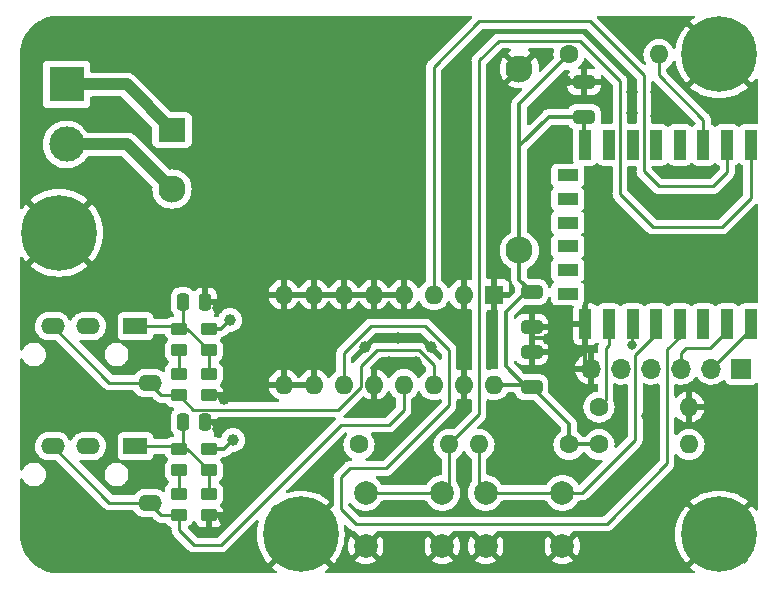
<source format=gbr>
%TF.GenerationSoftware,KiCad,Pcbnew,(6.0.10-0)*%
%TF.CreationDate,2023-01-20T21:59:01-08:00*%
%TF.ProjectId,mains-monitor,6d61696e-732d-46d6-9f6e-69746f722e6b,rev?*%
%TF.SameCoordinates,Original*%
%TF.FileFunction,Copper,L1,Top*%
%TF.FilePolarity,Positive*%
%FSLAX46Y46*%
G04 Gerber Fmt 4.6, Leading zero omitted, Abs format (unit mm)*
G04 Created by KiCad (PCBNEW (6.0.10-0)) date 2023-01-20 21:59:01*
%MOMM*%
%LPD*%
G01*
G04 APERTURE LIST*
G04 Aperture macros list*
%AMRoundRect*
0 Rectangle with rounded corners*
0 $1 Rounding radius*
0 $2 $3 $4 $5 $6 $7 $8 $9 X,Y pos of 4 corners*
0 Add a 4 corners polygon primitive as box body*
4,1,4,$2,$3,$4,$5,$6,$7,$8,$9,$2,$3,0*
0 Add four circle primitives for the rounded corners*
1,1,$1+$1,$2,$3*
1,1,$1+$1,$4,$5*
1,1,$1+$1,$6,$7*
1,1,$1+$1,$8,$9*
0 Add four rect primitives between the rounded corners*
20,1,$1+$1,$2,$3,$4,$5,0*
20,1,$1+$1,$4,$5,$6,$7,0*
20,1,$1+$1,$6,$7,$8,$9,0*
20,1,$1+$1,$8,$9,$2,$3,0*%
G04 Aperture macros list end*
%TA.AperFunction,SMDPad,CuDef*%
%ADD10RoundRect,0.250000X0.650000X-0.325000X0.650000X0.325000X-0.650000X0.325000X-0.650000X-0.325000X0*%
%TD*%
%TA.AperFunction,SMDPad,CuDef*%
%ADD11R,1.000000X2.500000*%
%TD*%
%TA.AperFunction,SMDPad,CuDef*%
%ADD12R,1.800000X1.000000*%
%TD*%
%TA.AperFunction,ComponentPad*%
%ADD13C,2.000000*%
%TD*%
%TA.AperFunction,SMDPad,CuDef*%
%ADD14RoundRect,0.250000X-0.450000X0.262500X-0.450000X-0.262500X0.450000X-0.262500X0.450000X0.262500X0*%
%TD*%
%TA.AperFunction,ComponentPad*%
%ADD15C,0.800000*%
%TD*%
%TA.AperFunction,ComponentPad*%
%ADD16C,6.400000*%
%TD*%
%TA.AperFunction,ComponentPad*%
%ADD17C,1.600000*%
%TD*%
%TA.AperFunction,ComponentPad*%
%ADD18O,1.600000X1.600000*%
%TD*%
%TA.AperFunction,SMDPad,CuDef*%
%ADD19RoundRect,0.250000X0.450000X-0.262500X0.450000X0.262500X-0.450000X0.262500X-0.450000X-0.262500X0*%
%TD*%
%TA.AperFunction,SMDPad,CuDef*%
%ADD20RoundRect,0.250000X-0.650000X0.325000X-0.650000X-0.325000X0.650000X-0.325000X0.650000X0.325000X0*%
%TD*%
%TA.AperFunction,ComponentPad*%
%ADD21R,1.700000X1.700000*%
%TD*%
%TA.AperFunction,ComponentPad*%
%ADD22O,1.700000X1.700000*%
%TD*%
%TA.AperFunction,ComponentPad*%
%ADD23O,2.000000X1.400000*%
%TD*%
%TA.AperFunction,ComponentPad*%
%ADD24R,2.000000X1.400000*%
%TD*%
%TA.AperFunction,ComponentPad*%
%ADD25R,3.000000X3.000000*%
%TD*%
%TA.AperFunction,ComponentPad*%
%ADD26C,3.000000*%
%TD*%
%TA.AperFunction,ComponentPad*%
%ADD27R,1.600000X1.600000*%
%TD*%
%TA.AperFunction,SMDPad,CuDef*%
%ADD28RoundRect,0.250000X-0.250000X-0.475000X0.250000X-0.475000X0.250000X0.475000X-0.250000X0.475000X0*%
%TD*%
%TA.AperFunction,ComponentPad*%
%ADD29R,2.300000X2.000000*%
%TD*%
%TA.AperFunction,ComponentPad*%
%ADD30C,2.300000*%
%TD*%
%TA.AperFunction,ViaPad*%
%ADD31C,1.000000*%
%TD*%
%TA.AperFunction,ViaPad*%
%ADD32C,0.800000*%
%TD*%
%TA.AperFunction,Conductor*%
%ADD33C,0.300000*%
%TD*%
%TA.AperFunction,Conductor*%
%ADD34C,0.250000*%
%TD*%
%TA.AperFunction,Conductor*%
%ADD35C,1.000000*%
%TD*%
G04 APERTURE END LIST*
D10*
%TO.P,C2,1*%
%TO.N,+3.3V*%
X64135000Y-57355000D03*
%TO.P,C2,2*%
%TO.N,GND*%
X64135000Y-54405000D03*
%TD*%
D11*
%TO.P,U2,1,~{RST}*%
%TO.N,/RST*%
X82690000Y-36850000D03*
%TO.P,U2,2,ADC*%
%TO.N,/SENSE*%
X80690000Y-36850000D03*
%TO.P,U2,3,EN*%
%TO.N,/EN*%
X78690000Y-36850000D03*
%TO.P,U2,4,GPIO16*%
%TO.N,unconnected-(U2-Pad4)*%
X76690000Y-36850000D03*
%TO.P,U2,5,GPIO14*%
%TO.N,unconnected-(U2-Pad5)*%
X74690000Y-36850000D03*
%TO.P,U2,6,GPIO12*%
%TO.N,unconnected-(U2-Pad6)*%
X72690000Y-36850000D03*
%TO.P,U2,7,GPIO13*%
%TO.N,unconnected-(U2-Pad7)*%
X70690000Y-36850000D03*
%TO.P,U2,8,VCC*%
%TO.N,+3.3V*%
X68690000Y-36850000D03*
D12*
%TO.P,U2,9,CS0*%
%TO.N,unconnected-(U2-Pad9)*%
X67190000Y-39450000D03*
%TO.P,U2,10,MISO*%
%TO.N,unconnected-(U2-Pad10)*%
X67190000Y-41450000D03*
%TO.P,U2,11,GPIO9*%
%TO.N,unconnected-(U2-Pad11)*%
X67190000Y-43450000D03*
%TO.P,U2,12,GPIO10*%
%TO.N,unconnected-(U2-Pad12)*%
X67190000Y-45450000D03*
%TO.P,U2,13,MOSI*%
%TO.N,unconnected-(U2-Pad13)*%
X67190000Y-47450000D03*
%TO.P,U2,14,SCLK*%
%TO.N,unconnected-(U2-Pad14)*%
X67190000Y-49450000D03*
D11*
%TO.P,U2,15,GND*%
%TO.N,GND*%
X68690000Y-52050000D03*
%TO.P,U2,16,GPIO15*%
%TO.N,/LOW_BOOT*%
X70690000Y-52050000D03*
%TO.P,U2,17,GPIO2*%
%TO.N,/HI_BOOT*%
X72690000Y-52050000D03*
%TO.P,U2,18,GPIO0*%
%TO.N,/FLASH*%
X74690000Y-52050000D03*
%TO.P,U2,19,GPIO4*%
%TO.N,/SEL*%
X76690000Y-52050000D03*
%TO.P,U2,20,GPIO5*%
%TO.N,unconnected-(U2-Pad20)*%
X78690000Y-52050000D03*
%TO.P,U2,21,GPIO3/RXD*%
%TO.N,/SERIAL_TX*%
X80690000Y-52050000D03*
%TO.P,U2,22,GPIO1/TXD*%
%TO.N,/SERIAL_RX*%
X82690000Y-52050000D03*
%TD*%
D13*
%TO.P,SW1,1,1*%
%TO.N,/RST*%
X50090000Y-66330000D03*
X56590000Y-66330000D03*
%TO.P,SW1,2,2*%
%TO.N,GND*%
X56590000Y-70830000D03*
X50090000Y-70830000D03*
%TD*%
D14*
%TO.P,R5,1*%
%TO.N,+3.3V*%
X36830000Y-62595000D03*
%TO.P,R5,2*%
%TO.N,/CT1_K*%
X36830000Y-64420000D03*
%TD*%
%TO.P,R7,1*%
%TO.N,+3.3V*%
X36830000Y-52435000D03*
%TO.P,R7,2*%
%TO.N,/CT2_K*%
X36830000Y-54260000D03*
%TD*%
D15*
%TO.P,H3,1,1*%
%TO.N,GND*%
X78312944Y-71547056D03*
X80010000Y-72250000D03*
X80010000Y-67450000D03*
X81707056Y-68152944D03*
D16*
X80010000Y-69850000D03*
D15*
X77610000Y-69850000D03*
X78312944Y-68152944D03*
X81707056Y-71547056D03*
X82410000Y-69850000D03*
%TD*%
D17*
%TO.P,R11,1*%
%TO.N,+3.3V*%
X67310000Y-29210000D03*
D18*
%TO.P,R11,2*%
%TO.N,/EN*%
X74930000Y-29210000D03*
%TD*%
D15*
%TO.P,H1,1,1*%
%TO.N,GND*%
X22432944Y-42612944D03*
X25827056Y-42612944D03*
X21730000Y-44310000D03*
X26530000Y-44310000D03*
X25827056Y-46007056D03*
X22432944Y-46007056D03*
X24130000Y-41910000D03*
X24130000Y-46710000D03*
D16*
X24130000Y-44310000D03*
%TD*%
D19*
%TO.P,R4,1*%
%TO.N,Net-(R3-Pad2)*%
X34290000Y-54252500D03*
%TO.P,R4,2*%
%TO.N,/CT2_K*%
X34290000Y-52427500D03*
%TD*%
D20*
%TO.P,C1,1*%
%TO.N,+3.3V*%
X64135000Y-49325000D03*
%TO.P,C1,2*%
%TO.N,GND*%
X64135000Y-52275000D03*
%TD*%
D14*
%TO.P,R8,1*%
%TO.N,/CT2_K*%
X36830000Y-56245000D03*
%TO.P,R8,2*%
%TO.N,GND*%
X36830000Y-58070000D03*
%TD*%
D19*
%TO.P,R2,1*%
%TO.N,Net-(R1-Pad2)*%
X34290000Y-64412500D03*
%TO.P,R2,2*%
%TO.N,/CT1_K*%
X34290000Y-62587500D03*
%TD*%
D21*
%TO.P,J5,1,Pin_1*%
%TO.N,unconnected-(J5-Pad1)*%
X81890000Y-55805000D03*
D22*
%TO.P,J5,2,Pin_2*%
%TO.N,/SERIAL_RX*%
X79350000Y-55805000D03*
%TO.P,J5,3,Pin_3*%
%TO.N,/SERIAL_TX*%
X76810000Y-55805000D03*
%TO.P,J5,4,Pin_4*%
%TO.N,+3.3V*%
X74270000Y-55805000D03*
%TO.P,J5,5,Pin_5*%
%TO.N,unconnected-(J5-Pad5)*%
X71730000Y-55805000D03*
%TO.P,J5,6,Pin_6*%
%TO.N,GND*%
X69190000Y-55805000D03*
%TD*%
D17*
%TO.P,R13,1*%
%TO.N,/LOW_BOOT*%
X69850000Y-59055000D03*
D18*
%TO.P,R13,2*%
%TO.N,GND*%
X77470000Y-59055000D03*
%TD*%
D23*
%TO.P,J3,R*%
%TO.N,unconnected-(J3-PadR)*%
X26600000Y-62370000D03*
%TO.P,J3,S*%
%TO.N,/CT1_L*%
X31800000Y-67170000D03*
X23600000Y-62370000D03*
D24*
%TO.P,J3,T*%
%TO.N,/CT1_K*%
X30600000Y-62370000D03*
%TD*%
D25*
%TO.P,J1,1,Pin_1*%
%TO.N,/HOT*%
X24765000Y-31750000D03*
D26*
%TO.P,J1,2,Pin_2*%
%TO.N,/COMMON*%
X24765000Y-36830000D03*
%TD*%
D17*
%TO.P,R9,1*%
%TO.N,+3.3V*%
X49530000Y-62230000D03*
D18*
%TO.P,R9,2*%
%TO.N,/RST*%
X57150000Y-62230000D03*
%TD*%
D27*
%TO.P,U1,1,X4*%
%TO.N,GND*%
X60945000Y-49540000D03*
D18*
%TO.P,U1,2,X6*%
X58405000Y-49540000D03*
%TO.P,U1,3,X*%
%TO.N,/SENSE*%
X55865000Y-49540000D03*
%TO.P,U1,4,X7*%
%TO.N,GND*%
X53325000Y-49540000D03*
%TO.P,U1,5,X5*%
X50785000Y-49540000D03*
%TO.P,U1,6,INH*%
X48245000Y-49540000D03*
%TO.P,U1,7,VEE*%
X45705000Y-49540000D03*
%TO.P,U1,8,VSS*%
X43165000Y-49540000D03*
%TO.P,U1,9,C*%
X43165000Y-57160000D03*
%TO.P,U1,10,B*%
X45705000Y-57160000D03*
%TO.P,U1,11,A*%
%TO.N,/SEL*%
X48245000Y-57160000D03*
%TO.P,U1,12,X3*%
%TO.N,GND*%
X50785000Y-57160000D03*
%TO.P,U1,13,X0*%
%TO.N,/CT1_L*%
X53325000Y-57160000D03*
%TO.P,U1,14,X1*%
%TO.N,/CT2_L*%
X55865000Y-57160000D03*
%TO.P,U1,15,X2*%
%TO.N,GND*%
X58405000Y-57160000D03*
%TO.P,U1,16,VDD*%
%TO.N,+3.3V*%
X60945000Y-57160000D03*
%TD*%
D28*
%TO.P,C4,1*%
%TO.N,/CT2_K*%
X34610000Y-50165000D03*
%TO.P,C4,2*%
%TO.N,GND*%
X36510000Y-50165000D03*
%TD*%
D14*
%TO.P,R6,1*%
%TO.N,/CT1_K*%
X36830000Y-66405000D03*
%TO.P,R6,2*%
%TO.N,GND*%
X36830000Y-68230000D03*
%TD*%
D23*
%TO.P,J4,R*%
%TO.N,unconnected-(J4-PadR)*%
X26600000Y-52210000D03*
%TO.P,J4,S*%
%TO.N,/CT2_L*%
X23600000Y-52210000D03*
X31800000Y-57010000D03*
D24*
%TO.P,J4,T*%
%TO.N,/CT2_K*%
X30600000Y-52210000D03*
%TD*%
D28*
%TO.P,C3,1*%
%TO.N,/CT1_K*%
X34610000Y-60325000D03*
%TO.P,C3,2*%
%TO.N,GND*%
X36510000Y-60325000D03*
%TD*%
D17*
%TO.P,R10,1*%
%TO.N,+3.3V*%
X67310000Y-62230000D03*
D18*
%TO.P,R10,2*%
%TO.N,/FLASH*%
X59690000Y-62230000D03*
%TD*%
D17*
%TO.P,R12,1*%
%TO.N,+3.3V*%
X69850000Y-62230000D03*
D18*
%TO.P,R12,2*%
%TO.N,/HI_BOOT*%
X77470000Y-62230000D03*
%TD*%
D19*
%TO.P,R1,1*%
%TO.N,/CT1_L*%
X34290000Y-68222500D03*
%TO.P,R1,2*%
%TO.N,Net-(R1-Pad2)*%
X34290000Y-66397500D03*
%TD*%
D20*
%TO.P,C5,1*%
%TO.N,GND*%
X68580000Y-31545000D03*
%TO.P,C5,2*%
%TO.N,+3.3V*%
X68580000Y-34495000D03*
%TD*%
D19*
%TO.P,R3,1*%
%TO.N,/CT2_L*%
X34290000Y-58062500D03*
%TO.P,R3,2*%
%TO.N,Net-(R3-Pad2)*%
X34290000Y-56237500D03*
%TD*%
D13*
%TO.P,SW2,1,1*%
%TO.N,/FLASH*%
X66750000Y-66330000D03*
X60250000Y-66330000D03*
%TO.P,SW2,2,2*%
%TO.N,GND*%
X66750000Y-70830000D03*
X60250000Y-70830000D03*
%TD*%
D15*
%TO.P,H2,1,1*%
%TO.N,GND*%
X42892944Y-68152944D03*
X44590000Y-67450000D03*
X44590000Y-72250000D03*
X46287056Y-71547056D03*
X46287056Y-68152944D03*
X42892944Y-71547056D03*
D16*
X44590000Y-69850000D03*
D15*
X42190000Y-69850000D03*
X46990000Y-69850000D03*
%TD*%
D29*
%TO.P,PS1,1,AC/L*%
%TO.N,/HOT*%
X33697500Y-35600000D03*
D30*
%TO.P,PS1,2,AC/N*%
%TO.N,/COMMON*%
X33697500Y-40600000D03*
%TO.P,PS1,3,-Vout*%
%TO.N,GND*%
X63097500Y-30400000D03*
%TO.P,PS1,4,+Vout*%
%TO.N,+3.3V*%
X63097500Y-45800000D03*
%TD*%
D15*
%TO.P,H4,1,1*%
%TO.N,GND*%
X78312944Y-30907056D03*
X78312944Y-27512944D03*
X80010000Y-31610000D03*
D16*
X80010000Y-29210000D03*
D15*
X81707056Y-30907056D03*
X81707056Y-27512944D03*
X80010000Y-26810000D03*
X82410000Y-29210000D03*
X77610000Y-29210000D03*
%TD*%
D31*
%TO.N,GND*%
X32004000Y-27813000D03*
X37592000Y-50673000D03*
X55118000Y-62865000D03*
X78740000Y-41783000D03*
X32004000Y-46863000D03*
X49276000Y-32893000D03*
X50038000Y-53975000D03*
X82042000Y-43815000D03*
X65024000Y-67691000D03*
X31750000Y-49657000D03*
X61468000Y-43815000D03*
X64262000Y-38227000D03*
X41148000Y-60833000D03*
X74676000Y-32385000D03*
X40640000Y-30353000D03*
X22352000Y-56769000D03*
X45720000Y-60833000D03*
X40640000Y-46863000D03*
X36322000Y-32893000D03*
X81026000Y-40767000D03*
X39624000Y-71501000D03*
X71628000Y-61341000D03*
X55626000Y-53975000D03*
X61976000Y-67691000D03*
X40640000Y-65405000D03*
X76454000Y-34417000D03*
X27432000Y-69469000D03*
X57912000Y-35433000D03*
X43180000Y-60833000D03*
X40640000Y-35433000D03*
X73914000Y-59817000D03*
X72390000Y-43815000D03*
X44958000Y-41021000D03*
X64262000Y-40767000D03*
X57912000Y-43815000D03*
X65532000Y-53340000D03*
X52832000Y-53213000D03*
X53594000Y-38227000D03*
X40640000Y-43815000D03*
X57912000Y-41021000D03*
X51562000Y-59309000D03*
X61468000Y-41021000D03*
X58420000Y-64389000D03*
X54356000Y-55245000D03*
X61468000Y-32639000D03*
X78994000Y-45339000D03*
X53594000Y-35433000D03*
X49276000Y-41021000D03*
X44958000Y-46863000D03*
X41402000Y-58039000D03*
X32004000Y-30353000D03*
X40894000Y-54991000D03*
X62230000Y-62357000D03*
X49276000Y-27813000D03*
X31750000Y-59817000D03*
X36322000Y-46863000D03*
X58166000Y-53213000D03*
X54864000Y-67691000D03*
X43180000Y-63119000D03*
X36322000Y-38227000D03*
X40640000Y-38227000D03*
X32004000Y-43815000D03*
X74676000Y-34417000D03*
X40640000Y-32893000D03*
X76962000Y-64643000D03*
X78740000Y-39243000D03*
X38100000Y-68580000D03*
X54610000Y-58547000D03*
X36322000Y-43815000D03*
X61468000Y-38227000D03*
X75692000Y-39243000D03*
X49276000Y-30353000D03*
X49784000Y-59309000D03*
X31750000Y-69469000D03*
X67056000Y-31496000D03*
X75692000Y-45339000D03*
X53594000Y-46863000D03*
X38100000Y-58420000D03*
X44958000Y-43815000D03*
X40640000Y-41021000D03*
X22606000Y-69469000D03*
X45974000Y-65151000D03*
X61468000Y-35433000D03*
X57912000Y-32893000D03*
X47752000Y-52959000D03*
X64262000Y-43561000D03*
X22352000Y-59563000D03*
X71628000Y-58293000D03*
X44958000Y-35433000D03*
X40640000Y-27813000D03*
X57912000Y-46863000D03*
X73406000Y-40767000D03*
X66548000Y-57531000D03*
X44958000Y-32893000D03*
X36322000Y-41021000D03*
X44958000Y-27813000D03*
X53594000Y-43815000D03*
X27178000Y-59563000D03*
X36830000Y-72263000D03*
X72644000Y-32385000D03*
X53594000Y-32893000D03*
X22098000Y-49657000D03*
X36322000Y-27813000D03*
X49276000Y-46863000D03*
X64770000Y-62357000D03*
X46990000Y-55245000D03*
X36322000Y-30353000D03*
X75692000Y-41783000D03*
X26924000Y-49657000D03*
X73406000Y-67945000D03*
X62230000Y-60071000D03*
X53594000Y-41021000D03*
X31750000Y-64643000D03*
X57912000Y-30353000D03*
X49276000Y-43815000D03*
X22606000Y-66675000D03*
X37592000Y-60960000D03*
X49276000Y-35433000D03*
X31750000Y-54483000D03*
X72644000Y-34163000D03*
X47244000Y-63627000D03*
X44958000Y-30353000D03*
X49276000Y-38227000D03*
X58420000Y-54991000D03*
X53594000Y-27813000D03*
X33782000Y-70993000D03*
X70866000Y-66167000D03*
X57912000Y-38227000D03*
X73660000Y-63373000D03*
X44958000Y-38227000D03*
X53594000Y-30353000D03*
X36322000Y-35433000D03*
X51816000Y-67691000D03*
X52070000Y-55245000D03*
%TO.N,+3.3V*%
X38862000Y-61849000D03*
X38608000Y-51689000D03*
D32*
%TO.N,/HI_BOOT*%
X72644000Y-53848000D03*
%TD*%
D33*
%TO.N,GND*%
X68690000Y-52050000D02*
X68690000Y-55305000D01*
X36830000Y-68230000D02*
X37750000Y-68230000D01*
X67105000Y-31545000D02*
X67056000Y-31496000D01*
X37750000Y-58070000D02*
X38100000Y-58420000D01*
X36830000Y-58070000D02*
X37750000Y-58070000D01*
X64135000Y-53213000D02*
X65405000Y-53213000D01*
X36957000Y-60325000D02*
X37592000Y-60960000D01*
X37084000Y-50165000D02*
X37592000Y-50673000D01*
X64135000Y-53213000D02*
X64135000Y-52275000D01*
X37750000Y-68230000D02*
X38100000Y-68580000D01*
X36510000Y-60325000D02*
X36957000Y-60325000D01*
X68580000Y-31545000D02*
X67105000Y-31545000D01*
X36510000Y-50165000D02*
X37084000Y-50165000D01*
X68690000Y-55305000D02*
X69190000Y-55805000D01*
X65405000Y-53213000D02*
X65532000Y-53340000D01*
X64135000Y-54405000D02*
X64135000Y-53213000D01*
%TO.N,+3.3V*%
X64135000Y-49325000D02*
X63097500Y-48287500D01*
X36830000Y-62595000D02*
X38116000Y-62595000D01*
X63705000Y-49325000D02*
X61976000Y-51054000D01*
X64135000Y-57355000D02*
X63940000Y-57160000D01*
X36830000Y-52435000D02*
X37862000Y-52435000D01*
X68580000Y-34495000D02*
X68580000Y-36740000D01*
X63097500Y-45800000D02*
X63097500Y-36978500D01*
X67310000Y-62230000D02*
X69850000Y-62230000D01*
X63097500Y-33422500D02*
X67310000Y-29210000D01*
X63940000Y-57160000D02*
X60945000Y-57160000D01*
X63097500Y-48287500D02*
X63097500Y-45800000D01*
X37862000Y-52435000D02*
X38608000Y-51689000D01*
X64135000Y-57355000D02*
X67310000Y-60530000D01*
X61976000Y-55626000D02*
X63705000Y-57355000D01*
X64135000Y-49325000D02*
X63705000Y-49325000D01*
X68580000Y-36740000D02*
X68690000Y-36850000D01*
X63097500Y-36978500D02*
X65581000Y-34495000D01*
X38116000Y-62595000D02*
X38862000Y-61849000D01*
X67310000Y-60530000D02*
X67310000Y-62230000D01*
X63705000Y-57355000D02*
X64135000Y-57355000D01*
X65581000Y-34495000D02*
X68580000Y-34495000D01*
X63097500Y-36978500D02*
X63097500Y-33422500D01*
X61976000Y-51054000D02*
X61976000Y-55626000D01*
D34*
%TO.N,/CT1_L*%
X37846000Y-70739000D02*
X35560000Y-70739000D01*
X48006000Y-60579000D02*
X37846000Y-70739000D01*
X32789500Y-68222500D02*
X31800000Y-67233000D01*
X34290000Y-69469000D02*
X34290000Y-68222500D01*
X31800000Y-67233000D02*
X31800000Y-67170000D01*
X52070000Y-60579000D02*
X48006000Y-60579000D01*
X53325000Y-57160000D02*
X53325000Y-59324000D01*
X31800000Y-67170000D02*
X28400000Y-67170000D01*
X53325000Y-59324000D02*
X52070000Y-60579000D01*
X34290000Y-68222500D02*
X32789500Y-68222500D01*
X35560000Y-70739000D02*
X34290000Y-69469000D01*
X28400000Y-67170000D02*
X23600000Y-62370000D01*
%TO.N,/CT1_K*%
X36830000Y-66405000D02*
X36830000Y-64420000D01*
X34072500Y-62370000D02*
X34290000Y-62587500D01*
X34290000Y-62587500D02*
X34997500Y-62587500D01*
X34997500Y-62587500D02*
X36830000Y-64420000D01*
X34610000Y-62267500D02*
X34290000Y-62587500D01*
X34610000Y-60325000D02*
X34610000Y-62267500D01*
X30600000Y-62370000D02*
X34072500Y-62370000D01*
%TO.N,/CT2_L*%
X34290000Y-58062500D02*
X32789500Y-58062500D01*
X31800000Y-57073000D02*
X31800000Y-57010000D01*
X55865000Y-57160000D02*
X55865000Y-55484000D01*
X31800000Y-57010000D02*
X28400000Y-57010000D01*
X54610000Y-54229000D02*
X51054000Y-54229000D01*
X32789500Y-58062500D02*
X31800000Y-57073000D01*
X35502500Y-59275000D02*
X34290000Y-58062500D01*
X49660000Y-57401000D02*
X47786000Y-59275000D01*
X49660000Y-55623000D02*
X49660000Y-57401000D01*
X47786000Y-59275000D02*
X35502500Y-59275000D01*
X28400000Y-57010000D02*
X23600000Y-52210000D01*
X55865000Y-55484000D02*
X54610000Y-54229000D01*
X51054000Y-54229000D02*
X49660000Y-55623000D01*
%TO.N,/CT2_K*%
X34290000Y-52427500D02*
X34997500Y-52427500D01*
X34610000Y-52107500D02*
X34290000Y-52427500D01*
X34610000Y-50165000D02*
X34610000Y-52107500D01*
X36830000Y-56245000D02*
X36830000Y-54260000D01*
X34072500Y-52210000D02*
X34290000Y-52427500D01*
X34997500Y-52427500D02*
X36830000Y-54260000D01*
X30600000Y-52210000D02*
X34072500Y-52210000D01*
%TO.N,/SERIAL_RX*%
X79350000Y-55805000D02*
X82690000Y-52465000D01*
X82690000Y-52465000D02*
X82690000Y-52050000D01*
%TO.N,/SERIAL_TX*%
X79248000Y-54102000D02*
X80690000Y-52660000D01*
X77216000Y-54102000D02*
X79248000Y-54102000D01*
X80690000Y-52660000D02*
X80690000Y-52050000D01*
X76810000Y-55805000D02*
X76810000Y-54508000D01*
X76810000Y-54508000D02*
X77216000Y-54102000D01*
D35*
%TO.N,/HOT*%
X29847500Y-31750000D02*
X33697500Y-35600000D01*
X24765000Y-31750000D02*
X29847500Y-31750000D01*
%TO.N,/COMMON*%
X29927500Y-36830000D02*
X33697500Y-40600000D01*
X24765000Y-36830000D02*
X29927500Y-36830000D01*
D34*
%TO.N,/RST*%
X57150000Y-65770000D02*
X56590000Y-66330000D01*
X61341000Y-28067000D02*
X59690000Y-29718000D01*
X68199000Y-28067000D02*
X71628000Y-31496000D01*
X59690000Y-29718000D02*
X59690000Y-59690000D01*
X80264000Y-43815000D02*
X74422000Y-43815000D01*
X50090000Y-66330000D02*
X56590000Y-66330000D01*
X59690000Y-59690000D02*
X57150000Y-62230000D01*
X68199000Y-28067000D02*
X61341000Y-28067000D01*
X71628000Y-31496000D02*
X71628000Y-41021000D01*
X82690000Y-41389000D02*
X80264000Y-43815000D01*
X82690000Y-36850000D02*
X82690000Y-41389000D01*
X74422000Y-43815000D02*
X71628000Y-41021000D01*
X57150000Y-62230000D02*
X57150000Y-65770000D01*
%TO.N,/FLASH*%
X59690000Y-62230000D02*
X59690000Y-65770000D01*
X72905000Y-61847866D02*
X72905000Y-54665000D01*
X72905000Y-54665000D02*
X74690000Y-52880000D01*
X59690000Y-65770000D02*
X60250000Y-66330000D01*
X68422866Y-66330000D02*
X72905000Y-61847866D01*
X60250000Y-66330000D02*
X66750000Y-66330000D01*
X66750000Y-66330000D02*
X68422866Y-66330000D01*
X74690000Y-52880000D02*
X74690000Y-52050000D01*
%TO.N,/EN*%
X74930000Y-30988000D02*
X74930000Y-29210000D01*
X78690000Y-34748000D02*
X74930000Y-30988000D01*
X78690000Y-36850000D02*
X78690000Y-34748000D01*
%TO.N,/HI_BOOT*%
X72644000Y-53848000D02*
X72644000Y-52096000D01*
X72644000Y-52096000D02*
X72690000Y-52050000D01*
%TO.N,/LOW_BOOT*%
X70400354Y-54059646D02*
X70690000Y-53770000D01*
X70690000Y-53770000D02*
X70690000Y-52050000D01*
X69850000Y-59055000D02*
X70400354Y-58504646D01*
X70400354Y-58504646D02*
X70400354Y-54059646D01*
%TO.N,/SENSE*%
X59690000Y-26416000D02*
X55865000Y-30241000D01*
X80690000Y-39198000D02*
X79502000Y-40386000D01*
X73660000Y-30988000D02*
X69088000Y-26416000D01*
X73660000Y-39116000D02*
X73660000Y-30988000D01*
X80690000Y-36850000D02*
X80690000Y-39198000D01*
X55865000Y-30241000D02*
X55865000Y-49540000D01*
X79502000Y-40386000D02*
X74930000Y-40386000D01*
X74930000Y-40386000D02*
X73660000Y-39116000D01*
X69088000Y-26416000D02*
X59690000Y-26416000D01*
%TO.N,/SEL*%
X70485000Y-68961000D02*
X75607354Y-63838646D01*
X75607354Y-63838646D02*
X75607354Y-54186646D01*
X57150000Y-54229000D02*
X57150000Y-58928000D01*
X48006000Y-67691000D02*
X49276000Y-68961000D01*
X49276000Y-68961000D02*
X70485000Y-68961000D01*
X76690000Y-53104000D02*
X76690000Y-52050000D01*
X55118000Y-52197000D02*
X57150000Y-54229000D01*
X48768000Y-64262000D02*
X48006000Y-65024000D01*
X75607354Y-54186646D02*
X76690000Y-53104000D01*
X48245000Y-57160000D02*
X48245000Y-54498000D01*
X50546000Y-52197000D02*
X55118000Y-52197000D01*
X48245000Y-54498000D02*
X50546000Y-52197000D01*
X51816000Y-64262000D02*
X48768000Y-64262000D01*
X48006000Y-65024000D02*
X48006000Y-67691000D01*
X57150000Y-58928000D02*
X51816000Y-64262000D01*
%TO.N,Net-(R1-Pad2)*%
X34290000Y-64412500D02*
X34290000Y-66397500D01*
%TO.N,Net-(R3-Pad2)*%
X34290000Y-56237500D02*
X34290000Y-54252500D01*
%TD*%
%TA.AperFunction,Conductor*%
%TO.N,GND*%
G36*
X59065527Y-25928502D02*
G01*
X59112020Y-25982158D01*
X59122124Y-26052432D01*
X59092630Y-26117012D01*
X59086501Y-26123594D01*
X55472747Y-29737348D01*
X55464461Y-29744888D01*
X55457982Y-29749000D01*
X55452557Y-29754777D01*
X55411357Y-29798651D01*
X55408602Y-29801493D01*
X55388865Y-29821230D01*
X55386385Y-29824427D01*
X55378682Y-29833447D01*
X55348414Y-29865679D01*
X55344595Y-29872625D01*
X55344593Y-29872628D01*
X55338652Y-29883434D01*
X55327801Y-29899953D01*
X55315386Y-29915959D01*
X55312241Y-29923228D01*
X55312238Y-29923232D01*
X55297826Y-29956537D01*
X55292609Y-29967187D01*
X55271305Y-30005940D01*
X55269334Y-30013615D01*
X55269334Y-30013616D01*
X55266267Y-30025562D01*
X55259863Y-30044266D01*
X55251819Y-30062855D01*
X55250580Y-30070678D01*
X55250577Y-30070688D01*
X55244901Y-30106524D01*
X55242495Y-30118144D01*
X55238163Y-30135017D01*
X55231500Y-30160970D01*
X55231500Y-30181224D01*
X55229949Y-30200934D01*
X55226780Y-30220943D01*
X55227526Y-30228835D01*
X55230941Y-30264961D01*
X55231500Y-30276819D01*
X55231500Y-48320606D01*
X55211498Y-48388727D01*
X55177771Y-48423819D01*
X55025211Y-48530643D01*
X55025208Y-48530645D01*
X55020700Y-48533802D01*
X54858802Y-48695700D01*
X54855645Y-48700208D01*
X54855643Y-48700211D01*
X54826482Y-48741857D01*
X54727477Y-48883251D01*
X54725154Y-48888233D01*
X54725151Y-48888238D01*
X54708919Y-48923049D01*
X54662002Y-48976334D01*
X54593725Y-48995795D01*
X54525765Y-48975253D01*
X54480529Y-48923049D01*
X54464414Y-48888489D01*
X54458931Y-48878993D01*
X54333972Y-48700533D01*
X54326916Y-48692125D01*
X54172875Y-48538084D01*
X54164467Y-48531028D01*
X53986007Y-48406069D01*
X53976511Y-48400586D01*
X53779053Y-48308510D01*
X53768761Y-48304764D01*
X53596497Y-48258606D01*
X53582401Y-48258942D01*
X53579000Y-48266884D01*
X53579000Y-50807967D01*
X53582973Y-50821498D01*
X53591522Y-50822727D01*
X53768761Y-50775236D01*
X53779053Y-50771490D01*
X53976511Y-50679414D01*
X53986007Y-50673931D01*
X54164467Y-50548972D01*
X54172875Y-50541916D01*
X54326916Y-50387875D01*
X54333972Y-50379467D01*
X54458931Y-50201007D01*
X54464414Y-50191511D01*
X54480529Y-50156951D01*
X54527446Y-50103666D01*
X54595723Y-50084205D01*
X54663683Y-50104747D01*
X54708919Y-50156951D01*
X54725151Y-50191762D01*
X54725154Y-50191767D01*
X54727477Y-50196749D01*
X54730634Y-50201257D01*
X54838436Y-50355214D01*
X54858802Y-50384300D01*
X55020700Y-50546198D01*
X55025208Y-50549355D01*
X55025211Y-50549357D01*
X55091376Y-50595686D01*
X55208251Y-50677523D01*
X55213233Y-50679846D01*
X55213238Y-50679849D01*
X55391569Y-50763005D01*
X55415757Y-50774284D01*
X55421065Y-50775706D01*
X55421067Y-50775707D01*
X55631598Y-50832119D01*
X55631600Y-50832119D01*
X55636913Y-50833543D01*
X55865000Y-50853498D01*
X56093087Y-50833543D01*
X56098400Y-50832119D01*
X56098402Y-50832119D01*
X56308933Y-50775707D01*
X56308935Y-50775706D01*
X56314243Y-50774284D01*
X56338431Y-50763005D01*
X56516762Y-50679849D01*
X56516767Y-50679846D01*
X56521749Y-50677523D01*
X56638624Y-50595686D01*
X56704789Y-50549357D01*
X56704792Y-50549355D01*
X56709300Y-50546198D01*
X56871198Y-50384300D01*
X56891565Y-50355214D01*
X56999366Y-50201257D01*
X57002523Y-50196749D01*
X57004846Y-50191767D01*
X57004849Y-50191762D01*
X57021081Y-50156951D01*
X57067998Y-50103666D01*
X57136275Y-50084205D01*
X57204235Y-50104747D01*
X57249471Y-50156951D01*
X57265586Y-50191511D01*
X57271069Y-50201007D01*
X57396028Y-50379467D01*
X57403084Y-50387875D01*
X57557125Y-50541916D01*
X57565533Y-50548972D01*
X57743993Y-50673931D01*
X57753489Y-50679414D01*
X57950947Y-50771490D01*
X57961239Y-50775236D01*
X58133503Y-50821394D01*
X58147599Y-50821058D01*
X58151000Y-50813116D01*
X58151000Y-48272033D01*
X58147027Y-48258502D01*
X58138478Y-48257273D01*
X57961239Y-48304764D01*
X57950947Y-48308510D01*
X57753489Y-48400586D01*
X57743993Y-48406069D01*
X57565533Y-48531028D01*
X57557125Y-48538084D01*
X57403084Y-48692125D01*
X57396028Y-48700533D01*
X57271069Y-48878993D01*
X57265586Y-48888489D01*
X57249471Y-48923049D01*
X57202554Y-48976334D01*
X57134277Y-48995795D01*
X57066317Y-48975253D01*
X57021081Y-48923049D01*
X57004849Y-48888238D01*
X57004846Y-48888233D01*
X57002523Y-48883251D01*
X56903518Y-48741857D01*
X56874357Y-48700211D01*
X56874355Y-48700208D01*
X56871198Y-48695700D01*
X56709300Y-48533802D01*
X56704792Y-48530645D01*
X56704789Y-48530643D01*
X56552229Y-48423819D01*
X56507901Y-48368362D01*
X56498500Y-48320606D01*
X56498500Y-30555594D01*
X56518502Y-30487473D01*
X56535405Y-30466499D01*
X59915500Y-27086405D01*
X59977812Y-27052379D01*
X60004595Y-27049500D01*
X68773406Y-27049500D01*
X68841527Y-27069502D01*
X68862501Y-27086405D01*
X72989595Y-31213499D01*
X73023621Y-31275811D01*
X73026500Y-31302594D01*
X73026500Y-34965500D01*
X73006498Y-35033621D01*
X72952842Y-35080114D01*
X72900500Y-35091500D01*
X72387500Y-35091500D01*
X72319379Y-35071498D01*
X72272886Y-35017842D01*
X72261500Y-34965500D01*
X72261500Y-31574767D01*
X72262027Y-31563584D01*
X72263702Y-31556091D01*
X72261562Y-31488014D01*
X72261500Y-31484055D01*
X72261500Y-31456144D01*
X72260995Y-31452144D01*
X72260062Y-31440301D01*
X72259585Y-31425107D01*
X72258673Y-31396110D01*
X72253022Y-31376658D01*
X72249014Y-31357306D01*
X72247467Y-31345063D01*
X72246474Y-31337203D01*
X72232772Y-31302594D01*
X72230200Y-31296097D01*
X72226355Y-31284870D01*
X72222873Y-31272885D01*
X72214018Y-31242407D01*
X72209984Y-31235585D01*
X72209981Y-31235579D01*
X72203706Y-31224968D01*
X72195010Y-31207218D01*
X72190472Y-31195756D01*
X72190469Y-31195751D01*
X72187552Y-31188383D01*
X72171608Y-31166438D01*
X72161573Y-31152625D01*
X72155057Y-31142707D01*
X72136575Y-31111457D01*
X72132542Y-31104637D01*
X72118218Y-31090313D01*
X72105376Y-31075278D01*
X72103057Y-31072086D01*
X72093472Y-31058893D01*
X72059406Y-31030711D01*
X72050627Y-31022722D01*
X68702652Y-27674747D01*
X68695112Y-27666461D01*
X68691000Y-27659982D01*
X68641348Y-27613356D01*
X68638507Y-27610602D01*
X68618770Y-27590865D01*
X68615573Y-27588385D01*
X68606551Y-27580680D01*
X68602397Y-27576779D01*
X68574321Y-27550414D01*
X68567375Y-27546595D01*
X68567372Y-27546593D01*
X68556566Y-27540652D01*
X68540047Y-27529801D01*
X68539583Y-27529441D01*
X68524041Y-27517386D01*
X68516772Y-27514241D01*
X68516768Y-27514238D01*
X68483463Y-27499826D01*
X68472813Y-27494609D01*
X68434060Y-27473305D01*
X68414437Y-27468267D01*
X68395734Y-27461863D01*
X68384420Y-27456967D01*
X68384419Y-27456967D01*
X68377145Y-27453819D01*
X68369322Y-27452580D01*
X68369312Y-27452577D01*
X68333476Y-27446901D01*
X68321856Y-27444495D01*
X68286711Y-27435472D01*
X68286710Y-27435472D01*
X68279030Y-27433500D01*
X68258776Y-27433500D01*
X68239065Y-27431949D01*
X68226886Y-27430020D01*
X68219057Y-27428780D01*
X68189786Y-27431547D01*
X68175039Y-27432941D01*
X68163181Y-27433500D01*
X61419768Y-27433500D01*
X61408585Y-27432973D01*
X61401092Y-27431298D01*
X61393166Y-27431547D01*
X61393165Y-27431547D01*
X61333002Y-27433438D01*
X61329044Y-27433500D01*
X61301144Y-27433500D01*
X61297154Y-27434004D01*
X61285320Y-27434936D01*
X61241111Y-27436326D01*
X61233495Y-27438539D01*
X61233493Y-27438539D01*
X61221652Y-27441979D01*
X61202293Y-27445988D01*
X61200983Y-27446154D01*
X61182203Y-27448526D01*
X61174837Y-27451442D01*
X61174831Y-27451444D01*
X61141098Y-27464800D01*
X61129868Y-27468645D01*
X61113828Y-27473305D01*
X61087407Y-27480981D01*
X61080584Y-27485016D01*
X61069966Y-27491295D01*
X61052213Y-27499992D01*
X61044568Y-27503019D01*
X61033383Y-27507448D01*
X61019705Y-27517386D01*
X60997612Y-27533437D01*
X60987695Y-27539951D01*
X60949638Y-27562458D01*
X60935317Y-27576779D01*
X60920284Y-27589619D01*
X60903893Y-27601528D01*
X60895217Y-27612016D01*
X60875702Y-27635605D01*
X60867712Y-27644384D01*
X59297747Y-29214348D01*
X59289461Y-29221888D01*
X59282982Y-29226000D01*
X59277557Y-29231777D01*
X59236357Y-29275651D01*
X59233602Y-29278493D01*
X59213865Y-29298230D01*
X59211385Y-29301427D01*
X59203682Y-29310447D01*
X59173414Y-29342679D01*
X59169595Y-29349625D01*
X59169593Y-29349628D01*
X59163652Y-29360434D01*
X59152801Y-29376953D01*
X59140386Y-29392959D01*
X59137241Y-29400228D01*
X59137238Y-29400232D01*
X59122826Y-29433537D01*
X59117609Y-29444187D01*
X59096305Y-29482940D01*
X59094334Y-29490615D01*
X59094334Y-29490616D01*
X59091267Y-29502562D01*
X59084863Y-29521266D01*
X59076819Y-29539855D01*
X59075580Y-29547678D01*
X59075577Y-29547688D01*
X59069901Y-29583524D01*
X59067495Y-29595144D01*
X59056500Y-29637970D01*
X59056500Y-29658224D01*
X59054949Y-29677934D01*
X59051780Y-29697943D01*
X59052526Y-29705835D01*
X59055941Y-29741961D01*
X59056500Y-29753819D01*
X59056500Y-48202801D01*
X59036498Y-48270922D01*
X58982842Y-48317415D01*
X58912568Y-48327519D01*
X58877248Y-48316995D01*
X58859053Y-48308510D01*
X58848761Y-48304764D01*
X58676497Y-48258606D01*
X58662401Y-48258942D01*
X58659000Y-48266884D01*
X58659000Y-49267885D01*
X58663475Y-49283124D01*
X58664865Y-49284329D01*
X58672548Y-49286000D01*
X58930500Y-49286000D01*
X58998621Y-49306002D01*
X59045114Y-49359658D01*
X59056500Y-49412000D01*
X59056500Y-49668000D01*
X59036498Y-49736121D01*
X58982842Y-49782614D01*
X58930500Y-49794000D01*
X58677115Y-49794000D01*
X58661876Y-49798475D01*
X58660671Y-49799865D01*
X58659000Y-49807548D01*
X58659000Y-50807967D01*
X58662973Y-50821498D01*
X58671522Y-50822727D01*
X58848761Y-50775236D01*
X58859053Y-50771490D01*
X58877248Y-50763005D01*
X58947440Y-50752343D01*
X59012253Y-50781322D01*
X59051110Y-50840741D01*
X59056500Y-50877199D01*
X59056500Y-55822801D01*
X59036498Y-55890922D01*
X58982842Y-55937415D01*
X58912568Y-55947519D01*
X58877248Y-55936995D01*
X58859053Y-55928510D01*
X58848761Y-55924764D01*
X58676497Y-55878606D01*
X58662401Y-55878942D01*
X58659000Y-55886884D01*
X58659000Y-58427967D01*
X58662973Y-58441498D01*
X58671522Y-58442727D01*
X58848761Y-58395236D01*
X58859053Y-58391490D01*
X58877248Y-58383005D01*
X58947440Y-58372343D01*
X59012253Y-58401322D01*
X59051110Y-58460741D01*
X59056500Y-58497199D01*
X59056500Y-59375405D01*
X59036498Y-59443526D01*
X59019595Y-59464500D01*
X57563247Y-60920848D01*
X57500935Y-60954874D01*
X57441542Y-60953460D01*
X57378087Y-60936457D01*
X57150000Y-60916502D01*
X56921913Y-60936457D01*
X56916600Y-60937881D01*
X56916598Y-60937881D01*
X56706067Y-60994293D01*
X56706065Y-60994294D01*
X56700757Y-60995716D01*
X56695776Y-60998039D01*
X56695775Y-60998039D01*
X56498238Y-61090151D01*
X56498233Y-61090154D01*
X56493251Y-61092477D01*
X56416804Y-61146006D01*
X56310211Y-61220643D01*
X56310208Y-61220645D01*
X56305700Y-61223802D01*
X56143802Y-61385700D01*
X56140645Y-61390208D01*
X56140643Y-61390211D01*
X56093603Y-61457392D01*
X56012477Y-61573251D01*
X56010154Y-61578233D01*
X56010151Y-61578238D01*
X55941801Y-61724817D01*
X55915716Y-61780757D01*
X55914294Y-61786065D01*
X55914293Y-61786067D01*
X55857881Y-61996598D01*
X55856457Y-62001913D01*
X55836502Y-62230000D01*
X55856457Y-62458087D01*
X55857881Y-62463400D01*
X55857881Y-62463402D01*
X55901888Y-62627635D01*
X55915716Y-62679243D01*
X55918039Y-62684224D01*
X55918039Y-62684225D01*
X56010151Y-62881762D01*
X56010154Y-62881767D01*
X56012477Y-62886749D01*
X56059954Y-62954553D01*
X56118856Y-63038673D01*
X56143802Y-63074300D01*
X56305700Y-63236198D01*
X56310208Y-63239355D01*
X56310211Y-63239357D01*
X56462771Y-63346181D01*
X56507099Y-63401638D01*
X56516500Y-63449394D01*
X56516500Y-64706146D01*
X56496498Y-64774267D01*
X56442842Y-64820760D01*
X56400387Y-64831758D01*
X56376702Y-64833622D01*
X56353289Y-64835465D01*
X56348482Y-64836619D01*
X56348476Y-64836620D01*
X56202609Y-64871640D01*
X56122406Y-64890895D01*
X56117835Y-64892788D01*
X56117833Y-64892789D01*
X55907611Y-64979865D01*
X55907607Y-64979867D01*
X55903037Y-64981760D01*
X55898817Y-64984346D01*
X55704798Y-65103241D01*
X55704792Y-65103245D01*
X55700584Y-65105824D01*
X55634786Y-65162021D01*
X55531514Y-65250224D01*
X55520031Y-65260031D01*
X55365824Y-65440584D01*
X55363245Y-65444792D01*
X55363241Y-65444798D01*
X55245867Y-65636335D01*
X55193219Y-65683966D01*
X55138434Y-65696500D01*
X51541566Y-65696500D01*
X51473445Y-65676498D01*
X51434133Y-65636335D01*
X51316759Y-65444798D01*
X51316755Y-65444792D01*
X51314176Y-65440584D01*
X51159969Y-65260031D01*
X51153512Y-65254516D01*
X50992866Y-65117311D01*
X50954057Y-65057860D01*
X50953551Y-64986866D01*
X50991507Y-64926867D01*
X51055876Y-64896914D01*
X51074697Y-64895500D01*
X51737233Y-64895500D01*
X51748416Y-64896027D01*
X51755909Y-64897702D01*
X51763835Y-64897453D01*
X51763836Y-64897453D01*
X51823986Y-64895562D01*
X51827945Y-64895500D01*
X51855856Y-64895500D01*
X51859791Y-64895003D01*
X51859856Y-64894995D01*
X51871693Y-64894062D01*
X51903951Y-64893048D01*
X51907970Y-64892922D01*
X51915889Y-64892673D01*
X51935343Y-64887021D01*
X51954700Y-64883013D01*
X51966930Y-64881468D01*
X51966931Y-64881468D01*
X51974797Y-64880474D01*
X51982168Y-64877555D01*
X51982170Y-64877555D01*
X52015912Y-64864196D01*
X52027142Y-64860351D01*
X52061983Y-64850229D01*
X52061984Y-64850229D01*
X52069593Y-64848018D01*
X52076412Y-64843985D01*
X52076417Y-64843983D01*
X52087028Y-64837707D01*
X52104776Y-64829012D01*
X52123617Y-64821552D01*
X52130110Y-64816835D01*
X52159387Y-64795564D01*
X52169307Y-64789048D01*
X52200535Y-64770580D01*
X52200538Y-64770578D01*
X52207362Y-64766542D01*
X52221683Y-64752221D01*
X52236717Y-64739380D01*
X52246694Y-64732131D01*
X52253107Y-64727472D01*
X52281298Y-64693395D01*
X52289288Y-64684616D01*
X57542247Y-59431657D01*
X57550537Y-59424113D01*
X57557018Y-59420000D01*
X57579461Y-59396101D01*
X57603658Y-59370333D01*
X57606413Y-59367491D01*
X57626134Y-59347770D01*
X57628612Y-59344575D01*
X57636318Y-59335553D01*
X57644822Y-59326497D01*
X57666586Y-59303321D01*
X57676346Y-59285568D01*
X57687199Y-59269045D01*
X57694753Y-59259306D01*
X57699613Y-59253041D01*
X57717176Y-59212457D01*
X57722383Y-59201827D01*
X57743695Y-59163060D01*
X57745666Y-59155383D01*
X57745668Y-59155378D01*
X57748732Y-59143442D01*
X57755138Y-59124730D01*
X57760033Y-59113419D01*
X57763181Y-59106145D01*
X57764421Y-59098317D01*
X57764423Y-59098310D01*
X57770099Y-59062476D01*
X57772505Y-59050856D01*
X57781528Y-59015711D01*
X57781528Y-59015710D01*
X57783500Y-59008030D01*
X57783500Y-58987776D01*
X57785051Y-58968065D01*
X57786980Y-58955886D01*
X57788220Y-58948057D01*
X57784059Y-58904038D01*
X57783500Y-58892181D01*
X57783500Y-58510491D01*
X57803502Y-58442370D01*
X57857158Y-58395877D01*
X57927432Y-58385773D01*
X57952592Y-58392089D01*
X57961237Y-58395235D01*
X58133503Y-58441394D01*
X58147599Y-58441058D01*
X58151000Y-58433116D01*
X58151000Y-55892033D01*
X58147027Y-55878502D01*
X58138478Y-55877273D01*
X57961237Y-55924765D01*
X57952592Y-55927911D01*
X57881738Y-55932413D01*
X57819699Y-55897893D01*
X57786170Y-55835312D01*
X57783500Y-55809509D01*
X57783500Y-54307767D01*
X57784027Y-54296584D01*
X57785702Y-54289091D01*
X57783562Y-54221000D01*
X57783500Y-54217043D01*
X57783500Y-54189144D01*
X57782996Y-54185153D01*
X57782063Y-54173311D01*
X57781856Y-54166699D01*
X57780674Y-54129111D01*
X57778462Y-54121497D01*
X57778461Y-54121492D01*
X57775023Y-54109659D01*
X57771012Y-54090295D01*
X57769467Y-54078064D01*
X57768474Y-54070203D01*
X57765557Y-54062836D01*
X57765556Y-54062831D01*
X57752198Y-54029092D01*
X57748354Y-54017865D01*
X57745633Y-54008501D01*
X57736018Y-53975407D01*
X57730886Y-53966730D01*
X57725707Y-53957972D01*
X57717012Y-53940224D01*
X57709552Y-53921383D01*
X57693008Y-53898611D01*
X57683564Y-53885613D01*
X57677048Y-53875693D01*
X57658580Y-53844465D01*
X57658578Y-53844462D01*
X57654542Y-53837638D01*
X57640221Y-53823317D01*
X57627380Y-53808283D01*
X57620131Y-53798306D01*
X57615472Y-53791893D01*
X57581395Y-53763702D01*
X57572616Y-53755712D01*
X55621652Y-51804747D01*
X55614112Y-51796461D01*
X55610000Y-51789982D01*
X55560348Y-51743356D01*
X55557507Y-51740602D01*
X55537770Y-51720865D01*
X55534573Y-51718385D01*
X55525551Y-51710680D01*
X55512116Y-51698064D01*
X55493321Y-51680414D01*
X55486375Y-51676595D01*
X55486372Y-51676593D01*
X55475566Y-51670652D01*
X55459047Y-51659801D01*
X55458583Y-51659441D01*
X55443041Y-51647386D01*
X55435772Y-51644241D01*
X55435768Y-51644238D01*
X55402463Y-51629826D01*
X55391813Y-51624609D01*
X55353060Y-51603305D01*
X55333437Y-51598267D01*
X55314734Y-51591863D01*
X55303420Y-51586967D01*
X55303419Y-51586967D01*
X55296145Y-51583819D01*
X55288322Y-51582580D01*
X55288312Y-51582577D01*
X55252476Y-51576901D01*
X55240856Y-51574495D01*
X55205711Y-51565472D01*
X55205710Y-51565472D01*
X55198030Y-51563500D01*
X55177776Y-51563500D01*
X55158065Y-51561949D01*
X55155534Y-51561548D01*
X55138057Y-51558780D01*
X55130165Y-51559526D01*
X55094039Y-51562941D01*
X55082181Y-51563500D01*
X50624763Y-51563500D01*
X50613579Y-51562973D01*
X50606091Y-51561299D01*
X50598168Y-51561548D01*
X50538033Y-51563438D01*
X50534075Y-51563500D01*
X50506144Y-51563500D01*
X50502229Y-51563995D01*
X50502225Y-51563995D01*
X50502167Y-51564003D01*
X50502138Y-51564006D01*
X50490296Y-51564939D01*
X50446110Y-51566327D01*
X50432889Y-51570168D01*
X50426658Y-51571978D01*
X50407306Y-51575986D01*
X50395068Y-51577532D01*
X50395066Y-51577533D01*
X50387203Y-51578526D01*
X50346086Y-51594806D01*
X50334885Y-51598641D01*
X50292406Y-51610982D01*
X50285587Y-51615015D01*
X50285582Y-51615017D01*
X50274971Y-51621293D01*
X50257221Y-51629990D01*
X50238383Y-51637448D01*
X50231967Y-51642109D01*
X50231966Y-51642110D01*
X50202625Y-51663428D01*
X50192701Y-51669947D01*
X50161460Y-51688422D01*
X50161455Y-51688426D01*
X50154637Y-51692458D01*
X50140313Y-51706782D01*
X50125281Y-51719621D01*
X50108893Y-51731528D01*
X50092343Y-51751534D01*
X50080712Y-51765593D01*
X50072722Y-51774373D01*
X47852747Y-53994348D01*
X47844461Y-54001888D01*
X47837982Y-54006000D01*
X47832557Y-54011777D01*
X47791357Y-54055651D01*
X47788602Y-54058493D01*
X47768865Y-54078230D01*
X47766385Y-54081427D01*
X47758682Y-54090447D01*
X47728414Y-54122679D01*
X47724595Y-54129625D01*
X47724593Y-54129628D01*
X47718652Y-54140434D01*
X47707801Y-54156953D01*
X47695386Y-54172959D01*
X47692241Y-54180228D01*
X47692238Y-54180232D01*
X47677826Y-54213537D01*
X47672609Y-54224187D01*
X47651305Y-54262940D01*
X47649334Y-54270615D01*
X47649334Y-54270616D01*
X47646267Y-54282562D01*
X47639863Y-54301266D01*
X47631819Y-54319855D01*
X47630580Y-54327678D01*
X47630577Y-54327688D01*
X47624901Y-54363524D01*
X47622495Y-54375144D01*
X47614514Y-54406232D01*
X47611500Y-54417970D01*
X47611500Y-54438224D01*
X47609949Y-54457934D01*
X47606780Y-54477943D01*
X47607526Y-54485835D01*
X47610941Y-54521961D01*
X47611500Y-54533819D01*
X47611500Y-55940606D01*
X47591498Y-56008727D01*
X47557771Y-56043819D01*
X47405211Y-56150643D01*
X47405208Y-56150645D01*
X47400700Y-56153802D01*
X47238802Y-56315700D01*
X47235645Y-56320208D01*
X47235643Y-56320211D01*
X47224881Y-56335581D01*
X47107477Y-56503251D01*
X47105154Y-56508233D01*
X47105151Y-56508238D01*
X47088919Y-56543049D01*
X47042002Y-56596334D01*
X46973725Y-56615795D01*
X46905765Y-56595253D01*
X46860529Y-56543049D01*
X46844414Y-56508489D01*
X46838931Y-56498993D01*
X46713972Y-56320533D01*
X46706916Y-56312125D01*
X46552875Y-56158084D01*
X46544467Y-56151028D01*
X46366007Y-56026069D01*
X46356511Y-56020586D01*
X46159053Y-55928510D01*
X46148761Y-55924764D01*
X45976497Y-55878606D01*
X45962401Y-55878942D01*
X45959000Y-55886884D01*
X45959000Y-57288000D01*
X45938998Y-57356121D01*
X45885342Y-57402614D01*
X45833000Y-57414000D01*
X41897033Y-57414000D01*
X41883502Y-57417973D01*
X41882273Y-57426522D01*
X41929764Y-57603761D01*
X41933510Y-57614053D01*
X42025586Y-57811511D01*
X42031069Y-57821007D01*
X42156028Y-57999467D01*
X42163084Y-58007875D01*
X42317125Y-58161916D01*
X42325533Y-58168972D01*
X42503993Y-58293931D01*
X42513489Y-58299414D01*
X42710947Y-58391490D01*
X42726358Y-58397099D01*
X42783529Y-58439193D01*
X42808867Y-58505515D01*
X42794326Y-58575006D01*
X42744524Y-58625605D01*
X42683263Y-58641500D01*
X38149347Y-58641500D01*
X38081226Y-58621498D01*
X38034733Y-58567842D01*
X38024629Y-58497568D01*
X38026146Y-58489090D01*
X38028005Y-58480419D01*
X38037672Y-58386062D01*
X38038000Y-58379646D01*
X38038000Y-58342115D01*
X38033525Y-58326876D01*
X38032135Y-58325671D01*
X38024452Y-58324000D01*
X36702000Y-58324000D01*
X36633879Y-58303998D01*
X36587386Y-58250342D01*
X36576000Y-58198000D01*
X36576000Y-57942000D01*
X36596002Y-57873879D01*
X36649658Y-57827386D01*
X36702000Y-57816000D01*
X38019884Y-57816000D01*
X38035123Y-57811525D01*
X38036328Y-57810135D01*
X38037999Y-57802452D01*
X38037999Y-57760405D01*
X38037662Y-57753886D01*
X38027743Y-57658294D01*
X38024851Y-57644900D01*
X37973412Y-57490716D01*
X37967239Y-57477538D01*
X37881937Y-57339693D01*
X37872901Y-57328292D01*
X37791538Y-57247070D01*
X37757459Y-57184787D01*
X37762462Y-57113967D01*
X37791383Y-57068880D01*
X37874130Y-56985988D01*
X37874134Y-56985983D01*
X37879305Y-56980803D01*
X37883928Y-56973303D01*
X37936200Y-56888503D01*
X41883606Y-56888503D01*
X41883942Y-56902599D01*
X41891884Y-56906000D01*
X42892885Y-56906000D01*
X42908124Y-56901525D01*
X42909329Y-56900135D01*
X42911000Y-56892452D01*
X42911000Y-56887885D01*
X43419000Y-56887885D01*
X43423475Y-56903124D01*
X43424865Y-56904329D01*
X43432548Y-56906000D01*
X45432885Y-56906000D01*
X45448124Y-56901525D01*
X45449329Y-56900135D01*
X45451000Y-56892452D01*
X45451000Y-55892033D01*
X45447027Y-55878502D01*
X45438478Y-55877273D01*
X45261239Y-55924764D01*
X45250947Y-55928510D01*
X45053489Y-56020586D01*
X45043993Y-56026069D01*
X44865533Y-56151028D01*
X44857125Y-56158084D01*
X44703084Y-56312125D01*
X44696028Y-56320533D01*
X44571069Y-56498993D01*
X44565586Y-56508489D01*
X44549195Y-56543641D01*
X44502278Y-56596926D01*
X44434001Y-56616387D01*
X44366041Y-56595845D01*
X44320805Y-56543641D01*
X44304414Y-56508489D01*
X44298931Y-56498993D01*
X44173972Y-56320533D01*
X44166916Y-56312125D01*
X44012875Y-56158084D01*
X44004467Y-56151028D01*
X43826007Y-56026069D01*
X43816511Y-56020586D01*
X43619053Y-55928510D01*
X43608761Y-55924764D01*
X43436497Y-55878606D01*
X43422401Y-55878942D01*
X43419000Y-55886884D01*
X43419000Y-56887885D01*
X42911000Y-56887885D01*
X42911000Y-55892033D01*
X42907027Y-55878502D01*
X42898478Y-55877273D01*
X42721239Y-55924764D01*
X42710947Y-55928510D01*
X42513489Y-56020586D01*
X42503993Y-56026069D01*
X42325533Y-56151028D01*
X42317125Y-56158084D01*
X42163084Y-56312125D01*
X42156028Y-56320533D01*
X42031069Y-56498993D01*
X42025586Y-56508489D01*
X41933510Y-56705947D01*
X41929764Y-56716239D01*
X41883606Y-56888503D01*
X37936200Y-56888503D01*
X37968275Y-56836468D01*
X37968276Y-56836466D01*
X37972115Y-56830238D01*
X38027797Y-56662361D01*
X38028566Y-56654861D01*
X38038172Y-56561098D01*
X38038500Y-56557900D01*
X38038500Y-55932100D01*
X38038079Y-55928039D01*
X38028238Y-55833192D01*
X38028237Y-55833188D01*
X38027526Y-55826334D01*
X38023843Y-55815293D01*
X37973868Y-55665502D01*
X37971550Y-55658554D01*
X37878478Y-55508152D01*
X37844309Y-55474042D01*
X37758483Y-55388366D01*
X37753303Y-55383195D01*
X37742478Y-55376522D01*
X37715213Y-55359716D01*
X37667720Y-55306944D01*
X37656296Y-55236872D01*
X37684570Y-55171748D01*
X37715024Y-55145313D01*
X37737054Y-55131680D01*
X37754348Y-55120978D01*
X37879305Y-54995803D01*
X37906474Y-54951727D01*
X37968275Y-54851468D01*
X37968276Y-54851466D01*
X37972115Y-54845238D01*
X38027797Y-54677361D01*
X38028566Y-54669861D01*
X38034603Y-54610935D01*
X38038500Y-54572900D01*
X38038500Y-53947100D01*
X38038056Y-53942817D01*
X38028238Y-53848192D01*
X38028237Y-53848188D01*
X38027526Y-53841334D01*
X38024500Y-53832262D01*
X37973868Y-53680502D01*
X37971550Y-53673554D01*
X37878478Y-53523152D01*
X37791891Y-53436716D01*
X37757812Y-53374434D01*
X37762815Y-53303614D01*
X37791736Y-53258525D01*
X37874134Y-53175983D01*
X37879305Y-53170803D01*
X37887123Y-53158120D01*
X37895203Y-53145013D01*
X37947976Y-53097520D01*
X37967303Y-53090135D01*
X37980096Y-53086418D01*
X37986417Y-53084581D01*
X38005782Y-53080570D01*
X38012770Y-53079688D01*
X38019204Y-53078875D01*
X38019205Y-53078875D01*
X38027064Y-53077882D01*
X38034429Y-53074966D01*
X38034433Y-53074965D01*
X38070021Y-53060874D01*
X38081231Y-53057035D01*
X38125600Y-53044145D01*
X38144065Y-53033225D01*
X38161805Y-53024534D01*
X38181756Y-53016635D01*
X38219129Y-52989482D01*
X38229048Y-52982967D01*
X38261977Y-52963493D01*
X38261981Y-52963490D01*
X38268807Y-52959453D01*
X38283971Y-52944289D01*
X38299005Y-52931448D01*
X38316357Y-52918841D01*
X38345798Y-52883252D01*
X38353789Y-52874470D01*
X38489934Y-52738326D01*
X38552246Y-52704301D01*
X38581211Y-52701494D01*
X38586777Y-52702158D01*
X38592912Y-52701686D01*
X38592915Y-52701686D01*
X38777830Y-52687457D01*
X38777834Y-52687456D01*
X38783972Y-52686984D01*
X38974463Y-52633798D01*
X38979967Y-52631018D01*
X38979969Y-52631017D01*
X39145495Y-52547404D01*
X39145497Y-52547403D01*
X39150996Y-52544625D01*
X39306847Y-52422861D01*
X39436078Y-52273145D01*
X39533769Y-52101179D01*
X39596197Y-51913513D01*
X39620985Y-51717295D01*
X39621238Y-51699197D01*
X39621331Y-51692523D01*
X39621331Y-51692520D01*
X39621380Y-51689000D01*
X39602080Y-51492167D01*
X39598694Y-51480950D01*
X39562995Y-51362713D01*
X39544916Y-51302831D01*
X39452066Y-51128204D01*
X39368158Y-51025323D01*
X39330960Y-50979713D01*
X39330957Y-50979710D01*
X39327065Y-50974938D01*
X39320724Y-50969692D01*
X39179425Y-50852799D01*
X39179421Y-50852797D01*
X39174675Y-50848870D01*
X39000701Y-50754802D01*
X38811768Y-50696318D01*
X38805643Y-50695674D01*
X38805642Y-50695674D01*
X38621204Y-50676289D01*
X38621202Y-50676289D01*
X38615075Y-50675645D01*
X38540905Y-50682395D01*
X38424251Y-50693011D01*
X38424248Y-50693012D01*
X38418112Y-50693570D01*
X38412206Y-50695308D01*
X38412202Y-50695309D01*
X38307076Y-50726249D01*
X38228381Y-50749410D01*
X38222923Y-50752263D01*
X38222919Y-50752265D01*
X38132147Y-50799720D01*
X38053110Y-50841040D01*
X37898975Y-50964968D01*
X37771846Y-51116474D01*
X37768879Y-51121872D01*
X37768875Y-51121877D01*
X37694818Y-51256588D01*
X37676567Y-51289787D01*
X37674706Y-51295654D01*
X37674705Y-51295656D01*
X37653433Y-51362713D01*
X37613769Y-51421597D01*
X37548567Y-51449689D01*
X37493664Y-51444207D01*
X37441389Y-51426868D01*
X37441387Y-51426868D01*
X37434861Y-51424703D01*
X37428025Y-51424003D01*
X37428022Y-51424002D01*
X37347041Y-51415705D01*
X37281314Y-51388864D01*
X37240532Y-51330749D01*
X37237644Y-51259811D01*
X37270711Y-51201343D01*
X37353739Y-51118171D01*
X37362751Y-51106760D01*
X37447816Y-50968757D01*
X37453963Y-50955576D01*
X37505138Y-50801290D01*
X37508005Y-50787914D01*
X37517672Y-50693562D01*
X37518000Y-50687146D01*
X37518000Y-50437115D01*
X37513525Y-50421876D01*
X37512135Y-50420671D01*
X37504452Y-50419000D01*
X36382000Y-50419000D01*
X36313879Y-50398998D01*
X36267386Y-50345342D01*
X36256000Y-50293000D01*
X36256000Y-49892885D01*
X36764000Y-49892885D01*
X36768475Y-49908124D01*
X36769865Y-49909329D01*
X36777548Y-49911000D01*
X37499884Y-49911000D01*
X37515123Y-49906525D01*
X37516328Y-49905135D01*
X37517999Y-49897452D01*
X37517999Y-49806522D01*
X41882273Y-49806522D01*
X41929764Y-49983761D01*
X41933510Y-49994053D01*
X42025586Y-50191511D01*
X42031069Y-50201007D01*
X42156028Y-50379467D01*
X42163084Y-50387875D01*
X42317125Y-50541916D01*
X42325533Y-50548972D01*
X42503993Y-50673931D01*
X42513489Y-50679414D01*
X42710947Y-50771490D01*
X42721239Y-50775236D01*
X42893503Y-50821394D01*
X42907599Y-50821058D01*
X42911000Y-50813116D01*
X42911000Y-50807967D01*
X43419000Y-50807967D01*
X43422973Y-50821498D01*
X43431522Y-50822727D01*
X43608761Y-50775236D01*
X43619053Y-50771490D01*
X43816511Y-50679414D01*
X43826007Y-50673931D01*
X44004467Y-50548972D01*
X44012875Y-50541916D01*
X44166916Y-50387875D01*
X44173972Y-50379467D01*
X44298931Y-50201007D01*
X44304414Y-50191511D01*
X44320805Y-50156359D01*
X44367722Y-50103074D01*
X44435999Y-50083613D01*
X44503959Y-50104155D01*
X44549195Y-50156359D01*
X44565586Y-50191511D01*
X44571069Y-50201007D01*
X44696028Y-50379467D01*
X44703084Y-50387875D01*
X44857125Y-50541916D01*
X44865533Y-50548972D01*
X45043993Y-50673931D01*
X45053489Y-50679414D01*
X45250947Y-50771490D01*
X45261239Y-50775236D01*
X45433503Y-50821394D01*
X45447599Y-50821058D01*
X45451000Y-50813116D01*
X45451000Y-50807967D01*
X45959000Y-50807967D01*
X45962973Y-50821498D01*
X45971522Y-50822727D01*
X46148761Y-50775236D01*
X46159053Y-50771490D01*
X46356511Y-50679414D01*
X46366007Y-50673931D01*
X46544467Y-50548972D01*
X46552875Y-50541916D01*
X46706916Y-50387875D01*
X46713972Y-50379467D01*
X46838931Y-50201007D01*
X46844414Y-50191511D01*
X46860805Y-50156359D01*
X46907722Y-50103074D01*
X46975999Y-50083613D01*
X47043959Y-50104155D01*
X47089195Y-50156359D01*
X47105586Y-50191511D01*
X47111069Y-50201007D01*
X47236028Y-50379467D01*
X47243084Y-50387875D01*
X47397125Y-50541916D01*
X47405533Y-50548972D01*
X47583993Y-50673931D01*
X47593489Y-50679414D01*
X47790947Y-50771490D01*
X47801239Y-50775236D01*
X47973503Y-50821394D01*
X47987599Y-50821058D01*
X47991000Y-50813116D01*
X47991000Y-50807967D01*
X48499000Y-50807967D01*
X48502973Y-50821498D01*
X48511522Y-50822727D01*
X48688761Y-50775236D01*
X48699053Y-50771490D01*
X48896511Y-50679414D01*
X48906007Y-50673931D01*
X49084467Y-50548972D01*
X49092875Y-50541916D01*
X49246916Y-50387875D01*
X49253972Y-50379467D01*
X49378931Y-50201007D01*
X49384414Y-50191511D01*
X49400805Y-50156359D01*
X49447722Y-50103074D01*
X49515999Y-50083613D01*
X49583959Y-50104155D01*
X49629195Y-50156359D01*
X49645586Y-50191511D01*
X49651069Y-50201007D01*
X49776028Y-50379467D01*
X49783084Y-50387875D01*
X49937125Y-50541916D01*
X49945533Y-50548972D01*
X50123993Y-50673931D01*
X50133489Y-50679414D01*
X50330947Y-50771490D01*
X50341239Y-50775236D01*
X50513503Y-50821394D01*
X50527599Y-50821058D01*
X50531000Y-50813116D01*
X50531000Y-50807967D01*
X51039000Y-50807967D01*
X51042973Y-50821498D01*
X51051522Y-50822727D01*
X51228761Y-50775236D01*
X51239053Y-50771490D01*
X51436511Y-50679414D01*
X51446007Y-50673931D01*
X51624467Y-50548972D01*
X51632875Y-50541916D01*
X51786916Y-50387875D01*
X51793972Y-50379467D01*
X51918931Y-50201007D01*
X51924414Y-50191511D01*
X51940805Y-50156359D01*
X51987722Y-50103074D01*
X52055999Y-50083613D01*
X52123959Y-50104155D01*
X52169195Y-50156359D01*
X52185586Y-50191511D01*
X52191069Y-50201007D01*
X52316028Y-50379467D01*
X52323084Y-50387875D01*
X52477125Y-50541916D01*
X52485533Y-50548972D01*
X52663993Y-50673931D01*
X52673489Y-50679414D01*
X52870947Y-50771490D01*
X52881239Y-50775236D01*
X53053503Y-50821394D01*
X53067599Y-50821058D01*
X53071000Y-50813116D01*
X53071000Y-49812115D01*
X53066525Y-49796876D01*
X53065135Y-49795671D01*
X53057452Y-49794000D01*
X51057115Y-49794000D01*
X51041876Y-49798475D01*
X51040671Y-49799865D01*
X51039000Y-49807548D01*
X51039000Y-50807967D01*
X50531000Y-50807967D01*
X50531000Y-49812115D01*
X50526525Y-49796876D01*
X50525135Y-49795671D01*
X50517452Y-49794000D01*
X48517115Y-49794000D01*
X48501876Y-49798475D01*
X48500671Y-49799865D01*
X48499000Y-49807548D01*
X48499000Y-50807967D01*
X47991000Y-50807967D01*
X47991000Y-49812115D01*
X47986525Y-49796876D01*
X47985135Y-49795671D01*
X47977452Y-49794000D01*
X45977115Y-49794000D01*
X45961876Y-49798475D01*
X45960671Y-49799865D01*
X45959000Y-49807548D01*
X45959000Y-50807967D01*
X45451000Y-50807967D01*
X45451000Y-49812115D01*
X45446525Y-49796876D01*
X45445135Y-49795671D01*
X45437452Y-49794000D01*
X43437115Y-49794000D01*
X43421876Y-49798475D01*
X43420671Y-49799865D01*
X43419000Y-49807548D01*
X43419000Y-50807967D01*
X42911000Y-50807967D01*
X42911000Y-49812115D01*
X42906525Y-49796876D01*
X42905135Y-49795671D01*
X42897452Y-49794000D01*
X41897033Y-49794000D01*
X41883502Y-49797973D01*
X41882273Y-49806522D01*
X37517999Y-49806522D01*
X37517999Y-49642905D01*
X37517662Y-49636386D01*
X37507743Y-49540794D01*
X37504851Y-49527400D01*
X37453412Y-49373216D01*
X37447239Y-49360038D01*
X37390595Y-49268503D01*
X41883606Y-49268503D01*
X41883942Y-49282599D01*
X41891884Y-49286000D01*
X42892885Y-49286000D01*
X42908124Y-49281525D01*
X42909329Y-49280135D01*
X42911000Y-49272452D01*
X42911000Y-49267885D01*
X43419000Y-49267885D01*
X43423475Y-49283124D01*
X43424865Y-49284329D01*
X43432548Y-49286000D01*
X45432885Y-49286000D01*
X45448124Y-49281525D01*
X45449329Y-49280135D01*
X45451000Y-49272452D01*
X45451000Y-49267885D01*
X45959000Y-49267885D01*
X45963475Y-49283124D01*
X45964865Y-49284329D01*
X45972548Y-49286000D01*
X47972885Y-49286000D01*
X47988124Y-49281525D01*
X47989329Y-49280135D01*
X47991000Y-49272452D01*
X47991000Y-49267885D01*
X48499000Y-49267885D01*
X48503475Y-49283124D01*
X48504865Y-49284329D01*
X48512548Y-49286000D01*
X50512885Y-49286000D01*
X50528124Y-49281525D01*
X50529329Y-49280135D01*
X50531000Y-49272452D01*
X50531000Y-49267885D01*
X51039000Y-49267885D01*
X51043475Y-49283124D01*
X51044865Y-49284329D01*
X51052548Y-49286000D01*
X53052885Y-49286000D01*
X53068124Y-49281525D01*
X53069329Y-49280135D01*
X53071000Y-49272452D01*
X53071000Y-48272033D01*
X53067027Y-48258502D01*
X53058478Y-48257273D01*
X52881239Y-48304764D01*
X52870947Y-48308510D01*
X52673489Y-48400586D01*
X52663993Y-48406069D01*
X52485533Y-48531028D01*
X52477125Y-48538084D01*
X52323084Y-48692125D01*
X52316028Y-48700533D01*
X52191069Y-48878993D01*
X52185586Y-48888489D01*
X52169195Y-48923641D01*
X52122278Y-48976926D01*
X52054001Y-48996387D01*
X51986041Y-48975845D01*
X51940805Y-48923641D01*
X51924414Y-48888489D01*
X51918931Y-48878993D01*
X51793972Y-48700533D01*
X51786916Y-48692125D01*
X51632875Y-48538084D01*
X51624467Y-48531028D01*
X51446007Y-48406069D01*
X51436511Y-48400586D01*
X51239053Y-48308510D01*
X51228761Y-48304764D01*
X51056497Y-48258606D01*
X51042401Y-48258942D01*
X51039000Y-48266884D01*
X51039000Y-49267885D01*
X50531000Y-49267885D01*
X50531000Y-48272033D01*
X50527027Y-48258502D01*
X50518478Y-48257273D01*
X50341239Y-48304764D01*
X50330947Y-48308510D01*
X50133489Y-48400586D01*
X50123993Y-48406069D01*
X49945533Y-48531028D01*
X49937125Y-48538084D01*
X49783084Y-48692125D01*
X49776028Y-48700533D01*
X49651069Y-48878993D01*
X49645586Y-48888489D01*
X49629195Y-48923641D01*
X49582278Y-48976926D01*
X49514001Y-48996387D01*
X49446041Y-48975845D01*
X49400805Y-48923641D01*
X49384414Y-48888489D01*
X49378931Y-48878993D01*
X49253972Y-48700533D01*
X49246916Y-48692125D01*
X49092875Y-48538084D01*
X49084467Y-48531028D01*
X48906007Y-48406069D01*
X48896511Y-48400586D01*
X48699053Y-48308510D01*
X48688761Y-48304764D01*
X48516497Y-48258606D01*
X48502401Y-48258942D01*
X48499000Y-48266884D01*
X48499000Y-49267885D01*
X47991000Y-49267885D01*
X47991000Y-48272033D01*
X47987027Y-48258502D01*
X47978478Y-48257273D01*
X47801239Y-48304764D01*
X47790947Y-48308510D01*
X47593489Y-48400586D01*
X47583993Y-48406069D01*
X47405533Y-48531028D01*
X47397125Y-48538084D01*
X47243084Y-48692125D01*
X47236028Y-48700533D01*
X47111069Y-48878993D01*
X47105586Y-48888489D01*
X47089195Y-48923641D01*
X47042278Y-48976926D01*
X46974001Y-48996387D01*
X46906041Y-48975845D01*
X46860805Y-48923641D01*
X46844414Y-48888489D01*
X46838931Y-48878993D01*
X46713972Y-48700533D01*
X46706916Y-48692125D01*
X46552875Y-48538084D01*
X46544467Y-48531028D01*
X46366007Y-48406069D01*
X46356511Y-48400586D01*
X46159053Y-48308510D01*
X46148761Y-48304764D01*
X45976497Y-48258606D01*
X45962401Y-48258942D01*
X45959000Y-48266884D01*
X45959000Y-49267885D01*
X45451000Y-49267885D01*
X45451000Y-48272033D01*
X45447027Y-48258502D01*
X45438478Y-48257273D01*
X45261239Y-48304764D01*
X45250947Y-48308510D01*
X45053489Y-48400586D01*
X45043993Y-48406069D01*
X44865533Y-48531028D01*
X44857125Y-48538084D01*
X44703084Y-48692125D01*
X44696028Y-48700533D01*
X44571069Y-48878993D01*
X44565586Y-48888489D01*
X44549195Y-48923641D01*
X44502278Y-48976926D01*
X44434001Y-48996387D01*
X44366041Y-48975845D01*
X44320805Y-48923641D01*
X44304414Y-48888489D01*
X44298931Y-48878993D01*
X44173972Y-48700533D01*
X44166916Y-48692125D01*
X44012875Y-48538084D01*
X44004467Y-48531028D01*
X43826007Y-48406069D01*
X43816511Y-48400586D01*
X43619053Y-48308510D01*
X43608761Y-48304764D01*
X43436497Y-48258606D01*
X43422401Y-48258942D01*
X43419000Y-48266884D01*
X43419000Y-49267885D01*
X42911000Y-49267885D01*
X42911000Y-48272033D01*
X42907027Y-48258502D01*
X42898478Y-48257273D01*
X42721239Y-48304764D01*
X42710947Y-48308510D01*
X42513489Y-48400586D01*
X42503993Y-48406069D01*
X42325533Y-48531028D01*
X42317125Y-48538084D01*
X42163084Y-48692125D01*
X42156028Y-48700533D01*
X42031069Y-48878993D01*
X42025586Y-48888489D01*
X41933510Y-49085947D01*
X41929764Y-49096239D01*
X41883606Y-49268503D01*
X37390595Y-49268503D01*
X37361937Y-49222193D01*
X37352901Y-49210792D01*
X37238171Y-49096261D01*
X37226760Y-49087249D01*
X37088757Y-49002184D01*
X37075576Y-48996037D01*
X36921290Y-48944862D01*
X36907914Y-48941995D01*
X36813562Y-48932328D01*
X36807145Y-48932000D01*
X36782115Y-48932000D01*
X36766876Y-48936475D01*
X36765671Y-48937865D01*
X36764000Y-48945548D01*
X36764000Y-49892885D01*
X36256000Y-49892885D01*
X36256000Y-48950116D01*
X36251525Y-48934877D01*
X36250135Y-48933672D01*
X36242452Y-48932001D01*
X36212905Y-48932001D01*
X36206386Y-48932338D01*
X36110794Y-48942257D01*
X36097400Y-48945149D01*
X35943216Y-48996588D01*
X35930038Y-49002761D01*
X35792193Y-49088063D01*
X35780792Y-49097099D01*
X35666262Y-49211828D01*
X35659206Y-49220762D01*
X35601288Y-49261823D01*
X35530365Y-49265053D01*
X35468954Y-49229426D01*
X35462154Y-49221593D01*
X35458478Y-49215652D01*
X35333303Y-49090695D01*
X35327072Y-49086854D01*
X35188968Y-49001725D01*
X35188966Y-49001724D01*
X35182738Y-48997885D01*
X35102995Y-48971436D01*
X35021389Y-48944368D01*
X35021387Y-48944368D01*
X35014861Y-48942203D01*
X35008025Y-48941503D01*
X35008022Y-48941502D01*
X34964969Y-48937091D01*
X34910400Y-48931500D01*
X34309600Y-48931500D01*
X34306354Y-48931837D01*
X34306350Y-48931837D01*
X34210692Y-48941762D01*
X34210688Y-48941763D01*
X34203834Y-48942474D01*
X34197298Y-48944655D01*
X34197296Y-48944655D01*
X34100569Y-48976926D01*
X34036054Y-48998450D01*
X33885652Y-49091522D01*
X33760695Y-49216697D01*
X33756855Y-49222927D01*
X33756854Y-49222928D01*
X33682299Y-49343879D01*
X33667885Y-49367262D01*
X33612203Y-49535139D01*
X33601500Y-49639600D01*
X33601500Y-50690400D01*
X33601837Y-50693646D01*
X33601837Y-50693650D01*
X33611618Y-50787914D01*
X33612474Y-50796166D01*
X33614655Y-50802702D01*
X33614655Y-50802704D01*
X33633566Y-50859386D01*
X33668450Y-50963946D01*
X33761522Y-51114348D01*
X33840985Y-51193672D01*
X33841786Y-51194472D01*
X33875865Y-51256754D01*
X33870862Y-51327574D01*
X33828365Y-51384447D01*
X33765772Y-51408972D01*
X33690692Y-51416762D01*
X33690688Y-51416763D01*
X33683834Y-51417474D01*
X33677298Y-51419655D01*
X33677296Y-51419655D01*
X33597156Y-51446392D01*
X33516054Y-51473450D01*
X33509826Y-51477304D01*
X33509824Y-51477305D01*
X33454757Y-51511382D01*
X33383648Y-51555386D01*
X33379999Y-51557644D01*
X33313696Y-51576500D01*
X32233884Y-51576500D01*
X32165763Y-51556498D01*
X32119270Y-51502842D01*
X32109174Y-51461793D01*
X32108500Y-51461866D01*
X32104463Y-51424703D01*
X32101745Y-51399684D01*
X32050615Y-51263295D01*
X31963261Y-51146739D01*
X31846705Y-51059385D01*
X31710316Y-51008255D01*
X31648134Y-51001500D01*
X29551866Y-51001500D01*
X29489684Y-51008255D01*
X29353295Y-51059385D01*
X29236739Y-51146739D01*
X29149385Y-51263295D01*
X29098255Y-51399684D01*
X29091500Y-51461866D01*
X29091500Y-52958134D01*
X29098255Y-53020316D01*
X29149385Y-53156705D01*
X29236739Y-53273261D01*
X29353295Y-53360615D01*
X29489684Y-53411745D01*
X29551866Y-53418500D01*
X31648134Y-53418500D01*
X31710316Y-53411745D01*
X31846705Y-53360615D01*
X31963261Y-53273261D01*
X32050615Y-53156705D01*
X32101745Y-53020316D01*
X32108500Y-52958134D01*
X32109639Y-52958258D01*
X32131711Y-52895766D01*
X32187794Y-52852232D01*
X32233884Y-52843500D01*
X33000794Y-52843500D01*
X33068915Y-52863502D01*
X33115408Y-52917158D01*
X33120317Y-52929622D01*
X33148450Y-53013946D01*
X33241522Y-53164348D01*
X33310126Y-53232832D01*
X33328109Y-53250784D01*
X33362188Y-53313066D01*
X33357185Y-53383886D01*
X33328264Y-53428975D01*
X33288808Y-53468500D01*
X33240695Y-53516697D01*
X33236855Y-53522927D01*
X33236854Y-53522928D01*
X33154455Y-53656604D01*
X33147885Y-53667262D01*
X33131210Y-53717537D01*
X33094582Y-53827968D01*
X33092203Y-53835139D01*
X33091503Y-53841975D01*
X33091502Y-53841978D01*
X33089491Y-53861605D01*
X33081500Y-53939600D01*
X33081500Y-54565400D01*
X33081837Y-54568646D01*
X33081837Y-54568650D01*
X33091212Y-54659000D01*
X33092474Y-54671166D01*
X33094655Y-54677702D01*
X33094655Y-54677704D01*
X33116529Y-54743267D01*
X33148450Y-54838946D01*
X33241522Y-54989348D01*
X33366697Y-55114305D01*
X33372927Y-55118145D01*
X33372928Y-55118146D01*
X33404787Y-55137784D01*
X33452280Y-55190556D01*
X33463704Y-55260628D01*
X33435430Y-55325752D01*
X33404976Y-55352187D01*
X33400206Y-55355139D01*
X33365652Y-55376522D01*
X33240695Y-55501697D01*
X33236855Y-55507927D01*
X33236854Y-55507928D01*
X33156475Y-55638327D01*
X33147885Y-55652262D01*
X33130092Y-55705908D01*
X33095906Y-55808976D01*
X33092203Y-55820139D01*
X33091503Y-55826975D01*
X33091502Y-55826978D01*
X33090702Y-55834784D01*
X33081500Y-55924600D01*
X33081500Y-55984058D01*
X33061498Y-56052179D01*
X33007842Y-56098672D01*
X32937568Y-56108776D01*
X32870701Y-56077252D01*
X32837758Y-56047276D01*
X32837755Y-56047274D01*
X32833611Y-56043503D01*
X32800093Y-56022477D01*
X32655621Y-55931849D01*
X32655617Y-55931847D01*
X32650865Y-55928866D01*
X32450707Y-55848403D01*
X32239463Y-55804656D01*
X32234852Y-55804390D01*
X32234851Y-55804390D01*
X32186548Y-55801605D01*
X32186544Y-55801605D01*
X32184725Y-55801500D01*
X31445265Y-55801500D01*
X31442478Y-55801749D01*
X31442472Y-55801749D01*
X31375760Y-55807703D01*
X31285128Y-55815792D01*
X31172871Y-55846502D01*
X31082464Y-55871234D01*
X31082460Y-55871235D01*
X31077048Y-55872716D01*
X30882337Y-55965589D01*
X30707149Y-56091474D01*
X30703242Y-56095506D01*
X30642973Y-56157699D01*
X30557023Y-56246392D01*
X30553896Y-56251046D01*
X30507039Y-56320776D01*
X30452443Y-56366161D01*
X30402457Y-56376500D01*
X28714594Y-56376500D01*
X28646473Y-56356498D01*
X28625499Y-56339595D01*
X26888830Y-54602925D01*
X27986645Y-54602925D01*
X27992231Y-54664308D01*
X28000977Y-54760404D01*
X28004570Y-54799888D01*
X28006308Y-54805794D01*
X28006309Y-54805798D01*
X28020106Y-54852676D01*
X28060410Y-54989619D01*
X28063263Y-54995077D01*
X28063265Y-54995081D01*
X28081578Y-55030110D01*
X28152040Y-55164890D01*
X28275968Y-55319025D01*
X28280692Y-55322989D01*
X28283331Y-55325203D01*
X28427474Y-55446154D01*
X28432872Y-55449121D01*
X28432877Y-55449125D01*
X28551577Y-55514380D01*
X28600787Y-55541433D01*
X28606654Y-55543294D01*
X28606656Y-55543295D01*
X28700746Y-55573142D01*
X28789306Y-55601235D01*
X28943227Y-55618500D01*
X29049769Y-55618500D01*
X29052825Y-55618200D01*
X29052832Y-55618200D01*
X29111340Y-55612463D01*
X29196833Y-55604080D01*
X29202734Y-55602298D01*
X29202736Y-55602298D01*
X29304879Y-55571459D01*
X29386169Y-55546916D01*
X29560796Y-55454066D01*
X29650548Y-55380866D01*
X29709287Y-55332960D01*
X29709290Y-55332957D01*
X29714062Y-55329065D01*
X29719089Y-55322989D01*
X29836201Y-55181425D01*
X29836203Y-55181421D01*
X29840130Y-55176675D01*
X29934198Y-55002701D01*
X29992682Y-54813768D01*
X30013355Y-54617075D01*
X30003146Y-54504894D01*
X29995989Y-54426251D01*
X29995988Y-54426248D01*
X29995430Y-54420112D01*
X29982196Y-54375144D01*
X29954536Y-54281164D01*
X29939590Y-54230381D01*
X29934687Y-54221001D01*
X29869057Y-54095465D01*
X29847960Y-54055110D01*
X29724032Y-53900975D01*
X29717727Y-53895684D01*
X29667825Y-53853812D01*
X29572526Y-53773846D01*
X29567128Y-53770879D01*
X29567123Y-53770875D01*
X29404608Y-53681533D01*
X29404609Y-53681533D01*
X29399213Y-53678567D01*
X29393346Y-53676706D01*
X29393344Y-53676705D01*
X29216564Y-53620627D01*
X29216563Y-53620627D01*
X29210694Y-53618765D01*
X29056773Y-53601500D01*
X28950231Y-53601500D01*
X28947175Y-53601800D01*
X28947168Y-53601800D01*
X28896739Y-53606745D01*
X28803167Y-53615920D01*
X28797266Y-53617702D01*
X28797264Y-53617702D01*
X28754392Y-53630646D01*
X28613831Y-53673084D01*
X28439204Y-53765934D01*
X28352938Y-53836291D01*
X28290713Y-53887040D01*
X28290710Y-53887043D01*
X28285938Y-53890935D01*
X28282011Y-53895682D01*
X28282009Y-53895684D01*
X28163799Y-54038575D01*
X28163797Y-54038579D01*
X28159870Y-54043325D01*
X28065802Y-54217299D01*
X28007318Y-54406232D01*
X28006674Y-54412357D01*
X28006674Y-54412358D01*
X27989465Y-54576098D01*
X27986645Y-54602925D01*
X26888830Y-54602925D01*
X25879207Y-53593302D01*
X25845181Y-53530990D01*
X25850246Y-53460174D01*
X25892793Y-53403339D01*
X25959313Y-53378528D01*
X25993853Y-53380825D01*
X26160537Y-53415344D01*
X26165148Y-53415610D01*
X26165149Y-53415610D01*
X26213452Y-53418395D01*
X26213456Y-53418395D01*
X26215275Y-53418500D01*
X26954735Y-53418500D01*
X26957522Y-53418251D01*
X26957528Y-53418251D01*
X27030422Y-53411745D01*
X27114872Y-53404208D01*
X27274222Y-53360615D01*
X27317536Y-53348766D01*
X27317540Y-53348765D01*
X27322952Y-53347284D01*
X27517663Y-53254411D01*
X27692851Y-53128526D01*
X27797714Y-53020316D01*
X27839074Y-52977636D01*
X27839076Y-52977633D01*
X27842977Y-52973608D01*
X27963297Y-52794553D01*
X27977899Y-52761290D01*
X28010309Y-52687457D01*
X28050008Y-52597020D01*
X28100368Y-52387255D01*
X28112786Y-52171887D01*
X28095948Y-52032745D01*
X28087544Y-51963292D01*
X28087544Y-51963291D01*
X28086870Y-51957723D01*
X28075070Y-51919365D01*
X28025085Y-51756891D01*
X28023437Y-51751534D01*
X27949753Y-51608773D01*
X27927066Y-51564817D01*
X27927065Y-51564816D01*
X27924495Y-51559836D01*
X27846713Y-51458469D01*
X27796585Y-51393140D01*
X27796581Y-51393136D01*
X27793169Y-51388689D01*
X27698812Y-51302831D01*
X27637758Y-51247276D01*
X27637755Y-51247274D01*
X27633611Y-51243503D01*
X27572470Y-51205149D01*
X27455621Y-51131849D01*
X27455617Y-51131847D01*
X27450865Y-51128866D01*
X27250707Y-51048403D01*
X27039463Y-51004656D01*
X27034852Y-51004390D01*
X27034851Y-51004390D01*
X26986548Y-51001605D01*
X26986544Y-51001605D01*
X26984725Y-51001500D01*
X26245265Y-51001500D01*
X26242478Y-51001749D01*
X26242472Y-51001749D01*
X26179135Y-51007402D01*
X26085128Y-51015792D01*
X25970085Y-51047264D01*
X25882464Y-51071234D01*
X25882460Y-51071235D01*
X25877048Y-51072716D01*
X25682337Y-51165589D01*
X25507149Y-51291474D01*
X25469089Y-51330749D01*
X25362607Y-51440630D01*
X25357023Y-51446392D01*
X25236703Y-51625447D01*
X25234444Y-51630593D01*
X25234443Y-51630595D01*
X25214956Y-51674988D01*
X25169260Y-51729324D01*
X25101442Y-51750329D01*
X25033034Y-51731335D01*
X24987617Y-51682133D01*
X24927066Y-51564817D01*
X24927065Y-51564816D01*
X24924495Y-51559836D01*
X24846713Y-51458469D01*
X24796585Y-51393140D01*
X24796581Y-51393136D01*
X24793169Y-51388689D01*
X24698812Y-51302831D01*
X24637758Y-51247276D01*
X24637755Y-51247274D01*
X24633611Y-51243503D01*
X24572470Y-51205149D01*
X24455621Y-51131849D01*
X24455617Y-51131847D01*
X24450865Y-51128866D01*
X24250707Y-51048403D01*
X24039463Y-51004656D01*
X24034852Y-51004390D01*
X24034851Y-51004390D01*
X23986548Y-51001605D01*
X23986544Y-51001605D01*
X23984725Y-51001500D01*
X23245265Y-51001500D01*
X23242478Y-51001749D01*
X23242472Y-51001749D01*
X23179135Y-51007402D01*
X23085128Y-51015792D01*
X22970085Y-51047264D01*
X22882464Y-51071234D01*
X22882460Y-51071235D01*
X22877048Y-51072716D01*
X22682337Y-51165589D01*
X22507149Y-51291474D01*
X22469089Y-51330749D01*
X22362607Y-51440630D01*
X22357023Y-51446392D01*
X22236703Y-51625447D01*
X22234444Y-51630593D01*
X22234443Y-51630595D01*
X22218496Y-51666924D01*
X22149992Y-51822980D01*
X22117873Y-51956767D01*
X22105373Y-52008834D01*
X22099632Y-52032745D01*
X22099309Y-52038350D01*
X22092549Y-52155595D01*
X22087214Y-52248113D01*
X22113130Y-52462277D01*
X22114777Y-52467631D01*
X22114778Y-52467635D01*
X22135461Y-52534865D01*
X22176563Y-52668466D01*
X22275505Y-52860164D01*
X22315843Y-52912733D01*
X22403415Y-53026860D01*
X22403419Y-53026864D01*
X22406831Y-53031311D01*
X22445789Y-53066760D01*
X22562242Y-53172724D01*
X22562245Y-53172726D01*
X22566389Y-53176497D01*
X22571141Y-53179478D01*
X22744379Y-53288151D01*
X22744383Y-53288153D01*
X22749135Y-53291134D01*
X22949293Y-53371597D01*
X23160537Y-53415344D01*
X23165148Y-53415610D01*
X23165149Y-53415610D01*
X23213452Y-53418395D01*
X23213456Y-53418395D01*
X23215275Y-53418500D01*
X23860406Y-53418500D01*
X23928527Y-53438502D01*
X23949501Y-53455405D01*
X25928335Y-55434240D01*
X27896348Y-57402253D01*
X27903888Y-57410539D01*
X27908000Y-57417018D01*
X27913777Y-57422443D01*
X27957651Y-57463643D01*
X27960493Y-57466398D01*
X27980230Y-57486135D01*
X27983427Y-57488615D01*
X27992447Y-57496318D01*
X28024679Y-57526586D01*
X28031625Y-57530405D01*
X28031628Y-57530407D01*
X28042434Y-57536348D01*
X28058953Y-57547199D01*
X28074959Y-57559614D01*
X28082228Y-57562759D01*
X28082232Y-57562762D01*
X28115537Y-57577174D01*
X28126187Y-57582391D01*
X28164940Y-57603695D01*
X28172615Y-57605666D01*
X28172616Y-57605666D01*
X28184562Y-57608733D01*
X28203267Y-57615137D01*
X28221855Y-57623181D01*
X28229678Y-57624420D01*
X28229688Y-57624423D01*
X28265524Y-57630099D01*
X28277144Y-57632505D01*
X28312289Y-57641528D01*
X28319970Y-57643500D01*
X28340224Y-57643500D01*
X28359934Y-57645051D01*
X28379943Y-57648220D01*
X28387835Y-57647474D01*
X28413467Y-57645051D01*
X28423962Y-57644059D01*
X28435819Y-57643500D01*
X30400582Y-57643500D01*
X30468703Y-57663502D01*
X30500544Y-57692796D01*
X30603415Y-57826860D01*
X30603419Y-57826864D01*
X30606831Y-57831311D01*
X30653613Y-57873879D01*
X30762242Y-57972724D01*
X30762245Y-57972726D01*
X30766389Y-57976497D01*
X30771141Y-57979478D01*
X30944379Y-58088151D01*
X30944383Y-58088153D01*
X30949135Y-58091134D01*
X31149293Y-58171597D01*
X31360537Y-58215344D01*
X31365148Y-58215610D01*
X31365149Y-58215610D01*
X31413452Y-58218395D01*
X31413456Y-58218395D01*
X31415275Y-58218500D01*
X31997406Y-58218500D01*
X32065527Y-58238502D01*
X32086501Y-58255405D01*
X32285843Y-58454747D01*
X32293387Y-58463037D01*
X32297500Y-58469518D01*
X32303277Y-58474943D01*
X32327370Y-58497568D01*
X32344436Y-58513593D01*
X32347167Y-58516158D01*
X32350009Y-58518913D01*
X32369730Y-58538634D01*
X32372925Y-58541112D01*
X32381947Y-58548818D01*
X32414179Y-58579086D01*
X32421128Y-58582906D01*
X32431932Y-58588846D01*
X32448456Y-58599699D01*
X32464459Y-58612113D01*
X32505043Y-58629676D01*
X32515673Y-58634883D01*
X32554440Y-58656195D01*
X32562117Y-58658166D01*
X32562122Y-58658168D01*
X32574058Y-58661232D01*
X32592766Y-58667637D01*
X32611355Y-58675681D01*
X32619183Y-58676921D01*
X32619190Y-58676923D01*
X32655024Y-58682599D01*
X32666644Y-58685005D01*
X32701789Y-58694028D01*
X32709470Y-58696000D01*
X32729724Y-58696000D01*
X32749434Y-58697551D01*
X32769443Y-58700720D01*
X32777335Y-58699974D01*
X32813461Y-58696559D01*
X32825319Y-58696000D01*
X33107366Y-58696000D01*
X33175487Y-58716002D01*
X33214509Y-58755696D01*
X33241522Y-58799348D01*
X33366697Y-58924305D01*
X33372927Y-58928145D01*
X33372928Y-58928146D01*
X33469666Y-58987776D01*
X33517262Y-59017115D01*
X33597005Y-59043564D01*
X33678611Y-59070632D01*
X33678613Y-59070632D01*
X33685139Y-59072797D01*
X33691977Y-59073498D01*
X33691979Y-59073498D01*
X33727588Y-59077146D01*
X33765525Y-59081033D01*
X33831252Y-59107874D01*
X33872034Y-59165989D01*
X33874922Y-59236927D01*
X33841855Y-59295395D01*
X33765866Y-59371516D01*
X33765862Y-59371521D01*
X33760695Y-59376697D01*
X33756855Y-59382927D01*
X33756854Y-59382928D01*
X33731742Y-59423668D01*
X33667885Y-59527262D01*
X33659884Y-59551384D01*
X33621853Y-59666046D01*
X33612203Y-59695139D01*
X33611503Y-59701975D01*
X33611502Y-59701978D01*
X33610501Y-59711749D01*
X33601500Y-59799600D01*
X33601500Y-60850400D01*
X33601837Y-60853646D01*
X33601837Y-60853650D01*
X33611618Y-60947914D01*
X33612474Y-60956166D01*
X33614655Y-60962702D01*
X33614655Y-60962704D01*
X33630057Y-61008870D01*
X33668450Y-61123946D01*
X33761522Y-61274348D01*
X33812853Y-61325589D01*
X33841786Y-61354472D01*
X33875865Y-61416754D01*
X33870862Y-61487574D01*
X33828365Y-61544447D01*
X33765772Y-61568972D01*
X33690692Y-61576762D01*
X33690688Y-61576763D01*
X33683834Y-61577474D01*
X33677298Y-61579655D01*
X33677296Y-61579655D01*
X33597156Y-61606392D01*
X33516054Y-61633450D01*
X33509826Y-61637304D01*
X33509824Y-61637305D01*
X33504847Y-61640385D01*
X33383648Y-61715386D01*
X33379999Y-61717644D01*
X33313696Y-61736500D01*
X32233884Y-61736500D01*
X32165763Y-61716498D01*
X32119270Y-61662842D01*
X32109174Y-61621793D01*
X32108500Y-61621866D01*
X32104463Y-61584703D01*
X32101745Y-61559684D01*
X32050615Y-61423295D01*
X31963261Y-61306739D01*
X31846705Y-61219385D01*
X31710316Y-61168255D01*
X31648134Y-61161500D01*
X29551866Y-61161500D01*
X29489684Y-61168255D01*
X29353295Y-61219385D01*
X29236739Y-61306739D01*
X29149385Y-61423295D01*
X29098255Y-61559684D01*
X29091500Y-61621866D01*
X29091500Y-63118134D01*
X29098255Y-63180316D01*
X29149385Y-63316705D01*
X29236739Y-63433261D01*
X29353295Y-63520615D01*
X29489684Y-63571745D01*
X29551866Y-63578500D01*
X31648134Y-63578500D01*
X31710316Y-63571745D01*
X31846705Y-63520615D01*
X31963261Y-63433261D01*
X32050615Y-63316705D01*
X32101745Y-63180316D01*
X32108500Y-63118134D01*
X32109639Y-63118258D01*
X32131711Y-63055766D01*
X32187794Y-63012232D01*
X32233884Y-63003500D01*
X33000794Y-63003500D01*
X33068915Y-63023502D01*
X33115408Y-63077158D01*
X33120317Y-63089622D01*
X33148450Y-63173946D01*
X33241522Y-63324348D01*
X33246704Y-63329521D01*
X33328109Y-63410784D01*
X33362188Y-63473066D01*
X33357185Y-63543886D01*
X33328264Y-63588975D01*
X33273808Y-63643526D01*
X33240695Y-63676697D01*
X33236855Y-63682927D01*
X33236854Y-63682928D01*
X33188237Y-63761800D01*
X33147885Y-63827262D01*
X33143868Y-63839374D01*
X33103359Y-63961506D01*
X33092203Y-63995139D01*
X33091503Y-64001975D01*
X33091502Y-64001978D01*
X33089239Y-64024063D01*
X33081500Y-64099600D01*
X33081500Y-64725400D01*
X33081837Y-64728646D01*
X33081837Y-64728650D01*
X33090993Y-64816890D01*
X33092474Y-64831166D01*
X33094655Y-64837702D01*
X33094655Y-64837704D01*
X33132651Y-64951592D01*
X33148450Y-64998946D01*
X33241522Y-65149348D01*
X33366697Y-65274305D01*
X33372927Y-65278145D01*
X33372928Y-65278146D01*
X33404787Y-65297784D01*
X33452280Y-65350556D01*
X33463704Y-65420628D01*
X33435430Y-65485752D01*
X33404976Y-65512187D01*
X33392857Y-65519687D01*
X33365652Y-65536522D01*
X33240695Y-65661697D01*
X33236855Y-65667927D01*
X33236854Y-65667928D01*
X33168939Y-65778107D01*
X33147885Y-65812262D01*
X33138296Y-65841172D01*
X33097028Y-65965593D01*
X33092203Y-65980139D01*
X33091503Y-65986975D01*
X33091502Y-65986978D01*
X33089424Y-66007264D01*
X33081500Y-66084600D01*
X33081500Y-66144058D01*
X33061498Y-66212179D01*
X33007842Y-66258672D01*
X32937568Y-66268776D01*
X32870701Y-66237252D01*
X32837758Y-66207276D01*
X32837755Y-66207274D01*
X32833611Y-66203503D01*
X32816544Y-66192797D01*
X32655621Y-66091849D01*
X32655617Y-66091847D01*
X32650865Y-66088866D01*
X32450707Y-66008403D01*
X32239463Y-65964656D01*
X32234852Y-65964390D01*
X32234851Y-65964390D01*
X32186548Y-65961605D01*
X32186544Y-65961605D01*
X32184725Y-65961500D01*
X31445265Y-65961500D01*
X31442478Y-65961749D01*
X31442472Y-65961749D01*
X31375760Y-65967703D01*
X31285128Y-65975792D01*
X31170085Y-66007264D01*
X31082464Y-66031234D01*
X31082460Y-66031235D01*
X31077048Y-66032716D01*
X30882337Y-66125589D01*
X30707149Y-66251474D01*
X30703242Y-66255506D01*
X30626275Y-66334930D01*
X30557023Y-66406392D01*
X30553896Y-66411046D01*
X30507039Y-66480776D01*
X30452443Y-66526161D01*
X30402457Y-66536500D01*
X28714594Y-66536500D01*
X28646473Y-66516498D01*
X28625499Y-66499595D01*
X26888830Y-64762925D01*
X27986645Y-64762925D01*
X27992659Y-64829006D01*
X28000531Y-64915502D01*
X28004570Y-64959888D01*
X28006308Y-64965794D01*
X28006309Y-64965798D01*
X28020106Y-65012676D01*
X28060410Y-65149619D01*
X28063263Y-65155077D01*
X28063265Y-65155081D01*
X28096680Y-65218997D01*
X28152040Y-65324890D01*
X28275968Y-65479025D01*
X28280692Y-65482989D01*
X28283985Y-65485752D01*
X28427474Y-65606154D01*
X28432872Y-65609121D01*
X28432877Y-65609125D01*
X28551577Y-65674380D01*
X28600787Y-65701433D01*
X28606654Y-65703294D01*
X28606656Y-65703295D01*
X28783436Y-65759373D01*
X28789306Y-65761235D01*
X28943227Y-65778500D01*
X29049769Y-65778500D01*
X29052825Y-65778200D01*
X29052832Y-65778200D01*
X29111340Y-65772463D01*
X29196833Y-65764080D01*
X29202734Y-65762298D01*
X29202736Y-65762298D01*
X29276053Y-65740162D01*
X29386169Y-65706916D01*
X29560796Y-65614066D01*
X29650548Y-65540866D01*
X29709287Y-65492960D01*
X29709290Y-65492957D01*
X29714062Y-65489065D01*
X29719089Y-65482989D01*
X29836201Y-65341425D01*
X29836203Y-65341421D01*
X29840130Y-65336675D01*
X29934198Y-65162701D01*
X29992682Y-64973768D01*
X29994786Y-64953749D01*
X30012711Y-64783204D01*
X30012711Y-64783202D01*
X30013355Y-64777075D01*
X30003286Y-64666434D01*
X29995989Y-64586251D01*
X29995988Y-64586248D01*
X29995430Y-64580112D01*
X29939590Y-64390381D01*
X29932106Y-64376064D01*
X29850813Y-64220568D01*
X29847960Y-64215110D01*
X29724032Y-64060975D01*
X29717727Y-64055684D01*
X29645163Y-63994796D01*
X29572526Y-63933846D01*
X29567128Y-63930879D01*
X29567123Y-63930875D01*
X29404608Y-63841533D01*
X29404609Y-63841533D01*
X29399213Y-63838567D01*
X29393346Y-63836706D01*
X29393344Y-63836705D01*
X29216564Y-63780627D01*
X29216563Y-63780627D01*
X29210694Y-63778765D01*
X29056773Y-63761500D01*
X28950231Y-63761500D01*
X28947175Y-63761800D01*
X28947168Y-63761800D01*
X28888660Y-63767537D01*
X28803167Y-63775920D01*
X28797266Y-63777702D01*
X28797264Y-63777702D01*
X28734910Y-63796528D01*
X28613831Y-63833084D01*
X28439204Y-63925934D01*
X28352938Y-63996291D01*
X28290713Y-64047040D01*
X28290710Y-64047043D01*
X28285938Y-64050935D01*
X28282011Y-64055682D01*
X28282009Y-64055684D01*
X28163799Y-64198575D01*
X28163797Y-64198579D01*
X28159870Y-64203325D01*
X28065802Y-64377299D01*
X28007318Y-64566232D01*
X28006674Y-64572357D01*
X28006674Y-64572358D01*
X27987983Y-64750198D01*
X27986645Y-64762925D01*
X26888830Y-64762925D01*
X25879207Y-63753302D01*
X25845181Y-63690990D01*
X25850246Y-63620174D01*
X25892793Y-63563339D01*
X25959313Y-63538528D01*
X25993853Y-63540825D01*
X26160537Y-63575344D01*
X26165148Y-63575610D01*
X26165149Y-63575610D01*
X26213452Y-63578395D01*
X26213456Y-63578395D01*
X26215275Y-63578500D01*
X26954735Y-63578500D01*
X26957522Y-63578251D01*
X26957528Y-63578251D01*
X27030422Y-63571745D01*
X27114872Y-63564208D01*
X27263519Y-63523543D01*
X27317536Y-63508766D01*
X27317540Y-63508765D01*
X27322952Y-63507284D01*
X27517663Y-63414411D01*
X27692851Y-63288526D01*
X27797714Y-63180316D01*
X27839074Y-63137636D01*
X27839076Y-63137633D01*
X27842977Y-63133608D01*
X27963297Y-62954553D01*
X28050008Y-62757020D01*
X28100368Y-62547255D01*
X28112014Y-62345275D01*
X28112463Y-62337494D01*
X28112463Y-62337491D01*
X28112786Y-62331887D01*
X28095948Y-62192745D01*
X28087544Y-62123292D01*
X28087544Y-62123291D01*
X28086870Y-62117723D01*
X28078301Y-62089867D01*
X28025085Y-61916891D01*
X28023437Y-61911534D01*
X27943077Y-61755839D01*
X27927066Y-61724817D01*
X27927065Y-61724816D01*
X27924495Y-61719836D01*
X27846713Y-61618469D01*
X27796585Y-61553140D01*
X27796581Y-61553136D01*
X27793169Y-61548689D01*
X27698812Y-61462831D01*
X27637758Y-61407276D01*
X27637755Y-61407274D01*
X27633611Y-61403503D01*
X27599020Y-61381804D01*
X27455621Y-61291849D01*
X27455617Y-61291847D01*
X27450865Y-61288866D01*
X27250707Y-61208403D01*
X27039463Y-61164656D01*
X27034852Y-61164390D01*
X27034851Y-61164390D01*
X26986548Y-61161605D01*
X26986544Y-61161605D01*
X26984725Y-61161500D01*
X26245265Y-61161500D01*
X26242478Y-61161749D01*
X26242472Y-61161749D01*
X26179135Y-61167402D01*
X26085128Y-61175792D01*
X25965922Y-61208403D01*
X25882464Y-61231234D01*
X25882460Y-61231235D01*
X25877048Y-61232716D01*
X25682337Y-61325589D01*
X25507149Y-61451474D01*
X25469089Y-61490749D01*
X25377306Y-61585462D01*
X25357023Y-61606392D01*
X25322142Y-61658301D01*
X25239855Y-61780757D01*
X25236703Y-61785447D01*
X25234444Y-61790593D01*
X25234443Y-61790595D01*
X25214956Y-61834988D01*
X25169260Y-61889324D01*
X25101442Y-61910329D01*
X25033034Y-61891335D01*
X24987617Y-61842133D01*
X24927066Y-61724817D01*
X24927065Y-61724816D01*
X24924495Y-61719836D01*
X24846713Y-61618469D01*
X24796585Y-61553140D01*
X24796581Y-61553136D01*
X24793169Y-61548689D01*
X24698812Y-61462831D01*
X24637758Y-61407276D01*
X24637755Y-61407274D01*
X24633611Y-61403503D01*
X24599020Y-61381804D01*
X24455621Y-61291849D01*
X24455617Y-61291847D01*
X24450865Y-61288866D01*
X24250707Y-61208403D01*
X24039463Y-61164656D01*
X24034852Y-61164390D01*
X24034851Y-61164390D01*
X23986548Y-61161605D01*
X23986544Y-61161605D01*
X23984725Y-61161500D01*
X23245265Y-61161500D01*
X23242478Y-61161749D01*
X23242472Y-61161749D01*
X23179135Y-61167402D01*
X23085128Y-61175792D01*
X22965922Y-61208403D01*
X22882464Y-61231234D01*
X22882460Y-61231235D01*
X22877048Y-61232716D01*
X22682337Y-61325589D01*
X22507149Y-61451474D01*
X22469089Y-61490749D01*
X22377306Y-61585462D01*
X22357023Y-61606392D01*
X22322142Y-61658301D01*
X22239855Y-61780757D01*
X22236703Y-61785447D01*
X22149992Y-61982980D01*
X22114137Y-62132329D01*
X22105373Y-62168834D01*
X22099632Y-62192745D01*
X22099309Y-62198350D01*
X22090938Y-62343534D01*
X22087214Y-62408113D01*
X22113130Y-62622277D01*
X22114777Y-62627631D01*
X22114778Y-62627635D01*
X22130655Y-62679243D01*
X22176563Y-62828466D01*
X22275505Y-63020164D01*
X22313584Y-63069789D01*
X22403415Y-63186860D01*
X22403419Y-63186864D01*
X22406831Y-63191311D01*
X22451879Y-63232301D01*
X22562242Y-63332724D01*
X22562245Y-63332726D01*
X22566389Y-63336497D01*
X22571141Y-63339478D01*
X22744379Y-63448151D01*
X22744383Y-63448153D01*
X22749135Y-63451134D01*
X22949293Y-63531597D01*
X23160537Y-63575344D01*
X23165148Y-63575610D01*
X23165149Y-63575610D01*
X23213452Y-63578395D01*
X23213456Y-63578395D01*
X23215275Y-63578500D01*
X23860406Y-63578500D01*
X23928527Y-63598502D01*
X23949501Y-63615405D01*
X25935844Y-65601749D01*
X27896348Y-67562253D01*
X27903888Y-67570539D01*
X27908000Y-67577018D01*
X27913777Y-67582443D01*
X27957651Y-67623643D01*
X27960493Y-67626398D01*
X27980230Y-67646135D01*
X27983427Y-67648615D01*
X27992447Y-67656318D01*
X28024679Y-67686586D01*
X28031625Y-67690405D01*
X28031628Y-67690407D01*
X28042434Y-67696348D01*
X28058953Y-67707199D01*
X28074959Y-67719614D01*
X28082228Y-67722759D01*
X28082232Y-67722762D01*
X28115537Y-67737174D01*
X28126187Y-67742391D01*
X28164940Y-67763695D01*
X28172615Y-67765666D01*
X28172616Y-67765666D01*
X28184562Y-67768733D01*
X28203267Y-67775137D01*
X28221855Y-67783181D01*
X28229678Y-67784420D01*
X28229688Y-67784423D01*
X28265524Y-67790099D01*
X28277144Y-67792505D01*
X28312289Y-67801528D01*
X28319970Y-67803500D01*
X28340224Y-67803500D01*
X28359934Y-67805051D01*
X28379943Y-67808220D01*
X28387835Y-67807474D01*
X28413467Y-67805051D01*
X28423962Y-67804059D01*
X28435819Y-67803500D01*
X30400582Y-67803500D01*
X30468703Y-67823502D01*
X30500544Y-67852796D01*
X30603415Y-67986860D01*
X30603419Y-67986864D01*
X30606831Y-67991311D01*
X30653613Y-68033879D01*
X30762242Y-68132724D01*
X30762245Y-68132726D01*
X30766389Y-68136497D01*
X30771141Y-68139478D01*
X30944379Y-68248151D01*
X30944383Y-68248153D01*
X30949135Y-68251134D01*
X31149293Y-68331597D01*
X31360537Y-68375344D01*
X31365148Y-68375610D01*
X31365149Y-68375610D01*
X31413452Y-68378395D01*
X31413456Y-68378395D01*
X31415275Y-68378500D01*
X31997406Y-68378500D01*
X32065527Y-68398502D01*
X32086501Y-68415405D01*
X32285843Y-68614747D01*
X32293387Y-68623037D01*
X32297500Y-68629518D01*
X32303277Y-68634943D01*
X32347167Y-68676158D01*
X32350009Y-68678913D01*
X32369730Y-68698634D01*
X32372925Y-68701112D01*
X32381947Y-68708818D01*
X32414179Y-68739086D01*
X32421128Y-68742906D01*
X32431932Y-68748846D01*
X32448456Y-68759699D01*
X32464459Y-68772113D01*
X32505043Y-68789676D01*
X32515673Y-68794883D01*
X32554440Y-68816195D01*
X32562117Y-68818166D01*
X32562122Y-68818168D01*
X32574058Y-68821232D01*
X32592766Y-68827637D01*
X32611355Y-68835681D01*
X32619183Y-68836921D01*
X32619190Y-68836923D01*
X32655024Y-68842599D01*
X32666644Y-68845005D01*
X32701789Y-68854028D01*
X32709470Y-68856000D01*
X32729724Y-68856000D01*
X32749434Y-68857551D01*
X32769443Y-68860720D01*
X32777335Y-68859974D01*
X32813461Y-68856559D01*
X32825319Y-68856000D01*
X33107366Y-68856000D01*
X33175487Y-68876002D01*
X33214509Y-68915696D01*
X33241522Y-68959348D01*
X33366697Y-69084305D01*
X33372927Y-69088145D01*
X33372928Y-69088146D01*
X33486244Y-69157995D01*
X33517262Y-69177115D01*
X33570168Y-69194663D01*
X33628527Y-69235094D01*
X33655764Y-69300658D01*
X33656500Y-69314256D01*
X33656500Y-69390233D01*
X33655973Y-69401416D01*
X33654298Y-69408909D01*
X33654547Y-69416835D01*
X33654547Y-69416836D01*
X33656438Y-69476986D01*
X33656500Y-69480945D01*
X33656500Y-69508856D01*
X33656997Y-69512790D01*
X33656997Y-69512791D01*
X33657005Y-69512856D01*
X33657938Y-69524693D01*
X33659327Y-69568889D01*
X33664305Y-69586022D01*
X33664978Y-69588339D01*
X33668987Y-69607700D01*
X33671526Y-69627797D01*
X33674445Y-69635168D01*
X33674445Y-69635170D01*
X33687804Y-69668912D01*
X33691649Y-69680142D01*
X33703982Y-69722593D01*
X33708015Y-69729412D01*
X33708017Y-69729417D01*
X33714293Y-69740028D01*
X33722988Y-69757776D01*
X33730448Y-69776617D01*
X33735110Y-69783033D01*
X33735110Y-69783034D01*
X33756436Y-69812387D01*
X33762952Y-69822307D01*
X33779330Y-69850000D01*
X33785458Y-69860362D01*
X33799779Y-69874683D01*
X33812619Y-69889716D01*
X33824528Y-69906107D01*
X33830634Y-69911158D01*
X33858605Y-69934298D01*
X33867384Y-69942288D01*
X35056343Y-71131247D01*
X35063887Y-71139537D01*
X35068000Y-71146018D01*
X35073777Y-71151443D01*
X35117667Y-71192658D01*
X35120509Y-71195413D01*
X35140230Y-71215134D01*
X35143425Y-71217612D01*
X35152447Y-71225318D01*
X35184679Y-71255586D01*
X35191628Y-71259406D01*
X35202432Y-71265346D01*
X35218956Y-71276199D01*
X35234959Y-71288613D01*
X35275543Y-71306176D01*
X35286173Y-71311383D01*
X35324940Y-71332695D01*
X35332617Y-71334666D01*
X35332622Y-71334668D01*
X35344558Y-71337732D01*
X35363266Y-71344137D01*
X35381855Y-71352181D01*
X35389683Y-71353421D01*
X35389690Y-71353423D01*
X35425524Y-71359099D01*
X35437144Y-71361505D01*
X35468959Y-71369673D01*
X35479970Y-71372500D01*
X35500224Y-71372500D01*
X35519934Y-71374051D01*
X35539943Y-71377220D01*
X35547835Y-71376474D01*
X35566580Y-71374702D01*
X35583962Y-71373059D01*
X35595819Y-71372500D01*
X37767233Y-71372500D01*
X37778416Y-71373027D01*
X37785909Y-71374702D01*
X37793835Y-71374453D01*
X37793836Y-71374453D01*
X37853986Y-71372562D01*
X37857945Y-71372500D01*
X37885856Y-71372500D01*
X37889791Y-71372003D01*
X37889856Y-71371995D01*
X37901693Y-71371062D01*
X37933951Y-71370048D01*
X37937970Y-71369922D01*
X37945889Y-71369673D01*
X37965343Y-71364021D01*
X37984700Y-71360013D01*
X37996930Y-71358468D01*
X37996931Y-71358468D01*
X38004797Y-71357474D01*
X38012168Y-71354555D01*
X38012170Y-71354555D01*
X38045912Y-71341196D01*
X38057142Y-71337351D01*
X38091983Y-71327229D01*
X38091984Y-71327229D01*
X38099593Y-71325018D01*
X38106412Y-71320985D01*
X38106417Y-71320983D01*
X38117028Y-71314707D01*
X38134776Y-71306012D01*
X38153617Y-71298552D01*
X38173987Y-71283753D01*
X38189387Y-71272564D01*
X38199307Y-71266048D01*
X38230535Y-71247580D01*
X38230538Y-71247578D01*
X38237362Y-71243542D01*
X38251683Y-71229221D01*
X38266717Y-71216380D01*
X38268432Y-71215134D01*
X38283107Y-71204472D01*
X38311298Y-71170395D01*
X38319288Y-71161616D01*
X40828743Y-68652161D01*
X40891055Y-68618135D01*
X40961870Y-68623200D01*
X41018706Y-68665747D01*
X41043517Y-68732267D01*
X41039545Y-68773867D01*
X40958906Y-69074816D01*
X40957535Y-69081266D01*
X40897766Y-69458629D01*
X40897080Y-69465167D01*
X40877084Y-69846699D01*
X40877084Y-69853301D01*
X40897080Y-70234833D01*
X40897766Y-70241371D01*
X40957535Y-70618734D01*
X40958906Y-70625184D01*
X41057788Y-70994216D01*
X41059829Y-71000498D01*
X41196740Y-71357164D01*
X41199422Y-71363189D01*
X41372872Y-71703603D01*
X41376169Y-71709313D01*
X41584253Y-72029735D01*
X41588123Y-72035061D01*
X41781478Y-72273835D01*
X41793733Y-72282300D01*
X41804824Y-72275966D01*
X47015100Y-67065690D01*
X47022241Y-67052614D01*
X47014784Y-67042247D01*
X46775065Y-66848126D01*
X46769728Y-66844249D01*
X46449315Y-66636170D01*
X46443606Y-66632873D01*
X46103189Y-66459422D01*
X46097164Y-66456740D01*
X45740498Y-66319829D01*
X45734216Y-66317788D01*
X45365184Y-66218906D01*
X45358734Y-66217535D01*
X44981371Y-66157766D01*
X44974833Y-66157080D01*
X44593301Y-66137084D01*
X44586699Y-66137084D01*
X44205167Y-66157080D01*
X44198629Y-66157766D01*
X43821266Y-66217535D01*
X43814816Y-66218906D01*
X43513867Y-66299545D01*
X43442891Y-66297855D01*
X43384095Y-66258061D01*
X43356147Y-66192797D01*
X43367920Y-66122783D01*
X43392160Y-66088745D01*
X48231500Y-61249405D01*
X48293812Y-61215379D01*
X48320595Y-61212500D01*
X48403034Y-61212500D01*
X48471155Y-61232502D01*
X48517648Y-61286158D01*
X48527752Y-61356432D01*
X48506247Y-61410771D01*
X48392477Y-61573251D01*
X48390154Y-61578233D01*
X48390151Y-61578238D01*
X48321801Y-61724817D01*
X48295716Y-61780757D01*
X48294294Y-61786065D01*
X48294293Y-61786067D01*
X48237881Y-61996598D01*
X48236457Y-62001913D01*
X48216502Y-62230000D01*
X48236457Y-62458087D01*
X48237881Y-62463400D01*
X48237881Y-62463402D01*
X48281888Y-62627635D01*
X48295716Y-62679243D01*
X48298039Y-62684224D01*
X48298039Y-62684225D01*
X48390151Y-62881762D01*
X48390154Y-62881767D01*
X48392477Y-62886749D01*
X48439954Y-62954553D01*
X48498856Y-63038673D01*
X48523802Y-63074300D01*
X48685700Y-63236198D01*
X48690208Y-63239355D01*
X48690211Y-63239357D01*
X48768389Y-63294098D01*
X48873251Y-63367523D01*
X48878233Y-63369846D01*
X48878238Y-63369849D01*
X48917818Y-63388305D01*
X48971103Y-63435222D01*
X48990564Y-63503500D01*
X48970022Y-63571460D01*
X48915999Y-63617525D01*
X48864568Y-63628500D01*
X48846768Y-63628500D01*
X48835585Y-63627973D01*
X48828092Y-63626298D01*
X48820166Y-63626547D01*
X48820165Y-63626547D01*
X48760002Y-63628438D01*
X48756044Y-63628500D01*
X48728144Y-63628500D01*
X48724154Y-63629004D01*
X48712320Y-63629936D01*
X48668111Y-63631326D01*
X48660497Y-63633538D01*
X48660492Y-63633539D01*
X48648659Y-63636977D01*
X48629296Y-63640988D01*
X48609203Y-63643526D01*
X48601836Y-63646443D01*
X48601831Y-63646444D01*
X48568092Y-63659802D01*
X48556865Y-63663646D01*
X48514407Y-63675982D01*
X48507581Y-63680019D01*
X48496972Y-63686293D01*
X48479224Y-63694988D01*
X48460383Y-63702448D01*
X48453967Y-63707110D01*
X48453966Y-63707110D01*
X48424613Y-63728436D01*
X48414693Y-63734952D01*
X48383465Y-63753420D01*
X48383462Y-63753422D01*
X48376638Y-63757458D01*
X48362317Y-63771779D01*
X48347284Y-63784619D01*
X48330893Y-63796528D01*
X48310622Y-63821032D01*
X48302712Y-63830593D01*
X48294722Y-63839374D01*
X47613742Y-64520353D01*
X47605463Y-64527887D01*
X47598982Y-64532000D01*
X47561084Y-64572358D01*
X47552357Y-64581651D01*
X47549602Y-64584493D01*
X47529865Y-64604230D01*
X47527385Y-64607427D01*
X47519682Y-64616447D01*
X47489414Y-64648679D01*
X47485595Y-64655625D01*
X47485593Y-64655628D01*
X47479652Y-64666434D01*
X47468801Y-64682953D01*
X47456386Y-64698959D01*
X47453241Y-64706228D01*
X47453238Y-64706232D01*
X47438826Y-64739537D01*
X47433609Y-64750187D01*
X47412305Y-64788940D01*
X47410334Y-64796615D01*
X47410334Y-64796616D01*
X47407267Y-64808562D01*
X47400863Y-64827266D01*
X47392819Y-64845855D01*
X47391580Y-64853678D01*
X47391577Y-64853688D01*
X47385901Y-64889524D01*
X47383495Y-64901144D01*
X47376891Y-64926867D01*
X47372500Y-64943970D01*
X47372500Y-64964224D01*
X47370949Y-64983934D01*
X47367780Y-65003943D01*
X47368526Y-65011835D01*
X47371941Y-65047961D01*
X47372500Y-65059819D01*
X47372500Y-67374520D01*
X47352498Y-67442641D01*
X47335595Y-67463615D01*
X44962022Y-69837188D01*
X44954408Y-69851132D01*
X44954539Y-69852965D01*
X44958790Y-69859580D01*
X47374310Y-72275100D01*
X47387386Y-72282241D01*
X47397753Y-72274784D01*
X47569520Y-72062670D01*
X49222160Y-72062670D01*
X49227887Y-72070320D01*
X49399042Y-72175205D01*
X49407837Y-72179687D01*
X49617988Y-72266734D01*
X49627373Y-72269783D01*
X49848554Y-72322885D01*
X49858301Y-72324428D01*
X50085070Y-72342275D01*
X50094930Y-72342275D01*
X50321699Y-72324428D01*
X50331446Y-72322885D01*
X50552627Y-72269783D01*
X50562012Y-72266734D01*
X50772163Y-72179687D01*
X50780958Y-72175205D01*
X50948445Y-72072568D01*
X50957400Y-72062670D01*
X55722160Y-72062670D01*
X55727887Y-72070320D01*
X55899042Y-72175205D01*
X55907837Y-72179687D01*
X56117988Y-72266734D01*
X56127373Y-72269783D01*
X56348554Y-72322885D01*
X56358301Y-72324428D01*
X56585070Y-72342275D01*
X56594930Y-72342275D01*
X56821699Y-72324428D01*
X56831446Y-72322885D01*
X57052627Y-72269783D01*
X57062012Y-72266734D01*
X57272163Y-72179687D01*
X57280958Y-72175205D01*
X57448445Y-72072568D01*
X57457400Y-72062670D01*
X59382160Y-72062670D01*
X59387887Y-72070320D01*
X59559042Y-72175205D01*
X59567837Y-72179687D01*
X59777988Y-72266734D01*
X59787373Y-72269783D01*
X60008554Y-72322885D01*
X60018301Y-72324428D01*
X60245070Y-72342275D01*
X60254930Y-72342275D01*
X60481699Y-72324428D01*
X60491446Y-72322885D01*
X60712627Y-72269783D01*
X60722012Y-72266734D01*
X60932163Y-72179687D01*
X60940958Y-72175205D01*
X61108445Y-72072568D01*
X61117400Y-72062670D01*
X65882160Y-72062670D01*
X65887887Y-72070320D01*
X66059042Y-72175205D01*
X66067837Y-72179687D01*
X66277988Y-72266734D01*
X66287373Y-72269783D01*
X66508554Y-72322885D01*
X66518301Y-72324428D01*
X66745070Y-72342275D01*
X66754930Y-72342275D01*
X66981699Y-72324428D01*
X66991446Y-72322885D01*
X67212627Y-72269783D01*
X67222012Y-72266734D01*
X67432163Y-72179687D01*
X67440958Y-72175205D01*
X67608445Y-72072568D01*
X67617907Y-72062110D01*
X67614124Y-72053334D01*
X66762812Y-71202022D01*
X66748868Y-71194408D01*
X66747035Y-71194539D01*
X66740420Y-71198790D01*
X65888920Y-72050290D01*
X65882160Y-72062670D01*
X61117400Y-72062670D01*
X61117907Y-72062110D01*
X61114124Y-72053334D01*
X60262812Y-71202022D01*
X60248868Y-71194408D01*
X60247035Y-71194539D01*
X60240420Y-71198790D01*
X59388920Y-72050290D01*
X59382160Y-72062670D01*
X57457400Y-72062670D01*
X57457907Y-72062110D01*
X57454124Y-72053334D01*
X56602812Y-71202022D01*
X56588868Y-71194408D01*
X56587035Y-71194539D01*
X56580420Y-71198790D01*
X55728920Y-72050290D01*
X55722160Y-72062670D01*
X50957400Y-72062670D01*
X50957907Y-72062110D01*
X50954124Y-72053334D01*
X50102812Y-71202022D01*
X50088868Y-71194408D01*
X50087035Y-71194539D01*
X50080420Y-71198790D01*
X49228920Y-72050290D01*
X49222160Y-72062670D01*
X47569520Y-72062670D01*
X47591877Y-72035061D01*
X47595747Y-72029735D01*
X47803831Y-71709313D01*
X47807128Y-71703603D01*
X47980578Y-71363189D01*
X47983260Y-71357164D01*
X48120171Y-71000498D01*
X48122212Y-70994216D01*
X48164893Y-70834930D01*
X48577725Y-70834930D01*
X48595572Y-71061699D01*
X48597115Y-71071446D01*
X48650217Y-71292627D01*
X48653266Y-71302012D01*
X48740313Y-71512163D01*
X48744795Y-71520958D01*
X48847432Y-71688445D01*
X48857890Y-71697907D01*
X48866666Y-71694124D01*
X49717978Y-70842812D01*
X49724356Y-70831132D01*
X50454408Y-70831132D01*
X50454539Y-70832965D01*
X50458790Y-70839580D01*
X51310290Y-71691080D01*
X51322670Y-71697840D01*
X51330320Y-71692113D01*
X51435205Y-71520958D01*
X51439687Y-71512163D01*
X51526734Y-71302012D01*
X51529783Y-71292627D01*
X51582885Y-71071446D01*
X51584428Y-71061699D01*
X51602275Y-70834930D01*
X55077725Y-70834930D01*
X55095572Y-71061699D01*
X55097115Y-71071446D01*
X55150217Y-71292627D01*
X55153266Y-71302012D01*
X55240313Y-71512163D01*
X55244795Y-71520958D01*
X55347432Y-71688445D01*
X55357890Y-71697907D01*
X55366666Y-71694124D01*
X56217978Y-70842812D01*
X56224356Y-70831132D01*
X56954408Y-70831132D01*
X56954539Y-70832965D01*
X56958790Y-70839580D01*
X57810290Y-71691080D01*
X57822670Y-71697840D01*
X57830320Y-71692113D01*
X57935205Y-71520958D01*
X57939687Y-71512163D01*
X58026734Y-71302012D01*
X58029783Y-71292627D01*
X58082885Y-71071446D01*
X58084428Y-71061699D01*
X58102275Y-70834930D01*
X58737725Y-70834930D01*
X58755572Y-71061699D01*
X58757115Y-71071446D01*
X58810217Y-71292627D01*
X58813266Y-71302012D01*
X58900313Y-71512163D01*
X58904795Y-71520958D01*
X59007432Y-71688445D01*
X59017890Y-71697907D01*
X59026666Y-71694124D01*
X59877978Y-70842812D01*
X59884356Y-70831132D01*
X60614408Y-70831132D01*
X60614539Y-70832965D01*
X60618790Y-70839580D01*
X61470290Y-71691080D01*
X61482670Y-71697840D01*
X61490320Y-71692113D01*
X61595205Y-71520958D01*
X61599687Y-71512163D01*
X61686734Y-71302012D01*
X61689783Y-71292627D01*
X61742885Y-71071446D01*
X61744428Y-71061699D01*
X61762275Y-70834930D01*
X65237725Y-70834930D01*
X65255572Y-71061699D01*
X65257115Y-71071446D01*
X65310217Y-71292627D01*
X65313266Y-71302012D01*
X65400313Y-71512163D01*
X65404795Y-71520958D01*
X65507432Y-71688445D01*
X65517890Y-71697907D01*
X65526666Y-71694124D01*
X66377978Y-70842812D01*
X66384356Y-70831132D01*
X67114408Y-70831132D01*
X67114539Y-70832965D01*
X67118790Y-70839580D01*
X67970290Y-71691080D01*
X67982670Y-71697840D01*
X67990320Y-71692113D01*
X68095205Y-71520958D01*
X68099687Y-71512163D01*
X68186734Y-71302012D01*
X68189783Y-71292627D01*
X68242885Y-71071446D01*
X68244428Y-71061699D01*
X68262275Y-70834930D01*
X68262275Y-70825070D01*
X68244428Y-70598301D01*
X68242885Y-70588554D01*
X68189783Y-70367373D01*
X68186734Y-70357988D01*
X68099687Y-70147837D01*
X68095205Y-70139042D01*
X67992568Y-69971555D01*
X67982110Y-69962093D01*
X67973334Y-69965876D01*
X67122022Y-70817188D01*
X67114408Y-70831132D01*
X66384356Y-70831132D01*
X66385592Y-70828868D01*
X66385461Y-70827035D01*
X66381210Y-70820420D01*
X65529710Y-69968920D01*
X65517330Y-69962160D01*
X65509680Y-69967887D01*
X65404795Y-70139042D01*
X65400313Y-70147837D01*
X65313266Y-70357988D01*
X65310217Y-70367373D01*
X65257115Y-70588554D01*
X65255572Y-70598301D01*
X65237725Y-70825070D01*
X65237725Y-70834930D01*
X61762275Y-70834930D01*
X61762275Y-70825070D01*
X61744428Y-70598301D01*
X61742885Y-70588554D01*
X61689783Y-70367373D01*
X61686734Y-70357988D01*
X61599687Y-70147837D01*
X61595205Y-70139042D01*
X61492568Y-69971555D01*
X61482110Y-69962093D01*
X61473334Y-69965876D01*
X60622022Y-70817188D01*
X60614408Y-70831132D01*
X59884356Y-70831132D01*
X59885592Y-70828868D01*
X59885461Y-70827035D01*
X59881210Y-70820420D01*
X59029710Y-69968920D01*
X59017330Y-69962160D01*
X59009680Y-69967887D01*
X58904795Y-70139042D01*
X58900313Y-70147837D01*
X58813266Y-70357988D01*
X58810217Y-70367373D01*
X58757115Y-70588554D01*
X58755572Y-70598301D01*
X58737725Y-70825070D01*
X58737725Y-70834930D01*
X58102275Y-70834930D01*
X58102275Y-70825070D01*
X58084428Y-70598301D01*
X58082885Y-70588554D01*
X58029783Y-70367373D01*
X58026734Y-70357988D01*
X57939687Y-70147837D01*
X57935205Y-70139042D01*
X57832568Y-69971555D01*
X57822110Y-69962093D01*
X57813334Y-69965876D01*
X56962022Y-70817188D01*
X56954408Y-70831132D01*
X56224356Y-70831132D01*
X56225592Y-70828868D01*
X56225461Y-70827035D01*
X56221210Y-70820420D01*
X55369710Y-69968920D01*
X55357330Y-69962160D01*
X55349680Y-69967887D01*
X55244795Y-70139042D01*
X55240313Y-70147837D01*
X55153266Y-70357988D01*
X55150217Y-70367373D01*
X55097115Y-70588554D01*
X55095572Y-70598301D01*
X55077725Y-70825070D01*
X55077725Y-70834930D01*
X51602275Y-70834930D01*
X51602275Y-70825070D01*
X51584428Y-70598301D01*
X51582885Y-70588554D01*
X51529783Y-70367373D01*
X51526734Y-70357988D01*
X51439687Y-70147837D01*
X51435205Y-70139042D01*
X51332568Y-69971555D01*
X51322110Y-69962093D01*
X51313334Y-69965876D01*
X50462022Y-70817188D01*
X50454408Y-70831132D01*
X49724356Y-70831132D01*
X49725592Y-70828868D01*
X49725461Y-70827035D01*
X49721210Y-70820420D01*
X48869710Y-69968920D01*
X48857330Y-69962160D01*
X48849680Y-69967887D01*
X48744795Y-70139042D01*
X48740313Y-70147837D01*
X48653266Y-70357988D01*
X48650217Y-70367373D01*
X48597115Y-70588554D01*
X48595572Y-70598301D01*
X48577725Y-70825070D01*
X48577725Y-70834930D01*
X48164893Y-70834930D01*
X48221094Y-70625184D01*
X48222465Y-70618734D01*
X48282234Y-70241371D01*
X48282920Y-70234833D01*
X48302916Y-69853301D01*
X48302916Y-69846699D01*
X48282920Y-69465167D01*
X48282234Y-69458629D01*
X48230831Y-69134085D01*
X48239931Y-69063674D01*
X48285653Y-69009360D01*
X48353481Y-68988387D01*
X48421880Y-69007414D01*
X48444375Y-69025279D01*
X48772343Y-69353247D01*
X48779887Y-69361537D01*
X48784000Y-69368018D01*
X48789777Y-69373443D01*
X48833667Y-69414658D01*
X48836509Y-69417413D01*
X48856230Y-69437134D01*
X48859425Y-69439612D01*
X48868447Y-69447318D01*
X48900679Y-69477586D01*
X48907628Y-69481406D01*
X48918432Y-69487346D01*
X48934956Y-69498199D01*
X48950959Y-69510613D01*
X48991543Y-69528176D01*
X49002173Y-69533383D01*
X49040940Y-69554695D01*
X49048617Y-69556666D01*
X49048622Y-69556668D01*
X49060558Y-69559732D01*
X49079266Y-69566137D01*
X49097855Y-69574181D01*
X49105683Y-69575421D01*
X49105690Y-69575423D01*
X49141524Y-69581099D01*
X49153143Y-69583505D01*
X49186450Y-69592056D01*
X49244213Y-69625003D01*
X50077188Y-70457978D01*
X50091132Y-70465592D01*
X50092965Y-70465461D01*
X50099580Y-70461210D01*
X50929385Y-69631405D01*
X50991697Y-69597379D01*
X51018480Y-69594500D01*
X55661520Y-69594500D01*
X55729641Y-69614502D01*
X55750615Y-69631405D01*
X56577188Y-70457978D01*
X56591132Y-70465592D01*
X56592965Y-70465461D01*
X56599580Y-70461210D01*
X57429385Y-69631405D01*
X57491697Y-69597379D01*
X57518480Y-69594500D01*
X59321520Y-69594500D01*
X59389641Y-69614502D01*
X59410615Y-69631405D01*
X60237188Y-70457978D01*
X60251132Y-70465592D01*
X60252965Y-70465461D01*
X60259580Y-70461210D01*
X61089385Y-69631405D01*
X61151697Y-69597379D01*
X61178480Y-69594500D01*
X65821520Y-69594500D01*
X65889641Y-69614502D01*
X65910615Y-69631405D01*
X66737188Y-70457978D01*
X66751132Y-70465592D01*
X66752965Y-70465461D01*
X66759580Y-70461210D01*
X67367489Y-69853301D01*
X76297084Y-69853301D01*
X76317080Y-70234833D01*
X76317766Y-70241371D01*
X76377535Y-70618734D01*
X76378906Y-70625184D01*
X76477788Y-70994216D01*
X76479829Y-71000498D01*
X76616740Y-71357164D01*
X76619422Y-71363189D01*
X76792872Y-71703603D01*
X76796169Y-71709313D01*
X77004253Y-72029735D01*
X77008123Y-72035061D01*
X77201478Y-72273835D01*
X77213733Y-72282300D01*
X77224824Y-72275966D01*
X79637978Y-69862812D01*
X79645592Y-69848868D01*
X79645461Y-69847035D01*
X79641210Y-69840420D01*
X77225690Y-67424900D01*
X77212614Y-67417759D01*
X77202247Y-67425216D01*
X77008123Y-67664939D01*
X77004253Y-67670265D01*
X76796169Y-67990687D01*
X76792872Y-67996397D01*
X76619422Y-68336811D01*
X76616740Y-68342836D01*
X76479829Y-68699502D01*
X76477788Y-68705784D01*
X76378906Y-69074816D01*
X76377535Y-69081266D01*
X76317766Y-69458629D01*
X76317080Y-69465167D01*
X76297084Y-69846699D01*
X76297084Y-69853301D01*
X67367489Y-69853301D01*
X67589385Y-69631405D01*
X67651697Y-69597379D01*
X67678480Y-69594500D01*
X70406233Y-69594500D01*
X70417416Y-69595027D01*
X70424909Y-69596702D01*
X70432835Y-69596453D01*
X70432836Y-69596453D01*
X70492986Y-69594562D01*
X70496945Y-69594500D01*
X70524856Y-69594500D01*
X70528791Y-69594003D01*
X70528856Y-69593995D01*
X70540693Y-69593062D01*
X70572951Y-69592048D01*
X70576970Y-69591922D01*
X70584889Y-69591673D01*
X70604343Y-69586021D01*
X70623700Y-69582013D01*
X70635930Y-69580468D01*
X70635931Y-69580468D01*
X70643797Y-69579474D01*
X70651168Y-69576555D01*
X70651170Y-69576555D01*
X70684912Y-69563196D01*
X70696142Y-69559351D01*
X70730983Y-69549229D01*
X70730984Y-69549229D01*
X70738593Y-69547018D01*
X70745412Y-69542985D01*
X70745417Y-69542983D01*
X70756028Y-69536707D01*
X70773776Y-69528012D01*
X70792617Y-69520552D01*
X70808716Y-69508856D01*
X70828387Y-69494564D01*
X70838307Y-69488048D01*
X70869535Y-69469580D01*
X70869538Y-69469578D01*
X70876362Y-69465542D01*
X70890683Y-69451221D01*
X70905717Y-69438380D01*
X70907432Y-69437134D01*
X70922107Y-69426472D01*
X70950298Y-69392395D01*
X70958288Y-69383616D01*
X73288171Y-67053733D01*
X77577700Y-67053733D01*
X77584034Y-67064824D01*
X79997188Y-69477978D01*
X80011132Y-69485592D01*
X80012965Y-69485461D01*
X80019580Y-69481210D01*
X82435100Y-67065690D01*
X82442241Y-67052614D01*
X82434784Y-67042247D01*
X82195065Y-66848126D01*
X82189728Y-66844249D01*
X81869315Y-66636170D01*
X81863606Y-66632873D01*
X81523189Y-66459422D01*
X81517164Y-66456740D01*
X81160498Y-66319829D01*
X81154216Y-66317788D01*
X80785184Y-66218906D01*
X80778734Y-66217535D01*
X80401371Y-66157766D01*
X80394833Y-66157080D01*
X80013301Y-66137084D01*
X80006699Y-66137084D01*
X79625167Y-66157080D01*
X79618629Y-66157766D01*
X79241266Y-66217535D01*
X79234816Y-66218906D01*
X78865784Y-66317788D01*
X78859502Y-66319829D01*
X78502836Y-66456740D01*
X78496811Y-66459422D01*
X78156397Y-66632872D01*
X78150687Y-66636169D01*
X77830265Y-66844253D01*
X77824939Y-66848123D01*
X77586165Y-67041478D01*
X77577700Y-67053733D01*
X73288171Y-67053733D01*
X75999601Y-64342303D01*
X76007891Y-64334759D01*
X76014372Y-64330646D01*
X76025798Y-64318479D01*
X76061012Y-64280979D01*
X76063767Y-64278137D01*
X76083488Y-64258416D01*
X76085966Y-64255221D01*
X76093672Y-64246199D01*
X76118512Y-64219747D01*
X76123940Y-64213967D01*
X76133700Y-64196214D01*
X76144553Y-64179691D01*
X76152107Y-64169952D01*
X76156967Y-64163687D01*
X76174530Y-64123103D01*
X76179737Y-64112473D01*
X76201049Y-64073706D01*
X76203020Y-64066029D01*
X76203022Y-64066024D01*
X76206086Y-64054088D01*
X76212492Y-64035376D01*
X76217388Y-64024063D01*
X76220535Y-64016791D01*
X76223965Y-63995139D01*
X76227451Y-63973127D01*
X76229858Y-63961506D01*
X76238882Y-63926357D01*
X76238882Y-63926356D01*
X76240854Y-63918676D01*
X76240854Y-63898415D01*
X76242405Y-63878704D01*
X76244333Y-63866531D01*
X76245573Y-63858703D01*
X76241413Y-63814692D01*
X76240854Y-63802835D01*
X76240854Y-63154037D01*
X76260856Y-63085916D01*
X76314512Y-63039423D01*
X76384786Y-63029319D01*
X76449366Y-63058813D01*
X76461808Y-63071452D01*
X76463802Y-63074300D01*
X76625700Y-63236198D01*
X76630208Y-63239355D01*
X76630211Y-63239357D01*
X76708389Y-63294098D01*
X76813251Y-63367523D01*
X76818233Y-63369846D01*
X76818238Y-63369849D01*
X77015775Y-63461961D01*
X77020757Y-63464284D01*
X77026065Y-63465706D01*
X77026067Y-63465707D01*
X77236598Y-63522119D01*
X77236600Y-63522119D01*
X77241913Y-63523543D01*
X77470000Y-63543498D01*
X77698087Y-63523543D01*
X77703400Y-63522119D01*
X77703402Y-63522119D01*
X77913933Y-63465707D01*
X77913935Y-63465706D01*
X77919243Y-63464284D01*
X77924225Y-63461961D01*
X78121762Y-63369849D01*
X78121767Y-63369846D01*
X78126749Y-63367523D01*
X78231611Y-63294098D01*
X78309789Y-63239357D01*
X78309792Y-63239355D01*
X78314300Y-63236198D01*
X78476198Y-63074300D01*
X78501145Y-63038673D01*
X78560046Y-62954553D01*
X78607523Y-62886749D01*
X78609846Y-62881767D01*
X78609849Y-62881762D01*
X78701961Y-62684225D01*
X78701961Y-62684224D01*
X78704284Y-62679243D01*
X78718113Y-62627635D01*
X78762119Y-62463402D01*
X78762119Y-62463400D01*
X78763543Y-62458087D01*
X78783498Y-62230000D01*
X78763543Y-62001913D01*
X78762119Y-61996598D01*
X78705707Y-61786067D01*
X78705706Y-61786065D01*
X78704284Y-61780757D01*
X78678199Y-61724817D01*
X78609849Y-61578238D01*
X78609846Y-61578233D01*
X78607523Y-61573251D01*
X78526397Y-61457392D01*
X78479357Y-61390211D01*
X78479355Y-61390208D01*
X78476198Y-61385700D01*
X78314300Y-61223802D01*
X78309792Y-61220645D01*
X78309789Y-61220643D01*
X78203196Y-61146006D01*
X78126749Y-61092477D01*
X78121767Y-61090154D01*
X78121762Y-61090151D01*
X77924225Y-60998039D01*
X77924224Y-60998039D01*
X77919243Y-60995716D01*
X77913935Y-60994294D01*
X77913933Y-60994293D01*
X77703402Y-60937881D01*
X77703400Y-60937881D01*
X77698087Y-60936457D01*
X77470000Y-60916502D01*
X77241913Y-60936457D01*
X77236600Y-60937881D01*
X77236598Y-60937881D01*
X77026067Y-60994293D01*
X77026065Y-60994294D01*
X77020757Y-60995716D01*
X77015776Y-60998039D01*
X77015775Y-60998039D01*
X76818238Y-61090151D01*
X76818233Y-61090154D01*
X76813251Y-61092477D01*
X76736804Y-61146006D01*
X76630211Y-61220643D01*
X76630208Y-61220645D01*
X76625700Y-61223802D01*
X76463802Y-61385700D01*
X76462527Y-61387521D01*
X76404261Y-61426282D01*
X76333273Y-61427406D01*
X76272947Y-61389972D01*
X76242436Y-61325866D01*
X76240854Y-61305963D01*
X76240854Y-59978256D01*
X76260856Y-59910135D01*
X76314512Y-59863642D01*
X76384786Y-59853538D01*
X76449366Y-59883032D01*
X76463373Y-59897262D01*
X76468079Y-59902870D01*
X76622125Y-60056916D01*
X76630533Y-60063972D01*
X76808993Y-60188931D01*
X76818489Y-60194414D01*
X77015947Y-60286490D01*
X77026239Y-60290236D01*
X77198503Y-60336394D01*
X77212599Y-60336058D01*
X77216000Y-60328116D01*
X77216000Y-60322967D01*
X77724000Y-60322967D01*
X77727973Y-60336498D01*
X77736522Y-60337727D01*
X77913761Y-60290236D01*
X77924053Y-60286490D01*
X78121511Y-60194414D01*
X78131007Y-60188931D01*
X78309467Y-60063972D01*
X78317875Y-60056916D01*
X78471916Y-59902875D01*
X78478972Y-59894467D01*
X78603931Y-59716007D01*
X78609414Y-59706511D01*
X78701490Y-59509053D01*
X78705236Y-59498761D01*
X78751394Y-59326497D01*
X78751058Y-59312401D01*
X78743116Y-59309000D01*
X77742115Y-59309000D01*
X77726876Y-59313475D01*
X77725671Y-59314865D01*
X77724000Y-59322548D01*
X77724000Y-60322967D01*
X77216000Y-60322967D01*
X77216000Y-58782885D01*
X77724000Y-58782885D01*
X77728475Y-58798124D01*
X77729865Y-58799329D01*
X77737548Y-58801000D01*
X78737967Y-58801000D01*
X78751498Y-58797027D01*
X78752727Y-58788478D01*
X78705236Y-58611239D01*
X78701490Y-58600947D01*
X78609414Y-58403489D01*
X78603931Y-58393993D01*
X78478972Y-58215533D01*
X78471916Y-58207125D01*
X78317875Y-58053084D01*
X78309467Y-58046028D01*
X78131007Y-57921069D01*
X78121511Y-57915586D01*
X77924053Y-57823510D01*
X77913761Y-57819764D01*
X77741497Y-57773606D01*
X77727401Y-57773942D01*
X77724000Y-57781884D01*
X77724000Y-58782885D01*
X77216000Y-58782885D01*
X77216000Y-57787033D01*
X77212027Y-57773502D01*
X77203478Y-57772273D01*
X77026239Y-57819764D01*
X77015947Y-57823510D01*
X76818489Y-57915586D01*
X76808993Y-57921069D01*
X76630533Y-58046028D01*
X76622125Y-58053084D01*
X76468079Y-58207130D01*
X76463373Y-58212738D01*
X76404262Y-58252063D01*
X76333274Y-58253187D01*
X76272948Y-58215754D01*
X76242436Y-58151648D01*
X76240854Y-58131744D01*
X76240854Y-57224909D01*
X76260856Y-57156788D01*
X76314512Y-57110295D01*
X76384786Y-57100191D01*
X76411802Y-57107199D01*
X76424856Y-57112184D01*
X76424863Y-57112186D01*
X76429692Y-57114030D01*
X76434760Y-57115061D01*
X76434763Y-57115062D01*
X76512713Y-57130921D01*
X76648597Y-57158567D01*
X76653772Y-57158757D01*
X76653774Y-57158757D01*
X76866673Y-57166564D01*
X76866677Y-57166564D01*
X76871837Y-57166753D01*
X76876957Y-57166097D01*
X76876959Y-57166097D01*
X77088288Y-57139025D01*
X77088289Y-57139025D01*
X77093416Y-57138368D01*
X77118238Y-57130921D01*
X77302429Y-57075661D01*
X77302434Y-57075659D01*
X77307384Y-57074174D01*
X77507994Y-56975896D01*
X77689860Y-56846173D01*
X77720345Y-56815795D01*
X77793425Y-56742969D01*
X77848096Y-56688489D01*
X77915093Y-56595253D01*
X77978453Y-56507077D01*
X77979776Y-56508028D01*
X78026645Y-56464857D01*
X78096580Y-56452625D01*
X78162026Y-56480144D01*
X78189875Y-56511994D01*
X78249987Y-56610088D01*
X78396250Y-56778938D01*
X78568126Y-56921632D01*
X78761000Y-57034338D01*
X78765825Y-57036180D01*
X78765826Y-57036181D01*
X78801755Y-57049901D01*
X78969692Y-57114030D01*
X78974760Y-57115061D01*
X78974763Y-57115062D01*
X79052713Y-57130921D01*
X79188597Y-57158567D01*
X79193772Y-57158757D01*
X79193774Y-57158757D01*
X79406673Y-57166564D01*
X79406677Y-57166564D01*
X79411837Y-57166753D01*
X79416957Y-57166097D01*
X79416959Y-57166097D01*
X79628288Y-57139025D01*
X79628289Y-57139025D01*
X79633416Y-57138368D01*
X79658238Y-57130921D01*
X79842429Y-57075661D01*
X79842434Y-57075659D01*
X79847384Y-57074174D01*
X80047994Y-56975896D01*
X80229860Y-56846173D01*
X80338091Y-56738319D01*
X80400462Y-56704404D01*
X80471268Y-56709592D01*
X80528030Y-56752238D01*
X80545012Y-56783341D01*
X80567201Y-56842529D01*
X80589385Y-56901705D01*
X80676739Y-57018261D01*
X80793295Y-57105615D01*
X80929684Y-57156745D01*
X80991866Y-57163500D01*
X82788134Y-57163500D01*
X82850316Y-57156745D01*
X82986705Y-57105615D01*
X83096803Y-57023101D01*
X83096805Y-57023100D01*
X83103261Y-57018261D01*
X83103959Y-57019193D01*
X83158717Y-56989292D01*
X83229532Y-56994357D01*
X83286368Y-57036904D01*
X83311179Y-57103424D01*
X83311500Y-57112413D01*
X83311500Y-67700316D01*
X83291498Y-67768437D01*
X83237842Y-67814930D01*
X83167568Y-67825034D01*
X83102988Y-67795540D01*
X83079827Y-67768940D01*
X83015747Y-67670265D01*
X83011877Y-67664939D01*
X82818522Y-67426165D01*
X82806267Y-67417700D01*
X82795176Y-67424034D01*
X77584900Y-72634310D01*
X77577759Y-72647386D01*
X77585216Y-72657753D01*
X77824935Y-72851874D01*
X77830272Y-72855751D01*
X77928941Y-72919828D01*
X77975178Y-72973704D01*
X77984947Y-73044025D01*
X77955147Y-73108465D01*
X77895238Y-73146564D01*
X77860316Y-73151500D01*
X46739684Y-73151500D01*
X46671563Y-73131498D01*
X46625070Y-73077842D01*
X46614966Y-73007568D01*
X46644460Y-72942988D01*
X46671059Y-72919828D01*
X46769728Y-72855751D01*
X46775065Y-72851874D01*
X47013835Y-72658522D01*
X47022300Y-72646267D01*
X47015966Y-72635176D01*
X44602812Y-70222022D01*
X44588868Y-70214408D01*
X44587035Y-70214539D01*
X44580420Y-70218790D01*
X42164900Y-72634310D01*
X42157759Y-72647386D01*
X42165216Y-72657753D01*
X42404935Y-72851874D01*
X42410272Y-72855751D01*
X42508941Y-72919828D01*
X42555178Y-72973704D01*
X42564947Y-73044025D01*
X42535147Y-73108465D01*
X42475238Y-73146564D01*
X42440316Y-73151500D01*
X24179367Y-73151500D01*
X24159982Y-73150000D01*
X24145149Y-73147690D01*
X24145145Y-73147690D01*
X24136276Y-73146309D01*
X24117564Y-73148756D01*
X24094634Y-73149647D01*
X23791497Y-73133760D01*
X23778383Y-73132382D01*
X23450102Y-73080387D01*
X23437202Y-73077645D01*
X23311730Y-73044025D01*
X23116152Y-72991620D01*
X23103618Y-72987547D01*
X22793329Y-72868438D01*
X22781280Y-72863074D01*
X22485133Y-72712180D01*
X22473712Y-72705586D01*
X22194960Y-72524563D01*
X22184290Y-72516810D01*
X21925996Y-72307648D01*
X21916195Y-72298823D01*
X21681177Y-72063805D01*
X21672352Y-72054004D01*
X21463190Y-71795710D01*
X21455437Y-71785040D01*
X21274414Y-71506288D01*
X21267820Y-71494867D01*
X21116926Y-71198720D01*
X21111562Y-71186672D01*
X21052602Y-71033076D01*
X20992453Y-70876382D01*
X20988379Y-70863846D01*
X20902355Y-70542798D01*
X20899613Y-70529898D01*
X20847618Y-70201617D01*
X20846240Y-70188501D01*
X20834678Y-69967887D01*
X20830932Y-69896413D01*
X20832506Y-69868910D01*
X20832770Y-69867341D01*
X20833576Y-69862552D01*
X20833729Y-69850000D01*
X20829773Y-69822376D01*
X20828500Y-69804514D01*
X20828500Y-65218997D01*
X20848502Y-65150876D01*
X20902158Y-65104383D01*
X20972432Y-65094279D01*
X21037012Y-65123773D01*
X21066162Y-65160622D01*
X21149184Y-65319428D01*
X21149187Y-65319432D01*
X21152040Y-65324890D01*
X21275968Y-65479025D01*
X21280692Y-65482989D01*
X21283985Y-65485752D01*
X21427474Y-65606154D01*
X21432872Y-65609121D01*
X21432877Y-65609125D01*
X21551577Y-65674380D01*
X21600787Y-65701433D01*
X21606654Y-65703294D01*
X21606656Y-65703295D01*
X21783436Y-65759373D01*
X21789306Y-65761235D01*
X21943227Y-65778500D01*
X22049769Y-65778500D01*
X22052825Y-65778200D01*
X22052832Y-65778200D01*
X22111340Y-65772463D01*
X22196833Y-65764080D01*
X22202734Y-65762298D01*
X22202736Y-65762298D01*
X22276053Y-65740162D01*
X22386169Y-65706916D01*
X22560796Y-65614066D01*
X22650548Y-65540866D01*
X22709287Y-65492960D01*
X22709290Y-65492957D01*
X22714062Y-65489065D01*
X22719089Y-65482989D01*
X22836201Y-65341425D01*
X22836203Y-65341421D01*
X22840130Y-65336675D01*
X22934198Y-65162701D01*
X22992682Y-64973768D01*
X22994786Y-64953749D01*
X23012711Y-64783204D01*
X23012711Y-64783202D01*
X23013355Y-64777075D01*
X23003286Y-64666434D01*
X22995989Y-64586251D01*
X22995988Y-64586248D01*
X22995430Y-64580112D01*
X22939590Y-64390381D01*
X22932106Y-64376064D01*
X22850813Y-64220568D01*
X22847960Y-64215110D01*
X22724032Y-64060975D01*
X22717727Y-64055684D01*
X22645163Y-63994796D01*
X22572526Y-63933846D01*
X22567128Y-63930879D01*
X22567123Y-63930875D01*
X22404608Y-63841533D01*
X22404609Y-63841533D01*
X22399213Y-63838567D01*
X22393346Y-63836706D01*
X22393344Y-63836705D01*
X22216564Y-63780627D01*
X22216563Y-63780627D01*
X22210694Y-63778765D01*
X22056773Y-63761500D01*
X21950231Y-63761500D01*
X21947175Y-63761800D01*
X21947168Y-63761800D01*
X21888660Y-63767537D01*
X21803167Y-63775920D01*
X21797266Y-63777702D01*
X21797264Y-63777702D01*
X21734910Y-63796528D01*
X21613831Y-63833084D01*
X21439204Y-63925934D01*
X21352938Y-63996291D01*
X21290713Y-64047040D01*
X21290710Y-64047043D01*
X21285938Y-64050935D01*
X21282011Y-64055682D01*
X21282009Y-64055684D01*
X21163799Y-64198575D01*
X21163797Y-64198579D01*
X21159870Y-64203325D01*
X21065802Y-64377299D01*
X21063517Y-64376064D01*
X21025832Y-64422343D01*
X20958355Y-64444420D01*
X20889654Y-64426512D01*
X20841542Y-64374304D01*
X20828500Y-64318479D01*
X20828500Y-55058997D01*
X20848502Y-54990876D01*
X20902158Y-54944383D01*
X20972432Y-54934279D01*
X21037012Y-54963773D01*
X21066162Y-55000622D01*
X21149184Y-55159428D01*
X21149187Y-55159432D01*
X21152040Y-55164890D01*
X21275968Y-55319025D01*
X21280692Y-55322989D01*
X21283331Y-55325203D01*
X21427474Y-55446154D01*
X21432872Y-55449121D01*
X21432877Y-55449125D01*
X21551577Y-55514380D01*
X21600787Y-55541433D01*
X21606654Y-55543294D01*
X21606656Y-55543295D01*
X21700746Y-55573142D01*
X21789306Y-55601235D01*
X21943227Y-55618500D01*
X22049769Y-55618500D01*
X22052825Y-55618200D01*
X22052832Y-55618200D01*
X22111340Y-55612463D01*
X22196833Y-55604080D01*
X22202734Y-55602298D01*
X22202736Y-55602298D01*
X22304879Y-55571459D01*
X22386169Y-55546916D01*
X22560796Y-55454066D01*
X22650548Y-55380866D01*
X22709287Y-55332960D01*
X22709290Y-55332957D01*
X22714062Y-55329065D01*
X22719089Y-55322989D01*
X22836201Y-55181425D01*
X22836203Y-55181421D01*
X22840130Y-55176675D01*
X22934198Y-55002701D01*
X22992682Y-54813768D01*
X23013355Y-54617075D01*
X23003146Y-54504894D01*
X22995989Y-54426251D01*
X22995988Y-54426248D01*
X22995430Y-54420112D01*
X22982196Y-54375144D01*
X22954536Y-54281164D01*
X22939590Y-54230381D01*
X22934687Y-54221001D01*
X22869057Y-54095465D01*
X22847960Y-54055110D01*
X22724032Y-53900975D01*
X22717727Y-53895684D01*
X22667825Y-53853812D01*
X22572526Y-53773846D01*
X22567128Y-53770879D01*
X22567123Y-53770875D01*
X22404608Y-53681533D01*
X22404609Y-53681533D01*
X22399213Y-53678567D01*
X22393346Y-53676706D01*
X22393344Y-53676705D01*
X22216564Y-53620627D01*
X22216563Y-53620627D01*
X22210694Y-53618765D01*
X22056773Y-53601500D01*
X21950231Y-53601500D01*
X21947175Y-53601800D01*
X21947168Y-53601800D01*
X21896739Y-53606745D01*
X21803167Y-53615920D01*
X21797266Y-53617702D01*
X21797264Y-53617702D01*
X21754392Y-53630646D01*
X21613831Y-53673084D01*
X21439204Y-53765934D01*
X21352938Y-53836291D01*
X21290713Y-53887040D01*
X21290710Y-53887043D01*
X21285938Y-53890935D01*
X21282011Y-53895682D01*
X21282009Y-53895684D01*
X21163799Y-54038575D01*
X21163797Y-54038579D01*
X21159870Y-54043325D01*
X21065802Y-54217299D01*
X21063517Y-54216064D01*
X21025832Y-54262343D01*
X20958355Y-54284420D01*
X20889654Y-54266512D01*
X20841542Y-54214304D01*
X20828500Y-54158479D01*
X20828500Y-47107386D01*
X21697759Y-47107386D01*
X21705216Y-47117753D01*
X21944935Y-47311874D01*
X21950272Y-47315751D01*
X22270685Y-47523830D01*
X22276394Y-47527127D01*
X22616811Y-47700578D01*
X22622836Y-47703260D01*
X22979502Y-47840171D01*
X22985784Y-47842212D01*
X23354816Y-47941094D01*
X23361266Y-47942465D01*
X23738629Y-48002234D01*
X23745167Y-48002920D01*
X24126699Y-48022916D01*
X24133301Y-48022916D01*
X24514833Y-48002920D01*
X24521371Y-48002234D01*
X24898734Y-47942465D01*
X24905184Y-47941094D01*
X25274216Y-47842212D01*
X25280498Y-47840171D01*
X25637164Y-47703260D01*
X25643189Y-47700578D01*
X25983606Y-47527127D01*
X25989315Y-47523830D01*
X26309728Y-47315751D01*
X26315065Y-47311874D01*
X26553835Y-47118522D01*
X26562300Y-47106267D01*
X26555966Y-47095176D01*
X24142812Y-44682022D01*
X24128868Y-44674408D01*
X24127035Y-44674539D01*
X24120420Y-44678790D01*
X21704900Y-47094310D01*
X21697759Y-47107386D01*
X20828500Y-47107386D01*
X20828500Y-46459684D01*
X20848502Y-46391563D01*
X20902158Y-46345070D01*
X20972432Y-46334966D01*
X21037012Y-46364460D01*
X21060173Y-46391060D01*
X21124253Y-46489735D01*
X21128123Y-46495061D01*
X21321478Y-46733835D01*
X21333733Y-46742300D01*
X21344824Y-46735966D01*
X23757978Y-44322812D01*
X23764356Y-44311132D01*
X24494408Y-44311132D01*
X24494539Y-44312965D01*
X24498790Y-44319580D01*
X26914310Y-46735100D01*
X26927386Y-46742241D01*
X26937753Y-46734784D01*
X27131877Y-46495061D01*
X27135747Y-46489735D01*
X27343831Y-46169313D01*
X27347128Y-46163603D01*
X27520578Y-45823189D01*
X27523260Y-45817164D01*
X27660171Y-45460498D01*
X27662212Y-45454216D01*
X27761094Y-45085184D01*
X27762465Y-45078734D01*
X27822234Y-44701371D01*
X27822920Y-44694833D01*
X27842916Y-44313301D01*
X27842916Y-44306699D01*
X27822920Y-43925167D01*
X27822234Y-43918629D01*
X27762465Y-43541266D01*
X27761094Y-43534816D01*
X27662212Y-43165784D01*
X27660171Y-43159502D01*
X27523260Y-42802836D01*
X27520578Y-42796811D01*
X27347128Y-42456397D01*
X27343831Y-42450687D01*
X27135747Y-42130265D01*
X27131877Y-42124939D01*
X26938522Y-41886165D01*
X26926267Y-41877700D01*
X26915176Y-41884034D01*
X24502022Y-44297188D01*
X24494408Y-44311132D01*
X23764356Y-44311132D01*
X23765592Y-44308868D01*
X23765461Y-44307035D01*
X23761210Y-44300420D01*
X21345690Y-41884900D01*
X21332614Y-41877759D01*
X21322247Y-41885216D01*
X21128123Y-42124939D01*
X21124253Y-42130265D01*
X21060173Y-42228940D01*
X21006296Y-42275177D01*
X20935975Y-42284947D01*
X20871535Y-42255147D01*
X20833436Y-42195239D01*
X20828500Y-42160316D01*
X20828500Y-41513733D01*
X21697700Y-41513733D01*
X21704034Y-41524824D01*
X24117188Y-43937978D01*
X24131132Y-43945592D01*
X24132965Y-43945461D01*
X24139580Y-43941210D01*
X26555100Y-41525690D01*
X26562241Y-41512614D01*
X26554784Y-41502247D01*
X26315065Y-41308126D01*
X26309728Y-41304249D01*
X25989315Y-41096170D01*
X25983606Y-41092873D01*
X25643189Y-40919422D01*
X25637164Y-40916740D01*
X25280498Y-40779829D01*
X25274216Y-40777788D01*
X24905184Y-40678906D01*
X24898734Y-40677535D01*
X24521371Y-40617766D01*
X24514833Y-40617080D01*
X24133301Y-40597084D01*
X24126699Y-40597084D01*
X23745167Y-40617080D01*
X23738629Y-40617766D01*
X23361266Y-40677535D01*
X23354816Y-40678906D01*
X22985784Y-40777788D01*
X22979502Y-40779829D01*
X22622836Y-40916740D01*
X22616811Y-40919422D01*
X22276397Y-41092872D01*
X22270687Y-41096169D01*
X21950265Y-41304253D01*
X21944939Y-41308123D01*
X21706165Y-41501478D01*
X21697700Y-41513733D01*
X20828500Y-41513733D01*
X20828500Y-36808918D01*
X22751917Y-36808918D01*
X22767682Y-37082320D01*
X22768507Y-37086525D01*
X22768508Y-37086533D01*
X22772818Y-37108500D01*
X22820405Y-37351053D01*
X22909112Y-37610144D01*
X22911039Y-37613975D01*
X23023963Y-37838500D01*
X23032160Y-37854799D01*
X23034586Y-37858328D01*
X23034589Y-37858334D01*
X23184843Y-38076953D01*
X23187274Y-38080490D01*
X23190161Y-38083663D01*
X23190162Y-38083664D01*
X23360869Y-38271270D01*
X23371582Y-38283043D01*
X23581675Y-38458707D01*
X23585316Y-38460991D01*
X23810024Y-38601951D01*
X23810028Y-38601953D01*
X23813664Y-38604234D01*
X23938461Y-38660582D01*
X24059345Y-38715164D01*
X24059349Y-38715166D01*
X24063257Y-38716930D01*
X24067377Y-38718150D01*
X24067376Y-38718150D01*
X24321723Y-38793491D01*
X24321727Y-38793492D01*
X24325836Y-38794709D01*
X24330070Y-38795357D01*
X24330075Y-38795358D01*
X24592298Y-38835483D01*
X24592300Y-38835483D01*
X24596540Y-38836132D01*
X24735912Y-38838322D01*
X24866071Y-38840367D01*
X24866077Y-38840367D01*
X24870362Y-38840434D01*
X25142235Y-38807534D01*
X25407127Y-38738041D01*
X25411087Y-38736401D01*
X25411092Y-38736399D01*
X25580134Y-38666379D01*
X25660136Y-38633241D01*
X25896582Y-38495073D01*
X26112089Y-38326094D01*
X26153809Y-38283043D01*
X26236059Y-38198167D01*
X26302669Y-38129431D01*
X26305202Y-38125983D01*
X26305206Y-38125978D01*
X26462257Y-37912178D01*
X26464795Y-37908723D01*
X26466839Y-37904959D01*
X26466845Y-37904949D01*
X26467153Y-37904381D01*
X26467297Y-37904237D01*
X26469140Y-37901332D01*
X26469782Y-37901739D01*
X26517234Y-37854058D01*
X26577885Y-37838500D01*
X29457575Y-37838500D01*
X29525696Y-37858502D01*
X29546670Y-37875405D01*
X32010118Y-40338852D01*
X32044143Y-40401164D01*
X32046635Y-40437831D01*
X32033872Y-40600000D01*
X32054354Y-40860249D01*
X32055508Y-40865056D01*
X32055509Y-40865062D01*
X32091908Y-41016673D01*
X32115296Y-41114089D01*
X32117189Y-41118660D01*
X32117190Y-41118662D01*
X32206815Y-41335034D01*
X32215197Y-41355271D01*
X32351597Y-41577856D01*
X32521137Y-41776363D01*
X32719644Y-41945903D01*
X32942229Y-42082303D01*
X32946799Y-42084196D01*
X32946803Y-42084198D01*
X33178838Y-42180310D01*
X33183411Y-42182204D01*
X33243812Y-42196705D01*
X33432438Y-42241991D01*
X33432444Y-42241992D01*
X33437251Y-42243146D01*
X33697500Y-42263628D01*
X33957749Y-42243146D01*
X33962556Y-42241992D01*
X33962562Y-42241991D01*
X34151188Y-42196705D01*
X34211589Y-42182204D01*
X34216162Y-42180310D01*
X34448197Y-42084198D01*
X34448201Y-42084196D01*
X34452771Y-42082303D01*
X34675356Y-41945903D01*
X34873863Y-41776363D01*
X35043403Y-41577856D01*
X35179803Y-41355271D01*
X35188186Y-41335034D01*
X35277810Y-41118662D01*
X35277811Y-41118660D01*
X35279704Y-41114089D01*
X35303092Y-41016673D01*
X35339491Y-40865062D01*
X35339492Y-40865056D01*
X35340646Y-40860249D01*
X35361128Y-40600000D01*
X35340646Y-40339751D01*
X35339492Y-40334944D01*
X35339491Y-40334938D01*
X35280859Y-40090723D01*
X35279704Y-40085911D01*
X35179803Y-39844729D01*
X35043403Y-39622144D01*
X34873863Y-39423637D01*
X34675356Y-39254097D01*
X34452771Y-39117697D01*
X34448201Y-39115804D01*
X34448197Y-39115802D01*
X34216162Y-39019690D01*
X34216160Y-39019689D01*
X34211589Y-39017796D01*
X34122569Y-38996424D01*
X33962562Y-38958009D01*
X33962556Y-38958008D01*
X33957749Y-38956854D01*
X33697500Y-38936372D01*
X33535333Y-38949135D01*
X33465854Y-38934539D01*
X33436353Y-38912618D01*
X30684355Y-36160621D01*
X30675253Y-36150478D01*
X30655397Y-36125782D01*
X30651532Y-36120975D01*
X30613078Y-36088708D01*
X30609431Y-36085528D01*
X30607619Y-36083885D01*
X30605425Y-36081691D01*
X30572151Y-36054358D01*
X30571353Y-36053696D01*
X30500026Y-35993846D01*
X30495356Y-35991278D01*
X30491239Y-35987897D01*
X30409414Y-35944023D01*
X30408255Y-35943394D01*
X30332119Y-35901538D01*
X30332111Y-35901535D01*
X30326713Y-35898567D01*
X30321631Y-35896955D01*
X30316937Y-35894438D01*
X30227969Y-35867238D01*
X30226941Y-35866918D01*
X30138194Y-35838765D01*
X30132898Y-35838171D01*
X30127802Y-35836613D01*
X30035243Y-35827210D01*
X30034107Y-35827089D01*
X30000492Y-35823319D01*
X29987770Y-35821892D01*
X29987766Y-35821892D01*
X29984273Y-35821500D01*
X29980746Y-35821500D01*
X29979761Y-35821445D01*
X29974081Y-35820998D01*
X29944675Y-35818011D01*
X29937163Y-35817248D01*
X29937161Y-35817248D01*
X29931038Y-35816626D01*
X29888759Y-35820623D01*
X29885391Y-35820941D01*
X29873533Y-35821500D01*
X26576633Y-35821500D01*
X26508512Y-35801498D01*
X26473546Y-35767950D01*
X26332014Y-35566569D01*
X26332008Y-35566562D01*
X26329545Y-35563057D01*
X26195194Y-35418478D01*
X26146046Y-35365588D01*
X26146043Y-35365585D01*
X26143125Y-35362445D01*
X26139810Y-35359731D01*
X26139806Y-35359728D01*
X25960780Y-35213197D01*
X25931205Y-35188990D01*
X25697704Y-35045901D01*
X25693768Y-35044173D01*
X25450873Y-34937549D01*
X25450869Y-34937548D01*
X25446945Y-34935825D01*
X25183566Y-34860800D01*
X25179324Y-34860196D01*
X25179318Y-34860195D01*
X24978834Y-34831662D01*
X24912443Y-34822213D01*
X24768589Y-34821460D01*
X24642877Y-34820802D01*
X24642871Y-34820802D01*
X24638591Y-34820780D01*
X24634347Y-34821339D01*
X24634343Y-34821339D01*
X24515302Y-34837011D01*
X24367078Y-34856525D01*
X24362938Y-34857658D01*
X24362936Y-34857658D01*
X24328119Y-34867183D01*
X24102928Y-34928788D01*
X24098980Y-34930472D01*
X23854982Y-35034546D01*
X23854978Y-35034548D01*
X23851030Y-35036232D01*
X23732875Y-35106946D01*
X23619725Y-35174664D01*
X23619721Y-35174667D01*
X23616043Y-35176868D01*
X23402318Y-35348094D01*
X23213808Y-35546742D01*
X23054002Y-35769136D01*
X22925857Y-36011161D01*
X22924385Y-36015184D01*
X22924383Y-36015188D01*
X22872930Y-36155790D01*
X22831743Y-36268337D01*
X22773404Y-36535907D01*
X22751917Y-36808918D01*
X20828500Y-36808918D01*
X20828500Y-33298134D01*
X22756500Y-33298134D01*
X22763255Y-33360316D01*
X22814385Y-33496705D01*
X22901739Y-33613261D01*
X23018295Y-33700615D01*
X23154684Y-33751745D01*
X23216866Y-33758500D01*
X26313134Y-33758500D01*
X26375316Y-33751745D01*
X26511705Y-33700615D01*
X26628261Y-33613261D01*
X26715615Y-33496705D01*
X26766745Y-33360316D01*
X26773500Y-33298134D01*
X26773500Y-32884500D01*
X26793502Y-32816379D01*
X26847158Y-32769886D01*
X26899500Y-32758500D01*
X29377575Y-32758500D01*
X29445696Y-32778502D01*
X29466670Y-32795405D01*
X32002095Y-35330829D01*
X32036120Y-35393141D01*
X32039000Y-35419924D01*
X32039000Y-36648134D01*
X32045755Y-36710316D01*
X32096885Y-36846705D01*
X32184239Y-36963261D01*
X32300795Y-37050615D01*
X32437184Y-37101745D01*
X32499366Y-37108500D01*
X34895634Y-37108500D01*
X34957816Y-37101745D01*
X35094205Y-37050615D01*
X35210761Y-36963261D01*
X35298115Y-36846705D01*
X35349245Y-36710316D01*
X35356000Y-36648134D01*
X35356000Y-34551866D01*
X35349245Y-34489684D01*
X35298115Y-34353295D01*
X35210761Y-34236739D01*
X35094205Y-34149385D01*
X34957816Y-34098255D01*
X34895634Y-34091500D01*
X33667425Y-34091500D01*
X33599304Y-34071498D01*
X33578330Y-34054595D01*
X30604355Y-31080621D01*
X30595253Y-31070478D01*
X30575397Y-31045782D01*
X30571532Y-31040975D01*
X30533078Y-31008708D01*
X30529431Y-31005528D01*
X30527619Y-31003885D01*
X30525425Y-31001691D01*
X30492151Y-30974358D01*
X30491353Y-30973696D01*
X30420026Y-30913846D01*
X30415356Y-30911278D01*
X30411239Y-30907897D01*
X30329414Y-30864023D01*
X30328255Y-30863394D01*
X30252119Y-30821538D01*
X30252111Y-30821535D01*
X30246713Y-30818567D01*
X30241631Y-30816955D01*
X30236937Y-30814438D01*
X30147969Y-30787238D01*
X30146941Y-30786918D01*
X30058194Y-30758765D01*
X30052898Y-30758171D01*
X30047802Y-30756613D01*
X29955243Y-30747210D01*
X29954107Y-30747089D01*
X29920492Y-30743319D01*
X29907770Y-30741892D01*
X29907766Y-30741892D01*
X29904273Y-30741500D01*
X29900746Y-30741500D01*
X29899761Y-30741445D01*
X29894081Y-30740998D01*
X29864675Y-30738011D01*
X29857163Y-30737248D01*
X29857161Y-30737248D01*
X29851038Y-30736626D01*
X29808759Y-30740623D01*
X29805391Y-30740941D01*
X29793533Y-30741500D01*
X26899500Y-30741500D01*
X26831379Y-30721498D01*
X26784886Y-30667842D01*
X26773500Y-30615500D01*
X26773500Y-30201866D01*
X26766745Y-30139684D01*
X26715615Y-30003295D01*
X26628261Y-29886739D01*
X26511705Y-29799385D01*
X26375316Y-29748255D01*
X26313134Y-29741500D01*
X23216866Y-29741500D01*
X23154684Y-29748255D01*
X23018295Y-29799385D01*
X22901739Y-29886739D01*
X22814385Y-30003295D01*
X22763255Y-30139684D01*
X22756500Y-30201866D01*
X22756500Y-33298134D01*
X20828500Y-33298134D01*
X20828500Y-29263250D01*
X20830246Y-29242345D01*
X20832770Y-29227344D01*
X20832770Y-29227341D01*
X20833576Y-29222552D01*
X20833729Y-29210000D01*
X20832945Y-29204525D01*
X20831644Y-29195437D01*
X20830545Y-29170983D01*
X20846240Y-28871500D01*
X20847618Y-28858383D01*
X20899613Y-28530102D01*
X20902355Y-28517202D01*
X20988379Y-28196154D01*
X20992455Y-28183610D01*
X21033904Y-28075634D01*
X21111562Y-27873328D01*
X21116926Y-27861280D01*
X21267820Y-27565133D01*
X21274414Y-27553712D01*
X21455437Y-27274960D01*
X21463190Y-27264290D01*
X21672352Y-27005996D01*
X21681177Y-26996195D01*
X21916195Y-26761177D01*
X21925996Y-26752352D01*
X22184290Y-26543190D01*
X22194960Y-26535437D01*
X22473712Y-26354414D01*
X22485133Y-26347820D01*
X22781280Y-26196926D01*
X22793328Y-26191562D01*
X22970387Y-26123595D01*
X23103618Y-26072453D01*
X23116154Y-26068379D01*
X23175670Y-26052432D01*
X23437201Y-25982355D01*
X23450102Y-25979613D01*
X23739699Y-25933745D01*
X23778384Y-25927618D01*
X23791499Y-25926240D01*
X23825152Y-25924476D01*
X24087298Y-25910738D01*
X24113273Y-25912065D01*
X24114843Y-25912309D01*
X24114849Y-25912309D01*
X24123724Y-25913691D01*
X24132626Y-25912527D01*
X24132628Y-25912527D01*
X24147677Y-25910559D01*
X24155286Y-25909564D01*
X24171621Y-25908500D01*
X58997406Y-25908500D01*
X59065527Y-25928502D01*
G37*
%TD.AperFunction*%
%TA.AperFunction,Conductor*%
G36*
X81260356Y-70757248D02*
G01*
X81305419Y-70786209D01*
X82431824Y-71912614D01*
X82465850Y-71974926D01*
X82460785Y-72045741D01*
X82431824Y-72090804D01*
X82250804Y-72271824D01*
X82188492Y-72305850D01*
X82117677Y-72300785D01*
X82072614Y-72271824D01*
X80946209Y-71145419D01*
X80912183Y-71083107D01*
X80917248Y-71012292D01*
X80946209Y-70967229D01*
X81127229Y-70786209D01*
X81189541Y-70752183D01*
X81260356Y-70757248D01*
G37*
%TD.AperFunction*%
%TA.AperFunction,Conductor*%
G36*
X47538863Y-59928502D02*
G01*
X47585356Y-59982158D01*
X47595460Y-60052432D01*
X47567827Y-60114815D01*
X47540702Y-60147604D01*
X47532712Y-60156384D01*
X37620500Y-70068595D01*
X37558188Y-70102621D01*
X37531405Y-70105500D01*
X35874595Y-70105500D01*
X35806474Y-70085498D01*
X35785500Y-70068595D01*
X35071139Y-69354234D01*
X35037113Y-69291922D01*
X35042178Y-69221107D01*
X35084725Y-69164271D01*
X35093931Y-69157995D01*
X35208120Y-69087332D01*
X35214348Y-69083478D01*
X35339305Y-68958303D01*
X35402366Y-68856000D01*
X35428275Y-68813968D01*
X35428276Y-68813966D01*
X35432115Y-68807738D01*
X35439480Y-68785534D01*
X35479911Y-68727176D01*
X35545475Y-68699940D01*
X35615357Y-68712474D01*
X35667368Y-68760799D01*
X35678596Y-68785329D01*
X35686587Y-68809282D01*
X35692761Y-68822462D01*
X35778063Y-68960307D01*
X35787099Y-68971708D01*
X35901829Y-69086239D01*
X35913240Y-69095251D01*
X36051243Y-69180316D01*
X36064424Y-69186463D01*
X36218710Y-69237638D01*
X36232086Y-69240505D01*
X36326438Y-69250172D01*
X36332854Y-69250500D01*
X36557885Y-69250500D01*
X36573124Y-69246025D01*
X36574329Y-69244635D01*
X36576000Y-69236952D01*
X36576000Y-69232384D01*
X37084000Y-69232384D01*
X37088475Y-69247623D01*
X37089865Y-69248828D01*
X37097548Y-69250499D01*
X37327095Y-69250499D01*
X37333614Y-69250162D01*
X37429206Y-69240243D01*
X37442600Y-69237351D01*
X37596784Y-69185912D01*
X37609962Y-69179739D01*
X37747807Y-69094437D01*
X37759208Y-69085401D01*
X37873739Y-68970671D01*
X37882751Y-68959260D01*
X37967816Y-68821257D01*
X37973963Y-68808076D01*
X38025138Y-68653790D01*
X38028005Y-68640414D01*
X38037672Y-68546062D01*
X38038000Y-68539646D01*
X38038000Y-68502115D01*
X38033525Y-68486876D01*
X38032135Y-68485671D01*
X38024452Y-68484000D01*
X37102115Y-68484000D01*
X37086876Y-68488475D01*
X37085671Y-68489865D01*
X37084000Y-68497548D01*
X37084000Y-69232384D01*
X36576000Y-69232384D01*
X36576000Y-68102000D01*
X36596002Y-68033879D01*
X36649658Y-67987386D01*
X36702000Y-67976000D01*
X38019884Y-67976000D01*
X38035123Y-67971525D01*
X38036328Y-67970135D01*
X38037999Y-67962452D01*
X38037999Y-67920405D01*
X38037662Y-67913886D01*
X38027743Y-67818294D01*
X38024851Y-67804900D01*
X37973412Y-67650716D01*
X37967239Y-67637538D01*
X37881937Y-67499693D01*
X37872901Y-67488292D01*
X37791538Y-67407070D01*
X37757459Y-67344787D01*
X37762462Y-67273967D01*
X37791383Y-67228880D01*
X37874130Y-67145988D01*
X37874134Y-67145983D01*
X37879305Y-67140803D01*
X37925606Y-67065690D01*
X37968275Y-66996468D01*
X37968276Y-66996466D01*
X37972115Y-66990238D01*
X38001827Y-66900659D01*
X38025632Y-66828889D01*
X38025632Y-66828887D01*
X38027797Y-66822361D01*
X38028566Y-66814861D01*
X38032909Y-66772469D01*
X38038500Y-66717900D01*
X38038500Y-66092100D01*
X38032589Y-66035132D01*
X38028238Y-65993192D01*
X38028237Y-65993188D01*
X38027526Y-65986334D01*
X38023843Y-65975293D01*
X37973868Y-65825502D01*
X37971550Y-65818554D01*
X37878478Y-65668152D01*
X37846606Y-65636335D01*
X37758483Y-65548366D01*
X37753303Y-65543195D01*
X37742478Y-65536522D01*
X37715213Y-65519716D01*
X37667720Y-65466944D01*
X37656296Y-65396872D01*
X37684570Y-65331748D01*
X37715024Y-65305313D01*
X37732708Y-65294369D01*
X37754348Y-65280978D01*
X37879305Y-65155803D01*
X37903032Y-65117311D01*
X37968275Y-65011468D01*
X37968276Y-65011466D01*
X37972115Y-65005238D01*
X38007783Y-64897702D01*
X38025632Y-64843889D01*
X38025632Y-64843887D01*
X38027797Y-64837361D01*
X38028566Y-64829861D01*
X38033974Y-64777075D01*
X38038500Y-64732900D01*
X38038500Y-64107100D01*
X38034213Y-64065781D01*
X38028238Y-64008192D01*
X38028237Y-64008188D01*
X38027526Y-64001334D01*
X38023282Y-63988611D01*
X37973868Y-63840502D01*
X37971550Y-63833554D01*
X37878478Y-63683152D01*
X37871296Y-63675982D01*
X37828778Y-63633539D01*
X37791891Y-63596716D01*
X37757812Y-63534434D01*
X37762815Y-63463614D01*
X37791736Y-63418525D01*
X37874134Y-63335983D01*
X37879305Y-63330803D01*
X37890042Y-63313384D01*
X37942813Y-63265891D01*
X37997302Y-63253500D01*
X38033944Y-63253500D01*
X38045800Y-63254059D01*
X38045803Y-63254059D01*
X38053537Y-63255788D01*
X38124369Y-63253562D01*
X38128327Y-63253500D01*
X38157432Y-63253500D01*
X38161832Y-63252944D01*
X38173664Y-63252012D01*
X38219831Y-63250562D01*
X38240421Y-63244580D01*
X38259782Y-63240570D01*
X38266770Y-63239688D01*
X38273204Y-63238875D01*
X38273205Y-63238875D01*
X38281064Y-63237882D01*
X38288429Y-63234966D01*
X38288433Y-63234965D01*
X38324021Y-63220874D01*
X38335231Y-63217035D01*
X38379600Y-63204145D01*
X38398065Y-63193225D01*
X38415805Y-63184534D01*
X38435756Y-63176635D01*
X38473129Y-63149482D01*
X38483048Y-63142967D01*
X38515977Y-63123493D01*
X38515981Y-63123490D01*
X38522807Y-63119453D01*
X38537971Y-63104289D01*
X38553005Y-63091448D01*
X38570357Y-63078841D01*
X38599798Y-63043252D01*
X38607789Y-63034470D01*
X38743934Y-62898326D01*
X38806246Y-62864301D01*
X38835211Y-62861494D01*
X38840777Y-62862158D01*
X38846912Y-62861686D01*
X38846915Y-62861686D01*
X39031830Y-62847457D01*
X39031834Y-62847456D01*
X39037972Y-62846984D01*
X39228463Y-62793798D01*
X39233967Y-62791018D01*
X39233969Y-62791017D01*
X39399495Y-62707404D01*
X39399497Y-62707403D01*
X39404996Y-62704625D01*
X39560847Y-62582861D01*
X39690078Y-62433145D01*
X39787769Y-62261179D01*
X39850197Y-62073513D01*
X39874985Y-61877295D01*
X39875380Y-61849000D01*
X39856080Y-61652167D01*
X39852694Y-61640950D01*
X39807345Y-61490749D01*
X39798916Y-61462831D01*
X39706066Y-61288204D01*
X39618792Y-61181196D01*
X39584960Y-61139713D01*
X39584957Y-61139710D01*
X39581065Y-61134938D01*
X39574724Y-61129692D01*
X39433425Y-61012799D01*
X39433421Y-61012797D01*
X39428675Y-61008870D01*
X39254701Y-60914802D01*
X39065768Y-60856318D01*
X39059643Y-60855674D01*
X39059642Y-60855674D01*
X38875204Y-60836289D01*
X38875202Y-60836289D01*
X38869075Y-60835645D01*
X38786576Y-60843153D01*
X38678251Y-60853011D01*
X38678248Y-60853012D01*
X38672112Y-60853570D01*
X38666206Y-60855308D01*
X38666202Y-60855309D01*
X38561076Y-60886249D01*
X38482381Y-60909410D01*
X38476923Y-60912263D01*
X38476919Y-60912265D01*
X38386147Y-60959720D01*
X38307110Y-61001040D01*
X38152975Y-61124968D01*
X38149011Y-61129692D01*
X38144609Y-61134938D01*
X38025846Y-61276474D01*
X38022879Y-61281872D01*
X38022875Y-61281877D01*
X37948727Y-61416754D01*
X37930567Y-61449787D01*
X37928706Y-61455654D01*
X37928705Y-61455656D01*
X37918580Y-61487574D01*
X37879413Y-61611046D01*
X37875184Y-61624376D01*
X37835521Y-61683260D01*
X37770318Y-61711352D01*
X37700279Y-61699735D01*
X37688966Y-61693537D01*
X37608968Y-61644225D01*
X37608966Y-61644224D01*
X37602738Y-61640385D01*
X37500252Y-61606392D01*
X37441389Y-61586868D01*
X37441387Y-61586868D01*
X37434861Y-61584703D01*
X37428025Y-61584003D01*
X37428022Y-61584002D01*
X37347041Y-61575705D01*
X37281314Y-61548864D01*
X37240532Y-61490749D01*
X37237644Y-61419811D01*
X37270711Y-61361343D01*
X37353739Y-61278171D01*
X37362751Y-61266760D01*
X37447816Y-61128757D01*
X37453963Y-61115576D01*
X37505138Y-60961290D01*
X37508005Y-60947914D01*
X37517672Y-60853562D01*
X37518000Y-60847146D01*
X37518000Y-60597115D01*
X37513525Y-60581876D01*
X37512135Y-60580671D01*
X37504452Y-60579000D01*
X36382000Y-60579000D01*
X36313879Y-60558998D01*
X36267386Y-60505342D01*
X36256000Y-60453000D01*
X36256000Y-60197000D01*
X36276002Y-60128879D01*
X36329658Y-60082386D01*
X36382000Y-60071000D01*
X37499884Y-60071000D01*
X37515123Y-60066525D01*
X37516328Y-60065135D01*
X37517999Y-60057452D01*
X37517999Y-60034500D01*
X37538001Y-59966379D01*
X37591657Y-59919886D01*
X37643999Y-59908500D01*
X47470742Y-59908500D01*
X47538863Y-59928502D01*
G37*
%TD.AperFunction*%
%TA.AperFunction,Conductor*%
G36*
X42446244Y-67363136D02*
G01*
X42491307Y-67392097D01*
X43653791Y-68554581D01*
X43687817Y-68616893D01*
X43682752Y-68687708D01*
X43653791Y-68732771D01*
X43472771Y-68913791D01*
X43410459Y-68947817D01*
X43339644Y-68942752D01*
X43294581Y-68913791D01*
X42132097Y-67751307D01*
X42098071Y-67688995D01*
X42103136Y-67618180D01*
X42132097Y-67573117D01*
X42313117Y-67392097D01*
X42375429Y-67358071D01*
X42446244Y-67363136D01*
G37*
%TD.AperFunction*%
%TA.AperFunction,Conductor*%
G36*
X73709449Y-57045202D02*
G01*
X73785320Y-57074174D01*
X73889692Y-57114030D01*
X73894760Y-57115061D01*
X73894763Y-57115062D01*
X73972713Y-57130921D01*
X74108597Y-57158567D01*
X74113772Y-57158757D01*
X74113774Y-57158757D01*
X74326673Y-57166564D01*
X74326677Y-57166564D01*
X74331837Y-57166753D01*
X74336957Y-57166097D01*
X74336959Y-57166097D01*
X74548288Y-57139025D01*
X74548289Y-57139025D01*
X74553416Y-57138368D01*
X74578238Y-57130921D01*
X74762429Y-57075661D01*
X74762434Y-57075659D01*
X74767384Y-57074174D01*
X74792422Y-57061908D01*
X74862396Y-57049901D01*
X74927753Y-57077631D01*
X74967743Y-57136294D01*
X74973854Y-57175059D01*
X74973854Y-63524051D01*
X74953852Y-63592172D01*
X74936949Y-63613146D01*
X70259500Y-68290595D01*
X70197188Y-68324621D01*
X70170405Y-68327500D01*
X49590595Y-68327500D01*
X49522474Y-68307498D01*
X49501500Y-68290595D01*
X48676405Y-67465500D01*
X48642379Y-67403188D01*
X48639500Y-67376405D01*
X48639500Y-67295036D01*
X48659502Y-67226915D01*
X48713158Y-67180422D01*
X48783432Y-67170318D01*
X48848012Y-67199812D01*
X48865457Y-67218818D01*
X48865824Y-67219416D01*
X49020031Y-67399969D01*
X49200584Y-67554176D01*
X49204792Y-67556755D01*
X49204798Y-67556759D01*
X49367267Y-67656320D01*
X49403037Y-67678240D01*
X49407607Y-67680133D01*
X49407611Y-67680135D01*
X49600132Y-67759879D01*
X49622406Y-67769105D01*
X49681037Y-67783181D01*
X49848476Y-67823380D01*
X49848482Y-67823381D01*
X49853289Y-67824535D01*
X50090000Y-67843165D01*
X50326711Y-67824535D01*
X50331518Y-67823381D01*
X50331524Y-67823380D01*
X50498963Y-67783181D01*
X50557594Y-67769105D01*
X50579868Y-67759879D01*
X50772389Y-67680135D01*
X50772393Y-67680133D01*
X50776963Y-67678240D01*
X50812733Y-67656320D01*
X50975202Y-67556759D01*
X50975208Y-67556755D01*
X50979416Y-67554176D01*
X51159969Y-67399969D01*
X51314176Y-67219416D01*
X51316755Y-67215208D01*
X51316759Y-67215202D01*
X51434133Y-67023665D01*
X51486781Y-66976034D01*
X51541566Y-66963500D01*
X55138434Y-66963500D01*
X55206555Y-66983502D01*
X55245867Y-67023665D01*
X55363241Y-67215202D01*
X55363245Y-67215208D01*
X55365824Y-67219416D01*
X55520031Y-67399969D01*
X55700584Y-67554176D01*
X55704792Y-67556755D01*
X55704798Y-67556759D01*
X55867267Y-67656320D01*
X55903037Y-67678240D01*
X55907607Y-67680133D01*
X55907611Y-67680135D01*
X56100132Y-67759879D01*
X56122406Y-67769105D01*
X56181037Y-67783181D01*
X56348476Y-67823380D01*
X56348482Y-67823381D01*
X56353289Y-67824535D01*
X56590000Y-67843165D01*
X56826711Y-67824535D01*
X56831518Y-67823381D01*
X56831524Y-67823380D01*
X56998963Y-67783181D01*
X57057594Y-67769105D01*
X57079868Y-67759879D01*
X57272389Y-67680135D01*
X57272393Y-67680133D01*
X57276963Y-67678240D01*
X57312733Y-67656320D01*
X57475202Y-67556759D01*
X57475208Y-67556755D01*
X57479416Y-67554176D01*
X57659969Y-67399969D01*
X57814176Y-67219416D01*
X57816755Y-67215208D01*
X57816759Y-67215202D01*
X57935654Y-67021183D01*
X57938240Y-67016963D01*
X57946730Y-66996468D01*
X58027211Y-66802167D01*
X58027212Y-66802165D01*
X58029105Y-66797594D01*
X58050038Y-66710400D01*
X58083380Y-66571524D01*
X58083381Y-66571518D01*
X58084535Y-66566711D01*
X58103165Y-66330000D01*
X58084535Y-66093289D01*
X58083222Y-66087817D01*
X58044557Y-65926767D01*
X58029105Y-65862406D01*
X58013819Y-65825502D01*
X57940135Y-65647611D01*
X57940133Y-65647607D01*
X57938240Y-65643037D01*
X57814176Y-65440584D01*
X57810960Y-65436819D01*
X57808054Y-65432819D01*
X57809876Y-65431495D01*
X57784661Y-65375247D01*
X57783500Y-65358184D01*
X57783500Y-63449394D01*
X57803502Y-63381273D01*
X57837229Y-63346181D01*
X57989789Y-63239357D01*
X57989792Y-63239355D01*
X57994300Y-63236198D01*
X58156198Y-63074300D01*
X58181145Y-63038673D01*
X58240046Y-62954553D01*
X58287523Y-62886749D01*
X58289846Y-62881767D01*
X58289849Y-62881762D01*
X58305805Y-62847543D01*
X58352722Y-62794258D01*
X58420999Y-62774797D01*
X58488959Y-62795339D01*
X58534195Y-62847543D01*
X58550151Y-62881762D01*
X58550154Y-62881767D01*
X58552477Y-62886749D01*
X58599954Y-62954553D01*
X58658856Y-63038673D01*
X58683802Y-63074300D01*
X58845700Y-63236198D01*
X58850208Y-63239355D01*
X58850211Y-63239357D01*
X59002771Y-63346181D01*
X59047099Y-63401638D01*
X59056500Y-63449394D01*
X59056500Y-65358184D01*
X59036498Y-65426305D01*
X59031758Y-65432683D01*
X59031946Y-65432819D01*
X59029040Y-65436819D01*
X59025824Y-65440584D01*
X58901760Y-65643037D01*
X58899867Y-65647607D01*
X58899865Y-65647611D01*
X58826181Y-65825502D01*
X58810895Y-65862406D01*
X58795443Y-65926767D01*
X58756779Y-66087817D01*
X58755465Y-66093289D01*
X58736835Y-66330000D01*
X58755465Y-66566711D01*
X58756619Y-66571518D01*
X58756620Y-66571524D01*
X58789962Y-66710400D01*
X58810895Y-66797594D01*
X58812788Y-66802165D01*
X58812789Y-66802167D01*
X58893271Y-66996468D01*
X58901760Y-67016963D01*
X58904346Y-67021183D01*
X59023241Y-67215202D01*
X59023245Y-67215208D01*
X59025824Y-67219416D01*
X59180031Y-67399969D01*
X59360584Y-67554176D01*
X59364792Y-67556755D01*
X59364798Y-67556759D01*
X59527267Y-67656320D01*
X59563037Y-67678240D01*
X59567607Y-67680133D01*
X59567611Y-67680135D01*
X59760132Y-67759879D01*
X59782406Y-67769105D01*
X59841037Y-67783181D01*
X60008476Y-67823380D01*
X60008482Y-67823381D01*
X60013289Y-67824535D01*
X60250000Y-67843165D01*
X60486711Y-67824535D01*
X60491518Y-67823381D01*
X60491524Y-67823380D01*
X60658963Y-67783181D01*
X60717594Y-67769105D01*
X60739868Y-67759879D01*
X60932389Y-67680135D01*
X60932393Y-67680133D01*
X60936963Y-67678240D01*
X60972733Y-67656320D01*
X61135202Y-67556759D01*
X61135208Y-67556755D01*
X61139416Y-67554176D01*
X61319969Y-67399969D01*
X61474176Y-67219416D01*
X61476755Y-67215208D01*
X61476759Y-67215202D01*
X61594133Y-67023665D01*
X61646781Y-66976034D01*
X61701566Y-66963500D01*
X65298434Y-66963500D01*
X65366555Y-66983502D01*
X65405867Y-67023665D01*
X65523241Y-67215202D01*
X65523245Y-67215208D01*
X65525824Y-67219416D01*
X65680031Y-67399969D01*
X65860584Y-67554176D01*
X65864792Y-67556755D01*
X65864798Y-67556759D01*
X66027267Y-67656320D01*
X66063037Y-67678240D01*
X66067607Y-67680133D01*
X66067611Y-67680135D01*
X66260132Y-67759879D01*
X66282406Y-67769105D01*
X66341037Y-67783181D01*
X66508476Y-67823380D01*
X66508482Y-67823381D01*
X66513289Y-67824535D01*
X66750000Y-67843165D01*
X66986711Y-67824535D01*
X66991518Y-67823381D01*
X66991524Y-67823380D01*
X67158963Y-67783181D01*
X67217594Y-67769105D01*
X67239868Y-67759879D01*
X67432389Y-67680135D01*
X67432393Y-67680133D01*
X67436963Y-67678240D01*
X67472733Y-67656320D01*
X67635202Y-67556759D01*
X67635208Y-67556755D01*
X67639416Y-67554176D01*
X67819969Y-67399969D01*
X67974176Y-67219416D01*
X67976755Y-67215208D01*
X67976759Y-67215202D01*
X68094133Y-67023665D01*
X68146781Y-66976034D01*
X68201566Y-66963500D01*
X68344099Y-66963500D01*
X68355282Y-66964027D01*
X68362775Y-66965702D01*
X68370701Y-66965453D01*
X68370702Y-66965453D01*
X68430852Y-66963562D01*
X68434811Y-66963500D01*
X68462722Y-66963500D01*
X68466657Y-66963003D01*
X68466722Y-66962995D01*
X68478559Y-66962062D01*
X68510817Y-66961048D01*
X68514836Y-66960922D01*
X68522755Y-66960673D01*
X68542209Y-66955021D01*
X68561566Y-66951013D01*
X68573796Y-66949468D01*
X68573797Y-66949468D01*
X68581663Y-66948474D01*
X68589034Y-66945555D01*
X68589036Y-66945555D01*
X68622778Y-66932196D01*
X68634008Y-66928351D01*
X68668849Y-66918229D01*
X68668850Y-66918229D01*
X68676459Y-66916018D01*
X68683278Y-66911985D01*
X68683283Y-66911983D01*
X68693894Y-66905707D01*
X68711642Y-66897012D01*
X68730483Y-66889552D01*
X68766253Y-66863564D01*
X68776173Y-66857048D01*
X68807401Y-66838580D01*
X68807404Y-66838578D01*
X68814228Y-66834542D01*
X68828549Y-66820221D01*
X68843583Y-66807380D01*
X68853560Y-66800131D01*
X68859973Y-66795472D01*
X68888164Y-66761395D01*
X68896154Y-66752616D01*
X73297247Y-62351523D01*
X73305537Y-62343979D01*
X73312018Y-62339866D01*
X73358659Y-62290198D01*
X73361413Y-62287357D01*
X73381135Y-62267635D01*
X73383619Y-62264433D01*
X73391317Y-62255421D01*
X73416161Y-62228964D01*
X73421586Y-62223187D01*
X73431347Y-62205432D01*
X73442198Y-62188913D01*
X73454614Y-62172907D01*
X73472174Y-62132329D01*
X73477391Y-62121679D01*
X73498695Y-62082926D01*
X73503733Y-62063303D01*
X73510137Y-62044600D01*
X73515033Y-62033286D01*
X73515033Y-62033285D01*
X73518181Y-62026011D01*
X73519420Y-62018188D01*
X73519423Y-62018178D01*
X73525099Y-61982342D01*
X73527505Y-61970722D01*
X73536528Y-61935577D01*
X73536528Y-61935576D01*
X73538500Y-61927896D01*
X73538500Y-61907642D01*
X73540051Y-61887931D01*
X73541980Y-61875752D01*
X73543220Y-61867923D01*
X73539059Y-61823904D01*
X73538500Y-61812047D01*
X73538500Y-57162912D01*
X73558502Y-57094791D01*
X73612158Y-57048298D01*
X73682432Y-57038194D01*
X73709449Y-57045202D01*
G37*
%TD.AperFunction*%
%TA.AperFunction,Conductor*%
G36*
X62708910Y-57838502D02*
G01*
X62755403Y-57892158D01*
X62760312Y-57904623D01*
X62791130Y-57996993D01*
X62793450Y-58003946D01*
X62886522Y-58154348D01*
X62891704Y-58159521D01*
X62901557Y-58169357D01*
X63011697Y-58279305D01*
X63017927Y-58283145D01*
X63017928Y-58283146D01*
X63138100Y-58357221D01*
X63162262Y-58372115D01*
X63220676Y-58391490D01*
X63323611Y-58425632D01*
X63323613Y-58425632D01*
X63330139Y-58427797D01*
X63336975Y-58428497D01*
X63336978Y-58428498D01*
X63380031Y-58432909D01*
X63434600Y-58438500D01*
X64235050Y-58438500D01*
X64303171Y-58458502D01*
X64324145Y-58475405D01*
X66614595Y-60765855D01*
X66648621Y-60828167D01*
X66651500Y-60854950D01*
X66651500Y-61028112D01*
X66631498Y-61096233D01*
X66597772Y-61131324D01*
X66534978Y-61175293D01*
X66470211Y-61220643D01*
X66470208Y-61220645D01*
X66465700Y-61223802D01*
X66303802Y-61385700D01*
X66300645Y-61390208D01*
X66300643Y-61390211D01*
X66253603Y-61457392D01*
X66172477Y-61573251D01*
X66170154Y-61578233D01*
X66170151Y-61578238D01*
X66101801Y-61724817D01*
X66075716Y-61780757D01*
X66074294Y-61786065D01*
X66074293Y-61786067D01*
X66017881Y-61996598D01*
X66016457Y-62001913D01*
X65996502Y-62230000D01*
X66016457Y-62458087D01*
X66017881Y-62463400D01*
X66017881Y-62463402D01*
X66061888Y-62627635D01*
X66075716Y-62679243D01*
X66078039Y-62684224D01*
X66078039Y-62684225D01*
X66170151Y-62881762D01*
X66170154Y-62881767D01*
X66172477Y-62886749D01*
X66219954Y-62954553D01*
X66278856Y-63038673D01*
X66303802Y-63074300D01*
X66465700Y-63236198D01*
X66470208Y-63239355D01*
X66470211Y-63239357D01*
X66548389Y-63294098D01*
X66653251Y-63367523D01*
X66658233Y-63369846D01*
X66658238Y-63369849D01*
X66855775Y-63461961D01*
X66860757Y-63464284D01*
X66866065Y-63465706D01*
X66866067Y-63465707D01*
X67076598Y-63522119D01*
X67076600Y-63522119D01*
X67081913Y-63523543D01*
X67310000Y-63543498D01*
X67538087Y-63523543D01*
X67543400Y-63522119D01*
X67543402Y-63522119D01*
X67753933Y-63465707D01*
X67753935Y-63465706D01*
X67759243Y-63464284D01*
X67764225Y-63461961D01*
X67961762Y-63369849D01*
X67961767Y-63369846D01*
X67966749Y-63367523D01*
X68071611Y-63294098D01*
X68149789Y-63239357D01*
X68149792Y-63239355D01*
X68154300Y-63236198D01*
X68316198Y-63074300D01*
X68341145Y-63038673D01*
X68400046Y-62954553D01*
X68408676Y-62942228D01*
X68464132Y-62897901D01*
X68511888Y-62888500D01*
X68648112Y-62888500D01*
X68716233Y-62908502D01*
X68751324Y-62942228D01*
X68759954Y-62954553D01*
X68818856Y-63038673D01*
X68843802Y-63074300D01*
X69005700Y-63236198D01*
X69010208Y-63239355D01*
X69010211Y-63239357D01*
X69088389Y-63294098D01*
X69193251Y-63367523D01*
X69198233Y-63369846D01*
X69198238Y-63369849D01*
X69395775Y-63461961D01*
X69400757Y-63464284D01*
X69406065Y-63465706D01*
X69406067Y-63465707D01*
X69616598Y-63522119D01*
X69616600Y-63522119D01*
X69621913Y-63523543D01*
X69850000Y-63543498D01*
X70013035Y-63529234D01*
X70082639Y-63543223D01*
X70133631Y-63592622D01*
X70149822Y-63661748D01*
X70126070Y-63728654D01*
X70113111Y-63743850D01*
X68255212Y-65601749D01*
X68192900Y-65635775D01*
X68122085Y-65630710D01*
X68065249Y-65588163D01*
X68058692Y-65578500D01*
X67974176Y-65440584D01*
X67819969Y-65260031D01*
X67808487Y-65250224D01*
X67705214Y-65162021D01*
X67639416Y-65105824D01*
X67635208Y-65103245D01*
X67635202Y-65103241D01*
X67441183Y-64984346D01*
X67436963Y-64981760D01*
X67432393Y-64979867D01*
X67432389Y-64979865D01*
X67222167Y-64892789D01*
X67222165Y-64892788D01*
X67217594Y-64890895D01*
X67137391Y-64871640D01*
X66991524Y-64836620D01*
X66991518Y-64836619D01*
X66986711Y-64835465D01*
X66750000Y-64816835D01*
X66513289Y-64835465D01*
X66508482Y-64836619D01*
X66508476Y-64836620D01*
X66362609Y-64871640D01*
X66282406Y-64890895D01*
X66277835Y-64892788D01*
X66277833Y-64892789D01*
X66067611Y-64979865D01*
X66067607Y-64979867D01*
X66063037Y-64981760D01*
X66058817Y-64984346D01*
X65864798Y-65103241D01*
X65864792Y-65103245D01*
X65860584Y-65105824D01*
X65794786Y-65162021D01*
X65691514Y-65250224D01*
X65680031Y-65260031D01*
X65525824Y-65440584D01*
X65523245Y-65444792D01*
X65523241Y-65444798D01*
X65405867Y-65636335D01*
X65353219Y-65683966D01*
X65298434Y-65696500D01*
X61701566Y-65696500D01*
X61633445Y-65676498D01*
X61594133Y-65636335D01*
X61476759Y-65444798D01*
X61476755Y-65444792D01*
X61474176Y-65440584D01*
X61319969Y-65260031D01*
X61308487Y-65250224D01*
X61205214Y-65162021D01*
X61139416Y-65105824D01*
X61135208Y-65103245D01*
X61135202Y-65103241D01*
X60941183Y-64984346D01*
X60936963Y-64981760D01*
X60932393Y-64979867D01*
X60932389Y-64979865D01*
X60722167Y-64892789D01*
X60722165Y-64892788D01*
X60717594Y-64890895D01*
X60637391Y-64871640D01*
X60491524Y-64836620D01*
X60491518Y-64836619D01*
X60486711Y-64835465D01*
X60463298Y-64833622D01*
X60439613Y-64831758D01*
X60373272Y-64806472D01*
X60331133Y-64749333D01*
X60323500Y-64706146D01*
X60323500Y-63449394D01*
X60343502Y-63381273D01*
X60377229Y-63346181D01*
X60529789Y-63239357D01*
X60529792Y-63239355D01*
X60534300Y-63236198D01*
X60696198Y-63074300D01*
X60721145Y-63038673D01*
X60780046Y-62954553D01*
X60827523Y-62886749D01*
X60829846Y-62881767D01*
X60829849Y-62881762D01*
X60921961Y-62684225D01*
X60921961Y-62684224D01*
X60924284Y-62679243D01*
X60938113Y-62627635D01*
X60982119Y-62463402D01*
X60982119Y-62463400D01*
X60983543Y-62458087D01*
X61003498Y-62230000D01*
X60983543Y-62001913D01*
X60982119Y-61996598D01*
X60925707Y-61786067D01*
X60925706Y-61786065D01*
X60924284Y-61780757D01*
X60898199Y-61724817D01*
X60829849Y-61578238D01*
X60829846Y-61578233D01*
X60827523Y-61573251D01*
X60746397Y-61457392D01*
X60699357Y-61390211D01*
X60699355Y-61390208D01*
X60696198Y-61385700D01*
X60534300Y-61223802D01*
X60529792Y-61220645D01*
X60529789Y-61220643D01*
X60423196Y-61146006D01*
X60346749Y-61092477D01*
X60341767Y-61090154D01*
X60341762Y-61090151D01*
X60144225Y-60998039D01*
X60144224Y-60998039D01*
X60139243Y-60995716D01*
X60133935Y-60994294D01*
X60133933Y-60994293D01*
X59923402Y-60937881D01*
X59923400Y-60937881D01*
X59918087Y-60936457D01*
X59690000Y-60916502D01*
X59684525Y-60916981D01*
X59684514Y-60916981D01*
X59672570Y-60918026D01*
X59602965Y-60904038D01*
X59551973Y-60854639D01*
X59535782Y-60785513D01*
X59559534Y-60718607D01*
X59572493Y-60703411D01*
X60082247Y-60193657D01*
X60090537Y-60186113D01*
X60097018Y-60182000D01*
X60143659Y-60132332D01*
X60146413Y-60129491D01*
X60166134Y-60109770D01*
X60168612Y-60106575D01*
X60176318Y-60097553D01*
X60201158Y-60071101D01*
X60206586Y-60065321D01*
X60216346Y-60047568D01*
X60227199Y-60031045D01*
X60234753Y-60021306D01*
X60239613Y-60015041D01*
X60257176Y-59974457D01*
X60262383Y-59963827D01*
X60283695Y-59925060D01*
X60285666Y-59917383D01*
X60285668Y-59917378D01*
X60288732Y-59905442D01*
X60295138Y-59886730D01*
X60296739Y-59883032D01*
X60303181Y-59868145D01*
X60306743Y-59845659D01*
X60310097Y-59824481D01*
X60312504Y-59812860D01*
X60321528Y-59777711D01*
X60321528Y-59777710D01*
X60323500Y-59770030D01*
X60323500Y-59749769D01*
X60325051Y-59730058D01*
X60326979Y-59717885D01*
X60328219Y-59710057D01*
X60324059Y-59666046D01*
X60323500Y-59654189D01*
X60323500Y-58511024D01*
X60343502Y-58442903D01*
X60397158Y-58396410D01*
X60467432Y-58386306D01*
X60491726Y-58392404D01*
X60495757Y-58394284D01*
X60620828Y-58427797D01*
X60711598Y-58452119D01*
X60711600Y-58452119D01*
X60716913Y-58453543D01*
X60945000Y-58473498D01*
X61173087Y-58453543D01*
X61178400Y-58452119D01*
X61178402Y-58452119D01*
X61388933Y-58395707D01*
X61388935Y-58395706D01*
X61394243Y-58394284D01*
X61400235Y-58391490D01*
X61596762Y-58299849D01*
X61596767Y-58299846D01*
X61601749Y-58297523D01*
X61718843Y-58215533D01*
X61784789Y-58169357D01*
X61784792Y-58169355D01*
X61789300Y-58166198D01*
X61951198Y-58004300D01*
X61956315Y-57996993D01*
X62043675Y-57872229D01*
X62099132Y-57827901D01*
X62146888Y-57818500D01*
X62640789Y-57818500D01*
X62708910Y-57838502D01*
G37*
%TD.AperFunction*%
%TA.AperFunction,Conductor*%
G36*
X54663959Y-57725339D02*
G01*
X54709195Y-57777543D01*
X54725151Y-57811762D01*
X54725154Y-57811767D01*
X54727477Y-57816749D01*
X54761353Y-57865129D01*
X54853686Y-57996993D01*
X54858802Y-58004300D01*
X55020700Y-58166198D01*
X55025208Y-58169355D01*
X55025211Y-58169357D01*
X55091157Y-58215533D01*
X55208251Y-58297523D01*
X55213233Y-58299846D01*
X55213238Y-58299849D01*
X55409765Y-58391490D01*
X55415757Y-58394284D01*
X55421065Y-58395706D01*
X55421067Y-58395707D01*
X55631598Y-58452119D01*
X55631600Y-58452119D01*
X55636913Y-58453543D01*
X55865000Y-58473498D01*
X56093087Y-58453543D01*
X56098400Y-58452119D01*
X56098402Y-58452119D01*
X56203665Y-58423914D01*
X56314243Y-58394284D01*
X56319228Y-58391959D01*
X56319232Y-58391958D01*
X56330354Y-58386771D01*
X56337250Y-58383556D01*
X56407441Y-58372894D01*
X56472254Y-58401873D01*
X56511110Y-58461293D01*
X56516500Y-58497750D01*
X56516500Y-58613406D01*
X56496498Y-58681527D01*
X56479595Y-58702501D01*
X51590500Y-63591595D01*
X51528188Y-63625621D01*
X51501405Y-63628500D01*
X50195432Y-63628500D01*
X50127311Y-63608498D01*
X50080818Y-63554842D01*
X50070714Y-63484568D01*
X50100208Y-63419988D01*
X50142182Y-63388305D01*
X50181762Y-63369849D01*
X50181767Y-63369846D01*
X50186749Y-63367523D01*
X50291611Y-63294098D01*
X50369789Y-63239357D01*
X50369792Y-63239355D01*
X50374300Y-63236198D01*
X50536198Y-63074300D01*
X50561145Y-63038673D01*
X50620046Y-62954553D01*
X50667523Y-62886749D01*
X50669846Y-62881767D01*
X50669849Y-62881762D01*
X50761961Y-62684225D01*
X50761961Y-62684224D01*
X50764284Y-62679243D01*
X50778113Y-62627635D01*
X50822119Y-62463402D01*
X50822119Y-62463400D01*
X50823543Y-62458087D01*
X50843498Y-62230000D01*
X50823543Y-62001913D01*
X50822119Y-61996598D01*
X50765707Y-61786067D01*
X50765706Y-61786065D01*
X50764284Y-61780757D01*
X50738199Y-61724817D01*
X50669849Y-61578238D01*
X50669846Y-61578233D01*
X50667523Y-61573251D01*
X50553753Y-61410771D01*
X50531065Y-61343497D01*
X50548350Y-61274636D01*
X50600120Y-61226052D01*
X50656966Y-61212500D01*
X51991233Y-61212500D01*
X52002416Y-61213027D01*
X52009909Y-61214702D01*
X52017835Y-61214453D01*
X52017836Y-61214453D01*
X52077986Y-61212562D01*
X52081945Y-61212500D01*
X52109856Y-61212500D01*
X52113791Y-61212003D01*
X52113856Y-61211995D01*
X52125693Y-61211062D01*
X52157951Y-61210048D01*
X52161970Y-61209922D01*
X52169889Y-61209673D01*
X52189343Y-61204021D01*
X52208700Y-61200013D01*
X52220930Y-61198468D01*
X52220931Y-61198468D01*
X52228797Y-61197474D01*
X52236168Y-61194555D01*
X52236170Y-61194555D01*
X52269912Y-61181196D01*
X52281142Y-61177351D01*
X52315983Y-61167229D01*
X52315984Y-61167229D01*
X52323593Y-61165018D01*
X52330412Y-61160985D01*
X52330417Y-61160983D01*
X52341028Y-61154707D01*
X52358776Y-61146012D01*
X52377617Y-61138552D01*
X52399384Y-61122738D01*
X52413387Y-61112564D01*
X52423307Y-61106048D01*
X52454535Y-61087580D01*
X52454538Y-61087578D01*
X52461362Y-61083542D01*
X52475683Y-61069221D01*
X52490717Y-61056380D01*
X52500694Y-61049131D01*
X52507107Y-61044472D01*
X52535298Y-61010395D01*
X52543288Y-61001616D01*
X53717253Y-59827652D01*
X53725539Y-59820112D01*
X53732018Y-59816000D01*
X53745571Y-59801568D01*
X53778643Y-59766349D01*
X53781398Y-59763507D01*
X53801135Y-59743770D01*
X53803615Y-59740573D01*
X53811320Y-59731551D01*
X53836159Y-59705100D01*
X53841586Y-59699321D01*
X53845405Y-59692375D01*
X53845407Y-59692372D01*
X53851348Y-59681566D01*
X53862199Y-59665047D01*
X53869758Y-59655301D01*
X53874614Y-59649041D01*
X53877759Y-59641772D01*
X53877762Y-59641768D01*
X53892174Y-59608463D01*
X53897391Y-59597813D01*
X53918695Y-59559060D01*
X53923733Y-59539437D01*
X53930137Y-59520734D01*
X53935033Y-59509420D01*
X53935033Y-59509419D01*
X53938181Y-59502145D01*
X53939420Y-59494322D01*
X53939423Y-59494312D01*
X53945099Y-59458476D01*
X53947505Y-59446856D01*
X53956528Y-59411711D01*
X53956528Y-59411710D01*
X53958500Y-59404030D01*
X53958500Y-59383776D01*
X53960051Y-59364065D01*
X53961980Y-59351886D01*
X53963220Y-59344057D01*
X53959059Y-59300038D01*
X53958500Y-59288181D01*
X53958500Y-58379394D01*
X53978502Y-58311273D01*
X54012229Y-58276181D01*
X54164789Y-58169357D01*
X54164792Y-58169355D01*
X54169300Y-58166198D01*
X54331198Y-58004300D01*
X54336315Y-57996993D01*
X54428647Y-57865129D01*
X54462523Y-57816749D01*
X54464846Y-57811767D01*
X54464849Y-57811762D01*
X54480805Y-57777543D01*
X54527722Y-57724258D01*
X54595999Y-57704797D01*
X54663959Y-57725339D01*
G37*
%TD.AperFunction*%
%TA.AperFunction,Conductor*%
G36*
X69779145Y-38401861D02*
G01*
X69790817Y-38415330D01*
X69826739Y-38463261D01*
X69943295Y-38550615D01*
X70079684Y-38601745D01*
X70141866Y-38608500D01*
X70868500Y-38608500D01*
X70936621Y-38628502D01*
X70983114Y-38682158D01*
X70994500Y-38734500D01*
X70994500Y-40942233D01*
X70993973Y-40953416D01*
X70992298Y-40960909D01*
X70992547Y-40968835D01*
X70992547Y-40968836D01*
X70994438Y-41028986D01*
X70994500Y-41032945D01*
X70994500Y-41060856D01*
X70994997Y-41064790D01*
X70994997Y-41064791D01*
X70995005Y-41064856D01*
X70995938Y-41076693D01*
X70997327Y-41120889D01*
X71002978Y-41140339D01*
X71006987Y-41159700D01*
X71009526Y-41179797D01*
X71012445Y-41187168D01*
X71012445Y-41187170D01*
X71025804Y-41220912D01*
X71029649Y-41232142D01*
X71041982Y-41274593D01*
X71046015Y-41281412D01*
X71046017Y-41281417D01*
X71052293Y-41292028D01*
X71060988Y-41309776D01*
X71068448Y-41328617D01*
X71073110Y-41335033D01*
X71073110Y-41335034D01*
X71094436Y-41364387D01*
X71100952Y-41374307D01*
X71123458Y-41412362D01*
X71137779Y-41426683D01*
X71150619Y-41441716D01*
X71162528Y-41458107D01*
X71168634Y-41463158D01*
X71196605Y-41486298D01*
X71205384Y-41494288D01*
X73918343Y-44207247D01*
X73925887Y-44215537D01*
X73930000Y-44222018D01*
X73935777Y-44227443D01*
X73979667Y-44268658D01*
X73982509Y-44271413D01*
X74002231Y-44291135D01*
X74005373Y-44293572D01*
X74005433Y-44293619D01*
X74014445Y-44301317D01*
X74037336Y-44322812D01*
X74046679Y-44331586D01*
X74053622Y-44335403D01*
X74064431Y-44341345D01*
X74080953Y-44352198D01*
X74096959Y-44364614D01*
X74104237Y-44367764D01*
X74104238Y-44367764D01*
X74137537Y-44382174D01*
X74148187Y-44387391D01*
X74186940Y-44408695D01*
X74194615Y-44410666D01*
X74194616Y-44410666D01*
X74206562Y-44413733D01*
X74225266Y-44420137D01*
X74232227Y-44423149D01*
X74243855Y-44428181D01*
X74251678Y-44429420D01*
X74251688Y-44429423D01*
X74287524Y-44435099D01*
X74299144Y-44437505D01*
X74330959Y-44445673D01*
X74341970Y-44448500D01*
X74362224Y-44448500D01*
X74381934Y-44450051D01*
X74401943Y-44453220D01*
X74409835Y-44452474D01*
X74428580Y-44450702D01*
X74445962Y-44449059D01*
X74457819Y-44448500D01*
X80185233Y-44448500D01*
X80196416Y-44449027D01*
X80203909Y-44450702D01*
X80211835Y-44450453D01*
X80211836Y-44450453D01*
X80271986Y-44448562D01*
X80275945Y-44448500D01*
X80303856Y-44448500D01*
X80307791Y-44448003D01*
X80307856Y-44447995D01*
X80319693Y-44447062D01*
X80351951Y-44446048D01*
X80355970Y-44445922D01*
X80363889Y-44445673D01*
X80383343Y-44440021D01*
X80402700Y-44436013D01*
X80414930Y-44434468D01*
X80414931Y-44434468D01*
X80422797Y-44433474D01*
X80430168Y-44430555D01*
X80430170Y-44430555D01*
X80463912Y-44417196D01*
X80475142Y-44413351D01*
X80509983Y-44403229D01*
X80509984Y-44403229D01*
X80517593Y-44401018D01*
X80524412Y-44396985D01*
X80524417Y-44396983D01*
X80535028Y-44390707D01*
X80552776Y-44382012D01*
X80571617Y-44374552D01*
X80607387Y-44348564D01*
X80617307Y-44342048D01*
X80648535Y-44323580D01*
X80648538Y-44323578D01*
X80655362Y-44319542D01*
X80669683Y-44305221D01*
X80684717Y-44292380D01*
X80686431Y-44291135D01*
X80701107Y-44280472D01*
X80729298Y-44246395D01*
X80737288Y-44237616D01*
X83082253Y-41892652D01*
X83090539Y-41885112D01*
X83097018Y-41881000D01*
X83102443Y-41875222D01*
X83105183Y-41872956D01*
X83170420Y-41844945D01*
X83240445Y-41856650D01*
X83293025Y-41904356D01*
X83311500Y-41970039D01*
X83311500Y-50165500D01*
X83291498Y-50233621D01*
X83237842Y-50280114D01*
X83185500Y-50291500D01*
X82141866Y-50291500D01*
X82079684Y-50298255D01*
X81943295Y-50349385D01*
X81826739Y-50436739D01*
X81790824Y-50484660D01*
X81733967Y-50527173D01*
X81663149Y-50532199D01*
X81600855Y-50498139D01*
X81589183Y-50484670D01*
X81553261Y-50436739D01*
X81436705Y-50349385D01*
X81300316Y-50298255D01*
X81238134Y-50291500D01*
X80141866Y-50291500D01*
X80079684Y-50298255D01*
X79943295Y-50349385D01*
X79826739Y-50436739D01*
X79790824Y-50484660D01*
X79733967Y-50527173D01*
X79663149Y-50532199D01*
X79600855Y-50498139D01*
X79589183Y-50484670D01*
X79553261Y-50436739D01*
X79436705Y-50349385D01*
X79300316Y-50298255D01*
X79238134Y-50291500D01*
X78141866Y-50291500D01*
X78079684Y-50298255D01*
X77943295Y-50349385D01*
X77826739Y-50436739D01*
X77790824Y-50484660D01*
X77733967Y-50527173D01*
X77663149Y-50532199D01*
X77600855Y-50498139D01*
X77589183Y-50484670D01*
X77553261Y-50436739D01*
X77436705Y-50349385D01*
X77300316Y-50298255D01*
X77238134Y-50291500D01*
X76141866Y-50291500D01*
X76079684Y-50298255D01*
X75943295Y-50349385D01*
X75826739Y-50436739D01*
X75790824Y-50484660D01*
X75733967Y-50527173D01*
X75663149Y-50532199D01*
X75600855Y-50498139D01*
X75589183Y-50484670D01*
X75553261Y-50436739D01*
X75436705Y-50349385D01*
X75300316Y-50298255D01*
X75238134Y-50291500D01*
X74141866Y-50291500D01*
X74079684Y-50298255D01*
X73943295Y-50349385D01*
X73826739Y-50436739D01*
X73790824Y-50484660D01*
X73733967Y-50527173D01*
X73663149Y-50532199D01*
X73600855Y-50498139D01*
X73589183Y-50484670D01*
X73553261Y-50436739D01*
X73436705Y-50349385D01*
X73300316Y-50298255D01*
X73238134Y-50291500D01*
X72141866Y-50291500D01*
X72079684Y-50298255D01*
X71943295Y-50349385D01*
X71826739Y-50436739D01*
X71790824Y-50484660D01*
X71733967Y-50527173D01*
X71663149Y-50532199D01*
X71600855Y-50498139D01*
X71589183Y-50484670D01*
X71553261Y-50436739D01*
X71436705Y-50349385D01*
X71300316Y-50298255D01*
X71238134Y-50291500D01*
X70141866Y-50291500D01*
X70079684Y-50298255D01*
X69943295Y-50349385D01*
X69826739Y-50436739D01*
X69821358Y-50443919D01*
X69790514Y-50485074D01*
X69733655Y-50527589D01*
X69662836Y-50532615D01*
X69600543Y-50498555D01*
X69588862Y-50485075D01*
X69558283Y-50444274D01*
X69545724Y-50431715D01*
X69443649Y-50355214D01*
X69428054Y-50346676D01*
X69307606Y-50301522D01*
X69292351Y-50297895D01*
X69241486Y-50292369D01*
X69234672Y-50292000D01*
X68962115Y-50292000D01*
X68946876Y-50296475D01*
X68945671Y-50297865D01*
X68944000Y-50305548D01*
X68944000Y-53789884D01*
X68948475Y-53805123D01*
X68949865Y-53806328D01*
X68957548Y-53807999D01*
X69234669Y-53807999D01*
X69241490Y-53807629D01*
X69292352Y-53802105D01*
X69307604Y-53798479D01*
X69428054Y-53753324D01*
X69443649Y-53744786D01*
X69545724Y-53668285D01*
X69558283Y-53655726D01*
X69588862Y-53614925D01*
X69645722Y-53572411D01*
X69716540Y-53567386D01*
X69778834Y-53601446D01*
X69790512Y-53614924D01*
X69800163Y-53627801D01*
X69817572Y-53651030D01*
X69842419Y-53717537D01*
X69827160Y-53787294D01*
X69811213Y-53816303D01*
X69806659Y-53824586D01*
X69804688Y-53832261D01*
X69804688Y-53832262D01*
X69803949Y-53835139D01*
X69802194Y-53841978D01*
X69801621Y-53844208D01*
X69795217Y-53862912D01*
X69787173Y-53881501D01*
X69785934Y-53889324D01*
X69785931Y-53889334D01*
X69780255Y-53925170D01*
X69777849Y-53936790D01*
X69768826Y-53971935D01*
X69766854Y-53979616D01*
X69766854Y-53999867D01*
X69765303Y-54019575D01*
X69763374Y-54031755D01*
X69763374Y-54031761D01*
X69762134Y-54039589D01*
X69762880Y-54047481D01*
X69766295Y-54083607D01*
X69766854Y-54095465D01*
X69766854Y-54390280D01*
X69746852Y-54458401D01*
X69693196Y-54504894D01*
X69622922Y-54514998D01*
X69598794Y-54509053D01*
X69542959Y-54489280D01*
X69532988Y-54486646D01*
X69461837Y-54473972D01*
X69448540Y-54475432D01*
X69444000Y-54489989D01*
X69444000Y-57123517D01*
X69448064Y-57137359D01*
X69461478Y-57139393D01*
X69468184Y-57138534D01*
X69478266Y-57136391D01*
X69604647Y-57098475D01*
X69675642Y-57098059D01*
X69735592Y-57136091D01*
X69765464Y-57200498D01*
X69766854Y-57219161D01*
X69766854Y-57633318D01*
X69746852Y-57701439D01*
X69693196Y-57747932D01*
X69651836Y-57758839D01*
X69621913Y-57761457D01*
X69616600Y-57762881D01*
X69616598Y-57762881D01*
X69406067Y-57819293D01*
X69406065Y-57819294D01*
X69400757Y-57820716D01*
X69395776Y-57823039D01*
X69395775Y-57823039D01*
X69198238Y-57915151D01*
X69198233Y-57915154D01*
X69193251Y-57917477D01*
X69108962Y-57976497D01*
X69010211Y-58045643D01*
X69010208Y-58045645D01*
X69005700Y-58048802D01*
X68843802Y-58210700D01*
X68712477Y-58398251D01*
X68710154Y-58403233D01*
X68710151Y-58403238D01*
X68623602Y-58588846D01*
X68615716Y-58605757D01*
X68614294Y-58611065D01*
X68614293Y-58611067D01*
X68589793Y-58702501D01*
X68556457Y-58826913D01*
X68536502Y-59055000D01*
X68556457Y-59283087D01*
X68557881Y-59288400D01*
X68557881Y-59288402D01*
X68583210Y-59382928D01*
X68615716Y-59504243D01*
X68618039Y-59509224D01*
X68618039Y-59509225D01*
X68710151Y-59706762D01*
X68710154Y-59706767D01*
X68712477Y-59711749D01*
X68753286Y-59770030D01*
X68839723Y-59893474D01*
X68843802Y-59899300D01*
X69005700Y-60061198D01*
X69010208Y-60064355D01*
X69010211Y-60064357D01*
X69057620Y-60097553D01*
X69193251Y-60192523D01*
X69198233Y-60194846D01*
X69198238Y-60194849D01*
X69367993Y-60274006D01*
X69400757Y-60289284D01*
X69406065Y-60290706D01*
X69406067Y-60290707D01*
X69616598Y-60347119D01*
X69616600Y-60347119D01*
X69621913Y-60348543D01*
X69850000Y-60368498D01*
X70078087Y-60348543D01*
X70083400Y-60347119D01*
X70083402Y-60347119D01*
X70293933Y-60290707D01*
X70293935Y-60290706D01*
X70299243Y-60289284D01*
X70332007Y-60274006D01*
X70501762Y-60194849D01*
X70501767Y-60194846D01*
X70506749Y-60192523D01*
X70642380Y-60097553D01*
X70689789Y-60064357D01*
X70689792Y-60064355D01*
X70694300Y-60061198D01*
X70856198Y-59899300D01*
X70860278Y-59893474D01*
X70946714Y-59770030D01*
X70987523Y-59711749D01*
X70989846Y-59706767D01*
X70989849Y-59706762D01*
X71081961Y-59509225D01*
X71081961Y-59509224D01*
X71084284Y-59504243D01*
X71116791Y-59382928D01*
X71142119Y-59288402D01*
X71142119Y-59288400D01*
X71143543Y-59283087D01*
X71163498Y-59055000D01*
X71143543Y-58826913D01*
X71110207Y-58702501D01*
X71085707Y-58611067D01*
X71085706Y-58611065D01*
X71084284Y-58605757D01*
X71081959Y-58600770D01*
X71045760Y-58523140D01*
X71034517Y-58481776D01*
X71034416Y-58480710D01*
X71033854Y-58468825D01*
X71033854Y-57176412D01*
X71053856Y-57108291D01*
X71107512Y-57061798D01*
X71177786Y-57051694D01*
X71204802Y-57058702D01*
X71349692Y-57114030D01*
X71354760Y-57115061D01*
X71354763Y-57115062D01*
X71432713Y-57130921D01*
X71568597Y-57158567D01*
X71573772Y-57158757D01*
X71573774Y-57158757D01*
X71786673Y-57166564D01*
X71786677Y-57166564D01*
X71791837Y-57166753D01*
X71796957Y-57166097D01*
X71796959Y-57166097D01*
X72008288Y-57139025D01*
X72008289Y-57139025D01*
X72013416Y-57138368D01*
X72018367Y-57136883D01*
X72018370Y-57136882D01*
X72109293Y-57109604D01*
X72180288Y-57109188D01*
X72240239Y-57147220D01*
X72270110Y-57211627D01*
X72271500Y-57230290D01*
X72271500Y-61533272D01*
X72251498Y-61601393D01*
X72234595Y-61622367D01*
X71363850Y-62493112D01*
X71301538Y-62527138D01*
X71230723Y-62522073D01*
X71173887Y-62479526D01*
X71149076Y-62413006D01*
X71149234Y-62393035D01*
X71154094Y-62337494D01*
X71163498Y-62230000D01*
X71143543Y-62001913D01*
X71142119Y-61996598D01*
X71085707Y-61786067D01*
X71085706Y-61786065D01*
X71084284Y-61780757D01*
X71058199Y-61724817D01*
X70989849Y-61578238D01*
X70989846Y-61578233D01*
X70987523Y-61573251D01*
X70906397Y-61457392D01*
X70859357Y-61390211D01*
X70859355Y-61390208D01*
X70856198Y-61385700D01*
X70694300Y-61223802D01*
X70689792Y-61220645D01*
X70689789Y-61220643D01*
X70583196Y-61146006D01*
X70506749Y-61092477D01*
X70501767Y-61090154D01*
X70501762Y-61090151D01*
X70304225Y-60998039D01*
X70304224Y-60998039D01*
X70299243Y-60995716D01*
X70293935Y-60994294D01*
X70293933Y-60994293D01*
X70083402Y-60937881D01*
X70083400Y-60937881D01*
X70078087Y-60936457D01*
X69850000Y-60916502D01*
X69621913Y-60936457D01*
X69616600Y-60937881D01*
X69616598Y-60937881D01*
X69406067Y-60994293D01*
X69406065Y-60994294D01*
X69400757Y-60995716D01*
X69395776Y-60998039D01*
X69395775Y-60998039D01*
X69198238Y-61090151D01*
X69198233Y-61090154D01*
X69193251Y-61092477D01*
X69116804Y-61146006D01*
X69010211Y-61220643D01*
X69010208Y-61220645D01*
X69005700Y-61223802D01*
X68843802Y-61385700D01*
X68840645Y-61390208D01*
X68840643Y-61390211D01*
X68815386Y-61426282D01*
X68769028Y-61492489D01*
X68751325Y-61517771D01*
X68695868Y-61562099D01*
X68648112Y-61571500D01*
X68511888Y-61571500D01*
X68443767Y-61551498D01*
X68408675Y-61517771D01*
X68390973Y-61492489D01*
X68344614Y-61426282D01*
X68319357Y-61390211D01*
X68319355Y-61390208D01*
X68316198Y-61385700D01*
X68154300Y-61223802D01*
X68149792Y-61220645D01*
X68149789Y-61220643D01*
X68085022Y-61175293D01*
X68022228Y-61131324D01*
X67977901Y-61075868D01*
X67968500Y-61028112D01*
X67968500Y-60612056D01*
X67969059Y-60600200D01*
X67969059Y-60600197D01*
X67970788Y-60592463D01*
X67968562Y-60521631D01*
X67968500Y-60517673D01*
X67968500Y-60488568D01*
X67967944Y-60484168D01*
X67967012Y-60472330D01*
X67965811Y-60434094D01*
X67965562Y-60426169D01*
X67959580Y-60405579D01*
X67955570Y-60386216D01*
X67953875Y-60372796D01*
X67953875Y-60372795D01*
X67952882Y-60364936D01*
X67949966Y-60357571D01*
X67949965Y-60357567D01*
X67935874Y-60321979D01*
X67932035Y-60310769D01*
X67919145Y-60266400D01*
X67908225Y-60247935D01*
X67899534Y-60230195D01*
X67891635Y-60210244D01*
X67864482Y-60172871D01*
X67857967Y-60162952D01*
X67838493Y-60130023D01*
X67838490Y-60130019D01*
X67834453Y-60123193D01*
X67819289Y-60108029D01*
X67806448Y-60092995D01*
X67798501Y-60082057D01*
X67793841Y-60075643D01*
X67758247Y-60046197D01*
X67749468Y-60038208D01*
X65576389Y-57865129D01*
X65542363Y-57802817D01*
X65540140Y-57763190D01*
X65540367Y-57760978D01*
X65543500Y-57730400D01*
X65543500Y-56979600D01*
X65543087Y-56975620D01*
X65533238Y-56880692D01*
X65533237Y-56880688D01*
X65532526Y-56873834D01*
X65517558Y-56828968D01*
X65478868Y-56713002D01*
X65476550Y-56706054D01*
X65383478Y-56555652D01*
X65258303Y-56430695D01*
X65107738Y-56337885D01*
X65014052Y-56306811D01*
X64946389Y-56284368D01*
X64946387Y-56284368D01*
X64939861Y-56282203D01*
X64933025Y-56281503D01*
X64933022Y-56281502D01*
X64889969Y-56277091D01*
X64835400Y-56271500D01*
X63604950Y-56271500D01*
X63536829Y-56251498D01*
X63515854Y-56234595D01*
X63354225Y-56072966D01*
X67858257Y-56072966D01*
X67888565Y-56207446D01*
X67891645Y-56217275D01*
X67971770Y-56414603D01*
X67976413Y-56423794D01*
X68087694Y-56605388D01*
X68093777Y-56613699D01*
X68233213Y-56774667D01*
X68240580Y-56781883D01*
X68404434Y-56917916D01*
X68412881Y-56923831D01*
X68596756Y-57031279D01*
X68606042Y-57035729D01*
X68805001Y-57111703D01*
X68814899Y-57114579D01*
X68918250Y-57135606D01*
X68932299Y-57134410D01*
X68936000Y-57124065D01*
X68936000Y-56077115D01*
X68931525Y-56061876D01*
X68930135Y-56060671D01*
X68922452Y-56059000D01*
X67873225Y-56059000D01*
X67859694Y-56062973D01*
X67858257Y-56072966D01*
X63354225Y-56072966D01*
X62820443Y-55539183D01*
X67854389Y-55539183D01*
X67855912Y-55547607D01*
X67868292Y-55551000D01*
X68917885Y-55551000D01*
X68933124Y-55546525D01*
X68934329Y-55545135D01*
X68936000Y-55537452D01*
X68936000Y-54488102D01*
X68932082Y-54474758D01*
X68917806Y-54472771D01*
X68879324Y-54478660D01*
X68869288Y-54481051D01*
X68666868Y-54547212D01*
X68657359Y-54551209D01*
X68468463Y-54649542D01*
X68459738Y-54655036D01*
X68289433Y-54782905D01*
X68281726Y-54789748D01*
X68134590Y-54943717D01*
X68128104Y-54951727D01*
X68008098Y-55127649D01*
X68003000Y-55136623D01*
X67913338Y-55329783D01*
X67909775Y-55339470D01*
X67854389Y-55539183D01*
X62820443Y-55539183D01*
X62671404Y-55390144D01*
X62637379Y-55327832D01*
X62634500Y-55301049D01*
X62634500Y-55239193D01*
X62654502Y-55171072D01*
X62708158Y-55124579D01*
X62778432Y-55114475D01*
X62843012Y-55143969D01*
X62867645Y-55172890D01*
X62883068Y-55197813D01*
X62892099Y-55209208D01*
X63006829Y-55323739D01*
X63018240Y-55332751D01*
X63156243Y-55417816D01*
X63169424Y-55423963D01*
X63323710Y-55475138D01*
X63337086Y-55478005D01*
X63431438Y-55487672D01*
X63437854Y-55488000D01*
X63862885Y-55488000D01*
X63878124Y-55483525D01*
X63879329Y-55482135D01*
X63881000Y-55474452D01*
X63881000Y-55469884D01*
X64389000Y-55469884D01*
X64393475Y-55485123D01*
X64394865Y-55486328D01*
X64402548Y-55487999D01*
X64832095Y-55487999D01*
X64838614Y-55487662D01*
X64934206Y-55477743D01*
X64947600Y-55474851D01*
X65101784Y-55423412D01*
X65114962Y-55417239D01*
X65252807Y-55331937D01*
X65264208Y-55322901D01*
X65378739Y-55208171D01*
X65387751Y-55196760D01*
X65472816Y-55058757D01*
X65478963Y-55045576D01*
X65530138Y-54891290D01*
X65533005Y-54877914D01*
X65542672Y-54783562D01*
X65543000Y-54777146D01*
X65543000Y-54677115D01*
X65538525Y-54661876D01*
X65537135Y-54660671D01*
X65529452Y-54659000D01*
X64407115Y-54659000D01*
X64391876Y-54663475D01*
X64390671Y-54664865D01*
X64389000Y-54672548D01*
X64389000Y-55469884D01*
X63881000Y-55469884D01*
X63881000Y-54132885D01*
X64389000Y-54132885D01*
X64393475Y-54148124D01*
X64394865Y-54149329D01*
X64402548Y-54151000D01*
X65524884Y-54151000D01*
X65540123Y-54146525D01*
X65541328Y-54145135D01*
X65542999Y-54137452D01*
X65542999Y-54032905D01*
X65542662Y-54026386D01*
X65532743Y-53930794D01*
X65529851Y-53917400D01*
X65478412Y-53763216D01*
X65472239Y-53750038D01*
X65386937Y-53612193D01*
X65377901Y-53600792D01*
X65263171Y-53486261D01*
X65251757Y-53477247D01*
X65203070Y-53447236D01*
X65155576Y-53394464D01*
X65147458Y-53344669D01*
X67682001Y-53344669D01*
X67682371Y-53351490D01*
X67687895Y-53402352D01*
X67691521Y-53417604D01*
X67736676Y-53538054D01*
X67745214Y-53553649D01*
X67821715Y-53655724D01*
X67834276Y-53668285D01*
X67936351Y-53744786D01*
X67951946Y-53753324D01*
X68072394Y-53798478D01*
X68087649Y-53802105D01*
X68138514Y-53807631D01*
X68145328Y-53808000D01*
X68417885Y-53808000D01*
X68433124Y-53803525D01*
X68434329Y-53802135D01*
X68436000Y-53794452D01*
X68436000Y-52322115D01*
X68431525Y-52306876D01*
X68430135Y-52305671D01*
X68422452Y-52304000D01*
X67700116Y-52304000D01*
X67684877Y-52308475D01*
X67683672Y-52309865D01*
X67682001Y-52317548D01*
X67682001Y-53344669D01*
X65147458Y-53344669D01*
X65144152Y-53324393D01*
X65172426Y-53259269D01*
X65202881Y-53232832D01*
X65252810Y-53201934D01*
X65264208Y-53192901D01*
X65378739Y-53078171D01*
X65387751Y-53066760D01*
X65472816Y-52928757D01*
X65478963Y-52915576D01*
X65530138Y-52761290D01*
X65533005Y-52747914D01*
X65542672Y-52653562D01*
X65543000Y-52647146D01*
X65543000Y-52547115D01*
X65538525Y-52531876D01*
X65537135Y-52530671D01*
X65529452Y-52529000D01*
X64407115Y-52529000D01*
X64391876Y-52533475D01*
X64390671Y-52534865D01*
X64389000Y-52542548D01*
X64389000Y-54132885D01*
X63881000Y-54132885D01*
X63881000Y-52002885D01*
X64389000Y-52002885D01*
X64393475Y-52018124D01*
X64394865Y-52019329D01*
X64402548Y-52021000D01*
X65524884Y-52021000D01*
X65540123Y-52016525D01*
X65541328Y-52015135D01*
X65542999Y-52007452D01*
X65542999Y-51902905D01*
X65542662Y-51896386D01*
X65532743Y-51800794D01*
X65529851Y-51787400D01*
X65478412Y-51633216D01*
X65472239Y-51620038D01*
X65386937Y-51482193D01*
X65377901Y-51470792D01*
X65263171Y-51356261D01*
X65251760Y-51347249D01*
X65113757Y-51262184D01*
X65100576Y-51256037D01*
X64946290Y-51204862D01*
X64932914Y-51201995D01*
X64838562Y-51192328D01*
X64832145Y-51192000D01*
X64407115Y-51192000D01*
X64391876Y-51196475D01*
X64390671Y-51197865D01*
X64389000Y-51205548D01*
X64389000Y-52002885D01*
X63881000Y-52002885D01*
X63881000Y-51210116D01*
X63876525Y-51194877D01*
X63875135Y-51193672D01*
X63867452Y-51192001D01*
X63437905Y-51192001D01*
X63431386Y-51192338D01*
X63335794Y-51202257D01*
X63322400Y-51205149D01*
X63168216Y-51256588D01*
X63155038Y-51262761D01*
X63017193Y-51348063D01*
X63005792Y-51357099D01*
X62891261Y-51471829D01*
X62882249Y-51483240D01*
X62867760Y-51506746D01*
X62814988Y-51554239D01*
X62744917Y-51565663D01*
X62679793Y-51537389D01*
X62640293Y-51478395D01*
X62634500Y-51440630D01*
X62634500Y-51378951D01*
X62654502Y-51310830D01*
X62671404Y-51289856D01*
X63515854Y-50445405D01*
X63578167Y-50411380D01*
X63604950Y-50408500D01*
X64835400Y-50408500D01*
X64838646Y-50408163D01*
X64838650Y-50408163D01*
X64934308Y-50398238D01*
X64934312Y-50398237D01*
X64941166Y-50397526D01*
X64947702Y-50395345D01*
X64947704Y-50395345D01*
X65085462Y-50349385D01*
X65108946Y-50341550D01*
X65259348Y-50248478D01*
X65384305Y-50123303D01*
X65396108Y-50104155D01*
X65473275Y-49978968D01*
X65473276Y-49978966D01*
X65477115Y-49972738D01*
X65532797Y-49804861D01*
X65533071Y-49802187D01*
X65566137Y-49741194D01*
X65628347Y-49706982D01*
X65699178Y-49711835D01*
X65756141Y-49754210D01*
X65781151Y-49820656D01*
X65781500Y-49830022D01*
X65781500Y-49998134D01*
X65788255Y-50060316D01*
X65839385Y-50196705D01*
X65926739Y-50313261D01*
X66043295Y-50400615D01*
X66179684Y-50451745D01*
X66241866Y-50458500D01*
X67593658Y-50458500D01*
X67661779Y-50478502D01*
X67708272Y-50532158D01*
X67718376Y-50602432D01*
X67711640Y-50628730D01*
X67691522Y-50682395D01*
X67687895Y-50697649D01*
X67682369Y-50748514D01*
X67682000Y-50755328D01*
X67682000Y-51777885D01*
X67686475Y-51793124D01*
X67687865Y-51794329D01*
X67695548Y-51796000D01*
X68417885Y-51796000D01*
X68433124Y-51791525D01*
X68434329Y-51790135D01*
X68436000Y-51782452D01*
X68436000Y-50378268D01*
X68456002Y-50310147D01*
X68461174Y-50302703D01*
X68535229Y-50203891D01*
X68540615Y-50196705D01*
X68591745Y-50060316D01*
X68598500Y-49998134D01*
X68598500Y-48901866D01*
X68591745Y-48839684D01*
X68540615Y-48703295D01*
X68453261Y-48586739D01*
X68405340Y-48550824D01*
X68362827Y-48493967D01*
X68357801Y-48423149D01*
X68391861Y-48360855D01*
X68405330Y-48349183D01*
X68453261Y-48313261D01*
X68540615Y-48196705D01*
X68591745Y-48060316D01*
X68598500Y-47998134D01*
X68598500Y-46901866D01*
X68591745Y-46839684D01*
X68540615Y-46703295D01*
X68453261Y-46586739D01*
X68405340Y-46550824D01*
X68362827Y-46493967D01*
X68357801Y-46423149D01*
X68391861Y-46360855D01*
X68405330Y-46349183D01*
X68453261Y-46313261D01*
X68540615Y-46196705D01*
X68591745Y-46060316D01*
X68598500Y-45998134D01*
X68598500Y-44901866D01*
X68591745Y-44839684D01*
X68540615Y-44703295D01*
X68453261Y-44586739D01*
X68405340Y-44550824D01*
X68362827Y-44493967D01*
X68357801Y-44423149D01*
X68391861Y-44360855D01*
X68405330Y-44349183D01*
X68453261Y-44313261D01*
X68540615Y-44196705D01*
X68591745Y-44060316D01*
X68598500Y-43998134D01*
X68598500Y-42901866D01*
X68591745Y-42839684D01*
X68540615Y-42703295D01*
X68453261Y-42586739D01*
X68405340Y-42550824D01*
X68362827Y-42493967D01*
X68357801Y-42423149D01*
X68391861Y-42360855D01*
X68405330Y-42349183D01*
X68453261Y-42313261D01*
X68540615Y-42196705D01*
X68591745Y-42060316D01*
X68598500Y-41998134D01*
X68598500Y-40901866D01*
X68591745Y-40839684D01*
X68540615Y-40703295D01*
X68453261Y-40586739D01*
X68405340Y-40550824D01*
X68362827Y-40493967D01*
X68357801Y-40423149D01*
X68391861Y-40360855D01*
X68405330Y-40349183D01*
X68453261Y-40313261D01*
X68540615Y-40196705D01*
X68591745Y-40060316D01*
X68598500Y-39998134D01*
X68598500Y-38901866D01*
X68591745Y-38839684D01*
X68568894Y-38778729D01*
X68563711Y-38707923D01*
X68597631Y-38645554D01*
X68659887Y-38611425D01*
X68686876Y-38608500D01*
X69238134Y-38608500D01*
X69300316Y-38601745D01*
X69436705Y-38550615D01*
X69553261Y-38463261D01*
X69589176Y-38415340D01*
X69646033Y-38372827D01*
X69716851Y-38367801D01*
X69779145Y-38401861D01*
G37*
%TD.AperFunction*%
%TA.AperFunction,Conductor*%
G36*
X54363526Y-54882502D02*
G01*
X54384501Y-54899405D01*
X55194596Y-55709501D01*
X55228621Y-55771813D01*
X55231500Y-55798596D01*
X55231500Y-55940606D01*
X55211498Y-56008727D01*
X55177771Y-56043819D01*
X55025211Y-56150643D01*
X55025208Y-56150645D01*
X55020700Y-56153802D01*
X54858802Y-56315700D01*
X54855645Y-56320208D01*
X54855643Y-56320211D01*
X54844881Y-56335581D01*
X54727477Y-56503251D01*
X54725154Y-56508233D01*
X54725151Y-56508238D01*
X54709195Y-56542457D01*
X54662278Y-56595742D01*
X54594001Y-56615203D01*
X54526041Y-56594661D01*
X54480805Y-56542457D01*
X54464849Y-56508238D01*
X54464846Y-56508233D01*
X54462523Y-56503251D01*
X54345119Y-56335581D01*
X54334357Y-56320211D01*
X54334355Y-56320208D01*
X54331198Y-56315700D01*
X54169300Y-56153802D01*
X54164792Y-56150645D01*
X54164789Y-56150643D01*
X54075608Y-56088198D01*
X53981749Y-56022477D01*
X53976767Y-56020154D01*
X53976762Y-56020151D01*
X53779225Y-55928039D01*
X53779224Y-55928039D01*
X53774243Y-55925716D01*
X53768935Y-55924294D01*
X53768933Y-55924293D01*
X53558402Y-55867881D01*
X53558400Y-55867881D01*
X53553087Y-55866457D01*
X53325000Y-55846502D01*
X53096913Y-55866457D01*
X53091600Y-55867881D01*
X53091598Y-55867881D01*
X52881067Y-55924293D01*
X52881065Y-55924294D01*
X52875757Y-55925716D01*
X52870776Y-55928039D01*
X52870775Y-55928039D01*
X52673238Y-56020151D01*
X52673233Y-56020154D01*
X52668251Y-56022477D01*
X52574392Y-56088198D01*
X52485211Y-56150643D01*
X52485208Y-56150645D01*
X52480700Y-56153802D01*
X52318802Y-56315700D01*
X52315645Y-56320208D01*
X52315643Y-56320211D01*
X52304881Y-56335581D01*
X52187477Y-56503251D01*
X52185154Y-56508233D01*
X52185151Y-56508238D01*
X52168919Y-56543049D01*
X52122002Y-56596334D01*
X52053725Y-56615795D01*
X51985765Y-56595253D01*
X51940529Y-56543049D01*
X51924414Y-56508489D01*
X51918931Y-56498993D01*
X51793972Y-56320533D01*
X51786916Y-56312125D01*
X51632875Y-56158084D01*
X51624467Y-56151028D01*
X51446007Y-56026069D01*
X51436511Y-56020586D01*
X51239053Y-55928510D01*
X51228761Y-55924764D01*
X51056497Y-55878606D01*
X51042401Y-55878942D01*
X51039000Y-55886884D01*
X51039000Y-58427967D01*
X51042973Y-58441498D01*
X51051522Y-58442727D01*
X51228761Y-58395236D01*
X51239053Y-58391490D01*
X51436511Y-58299414D01*
X51446007Y-58293931D01*
X51624467Y-58168972D01*
X51632875Y-58161916D01*
X51786916Y-58007875D01*
X51793972Y-57999467D01*
X51918931Y-57821007D01*
X51924414Y-57811511D01*
X51940529Y-57776951D01*
X51987446Y-57723666D01*
X52055723Y-57704205D01*
X52123683Y-57724747D01*
X52168919Y-57776951D01*
X52185151Y-57811762D01*
X52185154Y-57811767D01*
X52187477Y-57816749D01*
X52221353Y-57865129D01*
X52313686Y-57996993D01*
X52318802Y-58004300D01*
X52480700Y-58166198D01*
X52485208Y-58169355D01*
X52485211Y-58169357D01*
X52637771Y-58276181D01*
X52682099Y-58331638D01*
X52691500Y-58379394D01*
X52691500Y-59009405D01*
X52671498Y-59077526D01*
X52654595Y-59098501D01*
X51844499Y-59908596D01*
X51782187Y-59942621D01*
X51755404Y-59945500D01*
X48321258Y-59945500D01*
X48253137Y-59925498D01*
X48206644Y-59871842D01*
X48196540Y-59801568D01*
X48224173Y-59739185D01*
X48251298Y-59706396D01*
X48259288Y-59697616D01*
X49778198Y-58178707D01*
X49840510Y-58144681D01*
X49911326Y-58149746D01*
X49940405Y-58166694D01*
X49941022Y-58165813D01*
X50123993Y-58293931D01*
X50133489Y-58299414D01*
X50330947Y-58391490D01*
X50341239Y-58395236D01*
X50513503Y-58441394D01*
X50527599Y-58441058D01*
X50531000Y-58433116D01*
X50531000Y-55892033D01*
X50526525Y-55876793D01*
X50508570Y-55861235D01*
X50470187Y-55801509D01*
X50470187Y-55730512D01*
X50501988Y-55676916D01*
X51279499Y-54899405D01*
X51341811Y-54865379D01*
X51368594Y-54862500D01*
X54295405Y-54862500D01*
X54363526Y-54882502D01*
G37*
%TD.AperFunction*%
%TA.AperFunction,Conductor*%
G36*
X62318975Y-28720502D02*
G01*
X62365468Y-28774158D01*
X62375572Y-28844432D01*
X62346078Y-28909012D01*
X62316689Y-28933933D01*
X62126625Y-29050404D01*
X62120578Y-29059670D01*
X62126585Y-29069875D01*
X63084688Y-30027978D01*
X63098632Y-30035592D01*
X63100465Y-30035461D01*
X63107080Y-30031210D01*
X64066956Y-29071334D01*
X64074349Y-29057796D01*
X64069780Y-29051265D01*
X63878311Y-28933933D01*
X63830680Y-28881285D01*
X63819073Y-28811244D01*
X63847176Y-28746046D01*
X63906066Y-28706392D01*
X63944146Y-28700500D01*
X65927655Y-28700500D01*
X65995776Y-28720502D01*
X66042269Y-28774158D01*
X66052373Y-28844432D01*
X66049362Y-28859110D01*
X66016457Y-28981913D01*
X65996502Y-29210000D01*
X66016457Y-29438087D01*
X66017881Y-29443402D01*
X66017882Y-29443405D01*
X66025988Y-29473659D01*
X66024298Y-29544635D01*
X65993376Y-29595364D01*
X64965559Y-30623181D01*
X64903247Y-30657207D01*
X64832432Y-30652142D01*
X64775596Y-30609595D01*
X64750785Y-30543075D01*
X64750852Y-30524200D01*
X64760239Y-30404930D01*
X64760239Y-30395070D01*
X64740539Y-30144764D01*
X64738996Y-30135017D01*
X64680383Y-29890877D01*
X64677334Y-29881492D01*
X64581252Y-29649530D01*
X64576771Y-29640736D01*
X64447096Y-29429125D01*
X64437830Y-29423078D01*
X64427625Y-29429085D01*
X62128044Y-31728666D01*
X62120651Y-31742204D01*
X62125220Y-31748735D01*
X62338236Y-31879271D01*
X62347030Y-31883752D01*
X62578992Y-31979834D01*
X62588377Y-31982883D01*
X62832517Y-32041496D01*
X62842264Y-32043039D01*
X63092570Y-32062739D01*
X63102430Y-32062739D01*
X63221700Y-32053352D01*
X63291180Y-32067948D01*
X63341739Y-32117790D01*
X63357326Y-32187055D01*
X63332991Y-32253751D01*
X63320681Y-32268059D01*
X62689895Y-32898845D01*
X62681115Y-32906835D01*
X62681113Y-32906837D01*
X62674420Y-32911084D01*
X62668994Y-32916862D01*
X62668993Y-32916863D01*
X62625896Y-32962757D01*
X62623141Y-32965599D01*
X62602573Y-32986167D01*
X62599856Y-32989670D01*
X62592148Y-32998695D01*
X62560528Y-33032367D01*
X62556707Y-33039318D01*
X62556706Y-33039319D01*
X62550197Y-33051158D01*
X62539343Y-33067682D01*
X62531518Y-33077771D01*
X62526196Y-33084632D01*
X62523049Y-33091904D01*
X62523048Y-33091906D01*
X62507846Y-33127035D01*
X62502624Y-33137695D01*
X62480376Y-33178163D01*
X62475041Y-33198941D01*
X62468642Y-33217631D01*
X62460120Y-33237324D01*
X62458880Y-33245155D01*
X62452894Y-33282948D01*
X62450487Y-33294571D01*
X62448700Y-33301531D01*
X62439000Y-33339312D01*
X62439000Y-33360759D01*
X62437449Y-33380469D01*
X62434094Y-33401652D01*
X62434840Y-33409543D01*
X62438441Y-33447638D01*
X62439000Y-33459496D01*
X62439000Y-36916759D01*
X62437449Y-36936469D01*
X62434094Y-36957652D01*
X62434840Y-36965543D01*
X62438441Y-37003638D01*
X62439000Y-37015496D01*
X62439000Y-44193422D01*
X62418998Y-44261543D01*
X62361221Y-44309830D01*
X62358078Y-44311132D01*
X62342229Y-44317697D01*
X62119644Y-44454097D01*
X61921137Y-44623637D01*
X61751597Y-44822144D01*
X61615197Y-45044729D01*
X61613304Y-45049299D01*
X61613302Y-45049303D01*
X61598440Y-45085184D01*
X61515296Y-45285911D01*
X61514141Y-45290723D01*
X61455509Y-45534938D01*
X61455508Y-45534944D01*
X61454354Y-45539751D01*
X61433872Y-45800000D01*
X61454354Y-46060249D01*
X61455508Y-46065056D01*
X61455509Y-46065062D01*
X61456146Y-46067715D01*
X61515296Y-46314089D01*
X61517189Y-46318660D01*
X61517190Y-46318662D01*
X61575604Y-46459684D01*
X61615197Y-46555271D01*
X61751597Y-46777856D01*
X61921137Y-46976363D01*
X62119644Y-47145903D01*
X62342229Y-47282303D01*
X62346802Y-47284197D01*
X62361221Y-47290170D01*
X62416501Y-47334720D01*
X62439000Y-47406578D01*
X62439000Y-48205444D01*
X62438441Y-48217300D01*
X62436712Y-48225037D01*
X62436961Y-48232959D01*
X62438938Y-48295869D01*
X62439000Y-48299827D01*
X62439000Y-48328932D01*
X62439556Y-48333332D01*
X62440488Y-48345164D01*
X62441938Y-48391331D01*
X62444150Y-48398944D01*
X62444150Y-48398945D01*
X62444775Y-48401096D01*
X62446210Y-48406033D01*
X62447919Y-48411916D01*
X62451930Y-48431282D01*
X62454618Y-48452564D01*
X62457534Y-48459929D01*
X62457535Y-48459933D01*
X62471626Y-48495521D01*
X62475465Y-48506731D01*
X62488355Y-48551100D01*
X62499275Y-48569565D01*
X62507966Y-48587305D01*
X62515865Y-48607256D01*
X62526865Y-48622396D01*
X62543016Y-48644626D01*
X62549533Y-48654548D01*
X62569007Y-48687477D01*
X62569010Y-48687481D01*
X62573047Y-48694307D01*
X62588211Y-48709471D01*
X62601051Y-48724504D01*
X62613659Y-48741857D01*
X62649252Y-48771302D01*
X62658032Y-48779292D01*
X62693611Y-48814871D01*
X62727637Y-48877183D01*
X62729860Y-48916808D01*
X62726500Y-48949600D01*
X62726500Y-49320051D01*
X62706498Y-49388172D01*
X62689595Y-49409146D01*
X62341646Y-49757095D01*
X62279334Y-49791121D01*
X62252551Y-49794000D01*
X61217115Y-49794000D01*
X61201876Y-49798475D01*
X61200671Y-49799865D01*
X61199000Y-49807548D01*
X61199000Y-50829884D01*
X61203475Y-50845123D01*
X61204867Y-50846329D01*
X61218284Y-50849248D01*
X61280596Y-50883273D01*
X61314621Y-50945585D01*
X61317500Y-50972368D01*
X61317500Y-50992259D01*
X61315949Y-51011969D01*
X61312594Y-51033152D01*
X61313340Y-51041043D01*
X61316941Y-51079138D01*
X61317500Y-51090996D01*
X61317500Y-55543944D01*
X61316941Y-55555800D01*
X61315212Y-55563537D01*
X61315461Y-55571459D01*
X61317438Y-55634369D01*
X61317500Y-55638327D01*
X61317500Y-55667432D01*
X61318056Y-55671832D01*
X61318988Y-55683664D01*
X61320269Y-55724451D01*
X61320438Y-55729832D01*
X61319570Y-55729859D01*
X61311311Y-55793739D01*
X61265587Y-55848052D01*
X61197758Y-55869021D01*
X61176191Y-55867289D01*
X61173087Y-55866457D01*
X61167611Y-55865978D01*
X61167606Y-55865977D01*
X60950475Y-55846981D01*
X60945000Y-55846502D01*
X60716913Y-55866457D01*
X60711600Y-55867881D01*
X60711598Y-55867881D01*
X60646202Y-55885404D01*
X60495757Y-55925716D01*
X60492131Y-55927407D01*
X60421743Y-55931881D01*
X60359702Y-55897363D01*
X60326171Y-55834784D01*
X60323500Y-55808976D01*
X60323500Y-50974000D01*
X60343502Y-50905879D01*
X60397158Y-50859386D01*
X60449500Y-50848000D01*
X60672885Y-50848000D01*
X60688124Y-50843525D01*
X60689329Y-50842135D01*
X60691000Y-50834452D01*
X60691000Y-49812115D01*
X60686525Y-49796876D01*
X60685135Y-49795671D01*
X60677452Y-49794000D01*
X60449500Y-49794000D01*
X60381379Y-49773998D01*
X60334886Y-49720342D01*
X60323500Y-49668000D01*
X60323500Y-49412000D01*
X60343502Y-49343879D01*
X60397158Y-49297386D01*
X60449500Y-49286000D01*
X60672885Y-49286000D01*
X60688124Y-49281525D01*
X60689329Y-49280135D01*
X60691000Y-49272452D01*
X60691000Y-49267885D01*
X61199000Y-49267885D01*
X61203475Y-49283124D01*
X61204865Y-49284329D01*
X61212548Y-49286000D01*
X62234884Y-49286000D01*
X62250123Y-49281525D01*
X62251328Y-49280135D01*
X62252999Y-49272452D01*
X62252999Y-48695331D01*
X62252629Y-48688510D01*
X62247105Y-48637648D01*
X62243479Y-48622396D01*
X62198324Y-48501946D01*
X62189786Y-48486351D01*
X62113285Y-48384276D01*
X62100724Y-48371715D01*
X61998649Y-48295214D01*
X61983054Y-48286676D01*
X61862606Y-48241522D01*
X61847351Y-48237895D01*
X61796486Y-48232369D01*
X61789672Y-48232000D01*
X61217115Y-48232000D01*
X61201876Y-48236475D01*
X61200671Y-48237865D01*
X61199000Y-48245548D01*
X61199000Y-49267885D01*
X60691000Y-49267885D01*
X60691000Y-48250116D01*
X60686525Y-48234877D01*
X60685135Y-48233672D01*
X60677452Y-48232001D01*
X60449500Y-48232001D01*
X60381379Y-48211999D01*
X60334886Y-48158343D01*
X60323500Y-48106001D01*
X60323500Y-30404930D01*
X61434761Y-30404930D01*
X61454461Y-30655236D01*
X61456004Y-30664983D01*
X61514617Y-30909123D01*
X61517666Y-30918508D01*
X61613748Y-31150470D01*
X61618229Y-31159264D01*
X61747904Y-31370875D01*
X61757170Y-31376922D01*
X61767375Y-31370915D01*
X62725478Y-30412812D01*
X62733092Y-30398868D01*
X62732961Y-30397035D01*
X62728710Y-30390420D01*
X61768834Y-29430544D01*
X61755296Y-29423151D01*
X61748765Y-29427720D01*
X61618229Y-29640736D01*
X61613748Y-29649530D01*
X61517666Y-29881492D01*
X61514617Y-29890877D01*
X61456004Y-30135017D01*
X61454461Y-30144764D01*
X61434761Y-30395070D01*
X61434761Y-30404930D01*
X60323500Y-30404930D01*
X60323500Y-30032594D01*
X60343502Y-29964473D01*
X60360405Y-29943499D01*
X61566499Y-28737405D01*
X61628811Y-28703379D01*
X61655594Y-28700500D01*
X62250854Y-28700500D01*
X62318975Y-28720502D01*
G37*
%TD.AperFunction*%
%TA.AperFunction,Conductor*%
G36*
X54871527Y-52850502D02*
G01*
X54892501Y-52867405D01*
X56479595Y-54454500D01*
X56513621Y-54516812D01*
X56516500Y-54543595D01*
X56516500Y-54933024D01*
X56496498Y-55001145D01*
X56442842Y-55047638D01*
X56372568Y-55057742D01*
X56310186Y-55030110D01*
X56296397Y-55018703D01*
X56287616Y-55010712D01*
X55113652Y-53836747D01*
X55106112Y-53828461D01*
X55102000Y-53821982D01*
X55095953Y-53816303D01*
X55052349Y-53775357D01*
X55049507Y-53772602D01*
X55029770Y-53752865D01*
X55026573Y-53750385D01*
X55017551Y-53742680D01*
X55004122Y-53730069D01*
X54985321Y-53712414D01*
X54978375Y-53708595D01*
X54978372Y-53708593D01*
X54967566Y-53702652D01*
X54951047Y-53691801D01*
X54950583Y-53691441D01*
X54935041Y-53679386D01*
X54927772Y-53676241D01*
X54927768Y-53676238D01*
X54894463Y-53661826D01*
X54883813Y-53656609D01*
X54845060Y-53635305D01*
X54825437Y-53630267D01*
X54806734Y-53623863D01*
X54795420Y-53618967D01*
X54795419Y-53618967D01*
X54788145Y-53615819D01*
X54780322Y-53614580D01*
X54780312Y-53614577D01*
X54744476Y-53608901D01*
X54732856Y-53606495D01*
X54697711Y-53597472D01*
X54697710Y-53597472D01*
X54690030Y-53595500D01*
X54669776Y-53595500D01*
X54650065Y-53593949D01*
X54637886Y-53592020D01*
X54630057Y-53590780D01*
X54600786Y-53593547D01*
X54586039Y-53594941D01*
X54574181Y-53595500D01*
X51132768Y-53595500D01*
X51121585Y-53594973D01*
X51114092Y-53593298D01*
X51106166Y-53593547D01*
X51106165Y-53593547D01*
X51046002Y-53595438D01*
X51042044Y-53595500D01*
X51014144Y-53595500D01*
X51010154Y-53596004D01*
X50998320Y-53596936D01*
X50954111Y-53598326D01*
X50946497Y-53600538D01*
X50946492Y-53600539D01*
X50934659Y-53603977D01*
X50915296Y-53607988D01*
X50895203Y-53610526D01*
X50887836Y-53613443D01*
X50887831Y-53613444D01*
X50854092Y-53626802D01*
X50842865Y-53630646D01*
X50800407Y-53642982D01*
X50793581Y-53647019D01*
X50782972Y-53653293D01*
X50765224Y-53661988D01*
X50746383Y-53669448D01*
X50739967Y-53674110D01*
X50739966Y-53674110D01*
X50710613Y-53695436D01*
X50700693Y-53701952D01*
X50669465Y-53720420D01*
X50669462Y-53720422D01*
X50662638Y-53724458D01*
X50648317Y-53738779D01*
X50633284Y-53751619D01*
X50616893Y-53763528D01*
X50602741Y-53780635D01*
X50588702Y-53797605D01*
X50580712Y-53806384D01*
X49267747Y-55119348D01*
X49259461Y-55126888D01*
X49252982Y-55131000D01*
X49247557Y-55136777D01*
X49206357Y-55180651D01*
X49203602Y-55183493D01*
X49183865Y-55203230D01*
X49181385Y-55206427D01*
X49173682Y-55215447D01*
X49143414Y-55247679D01*
X49139595Y-55254625D01*
X49139593Y-55254628D01*
X49133652Y-55265434D01*
X49122801Y-55281953D01*
X49115823Y-55290950D01*
X49110386Y-55297959D01*
X49110380Y-55297972D01*
X49061061Y-55344022D01*
X48991210Y-55356727D01*
X48925579Y-55329652D01*
X48885005Y-55271391D01*
X48878500Y-55231430D01*
X48878500Y-54812594D01*
X48898502Y-54744473D01*
X48915405Y-54723499D01*
X50771499Y-52867405D01*
X50833811Y-52833379D01*
X50860594Y-52830500D01*
X54803406Y-52830500D01*
X54871527Y-52850502D01*
G37*
%TD.AperFunction*%
%TA.AperFunction,Conductor*%
G36*
X67242281Y-35173502D02*
G01*
X67281304Y-35213197D01*
X67331522Y-35294348D01*
X67456697Y-35419305D01*
X67607262Y-35512115D01*
X67610087Y-35513052D01*
X67662034Y-35558788D01*
X67681500Y-35626068D01*
X67681500Y-38148134D01*
X67688255Y-38210316D01*
X67711106Y-38271270D01*
X67716289Y-38342077D01*
X67682369Y-38404446D01*
X67620113Y-38438575D01*
X67593124Y-38441500D01*
X66241866Y-38441500D01*
X66179684Y-38448255D01*
X66043295Y-38499385D01*
X65926739Y-38586739D01*
X65839385Y-38703295D01*
X65788255Y-38839684D01*
X65781500Y-38901866D01*
X65781500Y-39998134D01*
X65788255Y-40060316D01*
X65839385Y-40196705D01*
X65926739Y-40313261D01*
X65974660Y-40349176D01*
X66017173Y-40406033D01*
X66022199Y-40476851D01*
X65988139Y-40539145D01*
X65974670Y-40550817D01*
X65926739Y-40586739D01*
X65839385Y-40703295D01*
X65788255Y-40839684D01*
X65781500Y-40901866D01*
X65781500Y-41998134D01*
X65788255Y-42060316D01*
X65839385Y-42196705D01*
X65926739Y-42313261D01*
X65974660Y-42349176D01*
X66017173Y-42406033D01*
X66022199Y-42476851D01*
X65988139Y-42539145D01*
X65974670Y-42550817D01*
X65926739Y-42586739D01*
X65839385Y-42703295D01*
X65788255Y-42839684D01*
X65781500Y-42901866D01*
X65781500Y-43998134D01*
X65788255Y-44060316D01*
X65839385Y-44196705D01*
X65926739Y-44313261D01*
X65974660Y-44349176D01*
X66017173Y-44406033D01*
X66022199Y-44476851D01*
X65988139Y-44539145D01*
X65974670Y-44550817D01*
X65926739Y-44586739D01*
X65839385Y-44703295D01*
X65788255Y-44839684D01*
X65781500Y-44901866D01*
X65781500Y-45998134D01*
X65788255Y-46060316D01*
X65839385Y-46196705D01*
X65926739Y-46313261D01*
X65974660Y-46349176D01*
X66017173Y-46406033D01*
X66022199Y-46476851D01*
X65988139Y-46539145D01*
X65974670Y-46550817D01*
X65926739Y-46586739D01*
X65839385Y-46703295D01*
X65788255Y-46839684D01*
X65781500Y-46901866D01*
X65781500Y-47998134D01*
X65788255Y-48060316D01*
X65839385Y-48196705D01*
X65926739Y-48313261D01*
X65974660Y-4834
... [22286 chars truncated]
</source>
